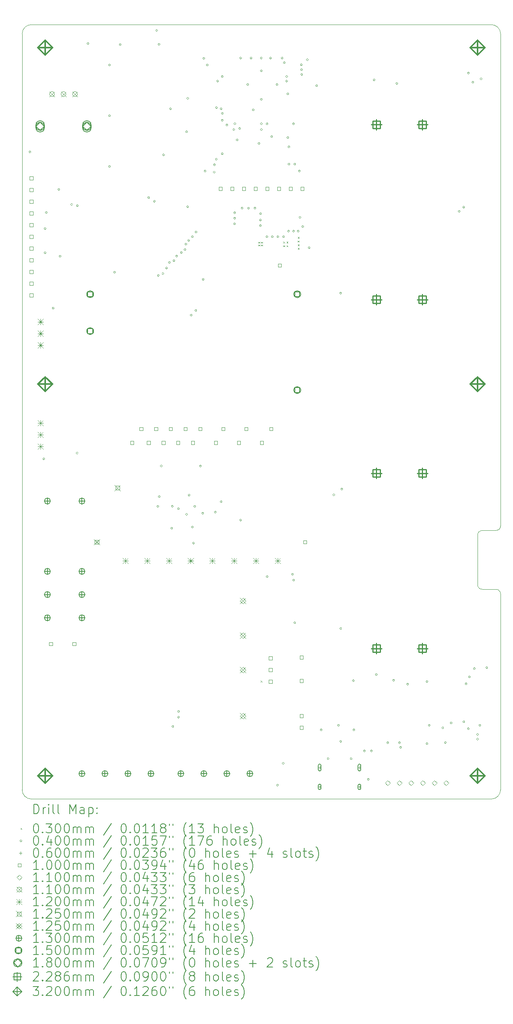
<source format=gbr>
%TF.GenerationSoftware,KiCad,Pcbnew,7.0.6*%
%TF.CreationDate,2023-12-09T00:06:20+01:00*%
%TF.ProjectId,MecProInverter,4d656350-726f-4496-9e76-65727465722e,rev?*%
%TF.SameCoordinates,Original*%
%TF.FileFunction,Drillmap*%
%TF.FilePolarity,Positive*%
%FSLAX45Y45*%
G04 Gerber Fmt 4.5, Leading zero omitted, Abs format (unit mm)*
G04 Created by KiCad (PCBNEW 7.0.6) date 2023-12-09 00:06:20*
%MOMM*%
%LPD*%
G01*
G04 APERTURE LIST*
%ADD10C,0.100000*%
%ADD11C,0.200000*%
%ADD12C,0.030000*%
%ADD13C,0.040000*%
%ADD14C,0.060000*%
%ADD15C,0.110000*%
%ADD16C,0.110002*%
%ADD17C,0.120000*%
%ADD18C,0.125000*%
%ADD19C,0.130000*%
%ADD20C,0.150000*%
%ADD21C,0.180000*%
%ADD22C,0.228600*%
%ADD23C,0.320000*%
G04 APERTURE END LIST*
D10*
X19700000Y-16275000D02*
X19400000Y-16275000D01*
X9400000Y-21900000D02*
X9400000Y-5500000D01*
X19800000Y-17650000D02*
G75*
G03*
X19700000Y-17550000I-100000J0D01*
G01*
X19400000Y-16275000D02*
G75*
G03*
X19300000Y-16375000I0J-100000D01*
G01*
X9600000Y-5300000D02*
G75*
G03*
X9400000Y-5500000I0J-200000D01*
G01*
X19300000Y-17450000D02*
X19300000Y-16375000D01*
X19600000Y-22100000D02*
G75*
G03*
X19800000Y-21900000I0J200000D01*
G01*
X19300000Y-17450000D02*
G75*
G03*
X19400000Y-17550000I100000J0D01*
G01*
X19600000Y-22100000D02*
X9600000Y-22100000D01*
X9600000Y-5300000D02*
X19600000Y-5300000D01*
X19400000Y-17550000D02*
X19700000Y-17550000D01*
X19800000Y-21900000D02*
X19800000Y-17650000D01*
X9400000Y-21900000D02*
G75*
G03*
X9600000Y-22100000I200000J0D01*
G01*
X19800000Y-5500000D02*
X19800000Y-16175000D01*
X19800000Y-5500000D02*
G75*
G03*
X19600000Y-5300000I-200000J0D01*
G01*
X19700000Y-16275000D02*
G75*
G03*
X19800000Y-16175000I0J100000D01*
G01*
D11*
D12*
X14535000Y-10012500D02*
X14565000Y-10042500D01*
X14565000Y-10012500D02*
X14535000Y-10042500D01*
X14535000Y-10072500D02*
X14565000Y-10102500D01*
X14565000Y-10072500D02*
X14535000Y-10102500D01*
X14585000Y-19535000D02*
X14615000Y-19565000D01*
X14615000Y-19535000D02*
X14585000Y-19565000D01*
X14595000Y-10012500D02*
X14625000Y-10042500D01*
X14625000Y-10012500D02*
X14595000Y-10042500D01*
X14595000Y-10072500D02*
X14625000Y-10102500D01*
X14625000Y-10072500D02*
X14595000Y-10102500D01*
X15077000Y-10089000D02*
X15107000Y-10119000D01*
X15107000Y-10089000D02*
X15077000Y-10119000D01*
X15078000Y-10008000D02*
X15108000Y-10038000D01*
X15108000Y-10008000D02*
X15078000Y-10038000D01*
X15149000Y-10008000D02*
X15179000Y-10038000D01*
X15179000Y-10008000D02*
X15149000Y-10038000D01*
X15149000Y-10089000D02*
X15179000Y-10119000D01*
X15179000Y-10089000D02*
X15149000Y-10119000D01*
X15391000Y-9985000D02*
X15421000Y-10015000D01*
X15421000Y-9985000D02*
X15391000Y-10015000D01*
X15395000Y-9905000D02*
X15425000Y-9935000D01*
X15425000Y-9905000D02*
X15395000Y-9935000D01*
X15395000Y-10065000D02*
X15425000Y-10095000D01*
X15425000Y-10065000D02*
X15395000Y-10095000D01*
X15395000Y-10145000D02*
X15425000Y-10175000D01*
X15425000Y-10145000D02*
X15395000Y-10175000D01*
D13*
X9590000Y-8060000D02*
G75*
G03*
X9590000Y-8060000I-20000J0D01*
G01*
X9890000Y-14720000D02*
G75*
G03*
X9890000Y-14720000I-20000J0D01*
G01*
X9920000Y-9725000D02*
G75*
G03*
X9920000Y-9725000I-20000J0D01*
G01*
X9920000Y-10250000D02*
G75*
G03*
X9920000Y-10250000I-20000J0D01*
G01*
X9945000Y-9375000D02*
G75*
G03*
X9945000Y-9375000I-20000J0D01*
G01*
X10095000Y-11450000D02*
G75*
G03*
X10095000Y-11450000I-20000J0D01*
G01*
X10217546Y-8875000D02*
G75*
G03*
X10217546Y-8875000I-20000J0D01*
G01*
X10245000Y-10325000D02*
G75*
G03*
X10245000Y-10325000I-20000J0D01*
G01*
X10496230Y-9201230D02*
G75*
G03*
X10496230Y-9201230I-20000J0D01*
G01*
X10615000Y-14593750D02*
G75*
G03*
X10615000Y-14593750I-20000J0D01*
G01*
X10620000Y-9225000D02*
G75*
G03*
X10620000Y-9225000I-20000J0D01*
G01*
X10851509Y-5709009D02*
G75*
G03*
X10851509Y-5709009I-20000J0D01*
G01*
X11320000Y-6174999D02*
G75*
G03*
X11320000Y-6174999I-20000J0D01*
G01*
X11320000Y-6174999D02*
G75*
G03*
X11320000Y-6174999I-20000J0D01*
G01*
X11320000Y-7275000D02*
G75*
G03*
X11320000Y-7275000I-20000J0D01*
G01*
X11320000Y-8375000D02*
G75*
G03*
X11320000Y-8375000I-20000J0D01*
G01*
X11430000Y-10670000D02*
G75*
G03*
X11430000Y-10670000I-20000J0D01*
G01*
X11551509Y-5734009D02*
G75*
G03*
X11551509Y-5734009I-20000J0D01*
G01*
X12170000Y-9052550D02*
G75*
G03*
X12170000Y-9052550I-20000J0D01*
G01*
X12295000Y-9132540D02*
G75*
G03*
X12295000Y-9132540I-20000J0D01*
G01*
X12345000Y-5425000D02*
G75*
G03*
X12345000Y-5425000I-20000J0D01*
G01*
X12370000Y-15750000D02*
G75*
G03*
X12370000Y-15750000I-20000J0D01*
G01*
X12380000Y-10740000D02*
G75*
G03*
X12380000Y-10740000I-20000J0D01*
G01*
X12395000Y-5725000D02*
G75*
G03*
X12395000Y-5725000I-20000J0D01*
G01*
X12401533Y-15538467D02*
G75*
G03*
X12401533Y-15538467I-20000J0D01*
G01*
X12445000Y-14875000D02*
G75*
G03*
X12445000Y-14875000I-20000J0D01*
G01*
X12480000Y-10700000D02*
G75*
G03*
X12480000Y-10700000I-20000J0D01*
G01*
X12495000Y-8125000D02*
G75*
G03*
X12495000Y-8125000I-20000J0D01*
G01*
X12560000Y-10580000D02*
G75*
G03*
X12560000Y-10580000I-20000J0D01*
G01*
X12620000Y-10460000D02*
G75*
G03*
X12620000Y-10460000I-20000J0D01*
G01*
X12645000Y-7125000D02*
G75*
G03*
X12645000Y-7125000I-20000J0D01*
G01*
X12670000Y-16225000D02*
G75*
G03*
X12670000Y-16225000I-20000J0D01*
G01*
X12683730Y-15747456D02*
G75*
G03*
X12683730Y-15747456I-20000J0D01*
G01*
X12695000Y-20525000D02*
G75*
G03*
X12695000Y-20525000I-20000J0D01*
G01*
X12720000Y-10420000D02*
G75*
G03*
X12720000Y-10420000I-20000J0D01*
G01*
X12780000Y-10320103D02*
G75*
G03*
X12780000Y-10320103I-20000J0D01*
G01*
X12820000Y-15800000D02*
G75*
G03*
X12820000Y-15800000I-20000J0D01*
G01*
X12820000Y-20200000D02*
G75*
G03*
X12820000Y-20200000I-20000J0D01*
G01*
X12820000Y-20325000D02*
G75*
G03*
X12820000Y-20325000I-20000J0D01*
G01*
X12880545Y-10240638D02*
G75*
G03*
X12880545Y-10240638I-20000J0D01*
G01*
X12960000Y-10180000D02*
G75*
G03*
X12960000Y-10180000I-20000J0D01*
G01*
X12980000Y-10060000D02*
G75*
G03*
X12980000Y-10060000I-20000J0D01*
G01*
X12995000Y-7625000D02*
G75*
G03*
X12995000Y-7625000I-20000J0D01*
G01*
X12995000Y-15925000D02*
G75*
G03*
X12995000Y-15925000I-20000J0D01*
G01*
X13017495Y-9250045D02*
G75*
G03*
X13017495Y-9250045I-20000J0D01*
G01*
X13020000Y-6900000D02*
G75*
G03*
X13020000Y-6900000I-20000J0D01*
G01*
X13040000Y-9980000D02*
G75*
G03*
X13040000Y-9980000I-20000J0D01*
G01*
X13048096Y-15508136D02*
G75*
G03*
X13048096Y-15508136I-20000J0D01*
G01*
X13095000Y-11600000D02*
G75*
G03*
X13095000Y-11600000I-20000J0D01*
G01*
X13120000Y-9900000D02*
G75*
G03*
X13120000Y-9900000I-20000J0D01*
G01*
X13120000Y-16200000D02*
G75*
G03*
X13120000Y-16200000I-20000J0D01*
G01*
X13145000Y-16550000D02*
G75*
G03*
X13145000Y-16550000I-20000J0D01*
G01*
X13170013Y-15750013D02*
G75*
G03*
X13170013Y-15750013I-20000J0D01*
G01*
X13195000Y-11500000D02*
G75*
G03*
X13195000Y-11500000I-20000J0D01*
G01*
X13200000Y-9800000D02*
G75*
G03*
X13200000Y-9800000I-20000J0D01*
G01*
X13295000Y-14875000D02*
G75*
G03*
X13295000Y-14875000I-20000J0D01*
G01*
X13345000Y-15900000D02*
G75*
G03*
X13345000Y-15900000I-20000J0D01*
G01*
X13355000Y-10825000D02*
G75*
G03*
X13355000Y-10825000I-20000J0D01*
G01*
X13370000Y-6030000D02*
G75*
G03*
X13370000Y-6030000I-20000J0D01*
G01*
X13395000Y-8475000D02*
G75*
G03*
X13395000Y-8475000I-20000J0D01*
G01*
X13445000Y-6175000D02*
G75*
G03*
X13445000Y-6175000I-20000J0D01*
G01*
X13595000Y-8500000D02*
G75*
G03*
X13595000Y-8500000I-20000J0D01*
G01*
X13600000Y-8340000D02*
G75*
G03*
X13600000Y-8340000I-20000J0D01*
G01*
X13620000Y-15875000D02*
G75*
G03*
X13620000Y-15875000I-20000J0D01*
G01*
X13640000Y-8220000D02*
G75*
G03*
X13640000Y-8220000I-20000J0D01*
G01*
X13645000Y-7100000D02*
G75*
G03*
X13645000Y-7100000I-20000J0D01*
G01*
X13670000Y-6525000D02*
G75*
G03*
X13670000Y-6525000I-20000J0D01*
G01*
X13745000Y-7125000D02*
G75*
G03*
X13745000Y-7125000I-20000J0D01*
G01*
X13745000Y-15650000D02*
G75*
G03*
X13745000Y-15650000I-20000J0D01*
G01*
X13770000Y-6425000D02*
G75*
G03*
X13770000Y-6425000I-20000J0D01*
G01*
X13770000Y-7225000D02*
G75*
G03*
X13770000Y-7225000I-20000J0D01*
G01*
X13770000Y-7375000D02*
G75*
G03*
X13770000Y-7375000I-20000J0D01*
G01*
X13770000Y-8100000D02*
G75*
G03*
X13770000Y-8100000I-20000J0D01*
G01*
X13870000Y-7475000D02*
G75*
G03*
X13870000Y-7475000I-20000J0D01*
G01*
X14021230Y-7576230D02*
G75*
G03*
X14021230Y-7576230I-20000J0D01*
G01*
X14040000Y-9380000D02*
G75*
G03*
X14040000Y-9380000I-20000J0D01*
G01*
X14040000Y-9500000D02*
G75*
G03*
X14040000Y-9500000I-20000J0D01*
G01*
X14040000Y-9620000D02*
G75*
G03*
X14040000Y-9620000I-20000J0D01*
G01*
X14045000Y-7450000D02*
G75*
G03*
X14045000Y-7450000I-20000J0D01*
G01*
X14095000Y-7800000D02*
G75*
G03*
X14095000Y-7800000I-20000J0D01*
G01*
X14147495Y-7552495D02*
G75*
G03*
X14147495Y-7552495I-20000J0D01*
G01*
X14170000Y-6025000D02*
G75*
G03*
X14170000Y-6025000I-20000J0D01*
G01*
X14170000Y-16050000D02*
G75*
G03*
X14170000Y-16050000I-20000J0D01*
G01*
X14200000Y-9280000D02*
G75*
G03*
X14200000Y-9280000I-20000J0D01*
G01*
X14322515Y-6597485D02*
G75*
G03*
X14322515Y-6597485I-20000J0D01*
G01*
X14340000Y-9280000D02*
G75*
G03*
X14340000Y-9280000I-20000J0D01*
G01*
X14395000Y-6025000D02*
G75*
G03*
X14395000Y-6025000I-20000J0D01*
G01*
X14445000Y-7150000D02*
G75*
G03*
X14445000Y-7150000I-20000J0D01*
G01*
X14480000Y-9280000D02*
G75*
G03*
X14480000Y-9280000I-20000J0D01*
G01*
X14567450Y-7875000D02*
G75*
G03*
X14567450Y-7875000I-20000J0D01*
G01*
X14600000Y-9400000D02*
G75*
G03*
X14600000Y-9400000I-20000J0D01*
G01*
X14600000Y-9540000D02*
G75*
G03*
X14600000Y-9540000I-20000J0D01*
G01*
X14600000Y-9660000D02*
G75*
G03*
X14600000Y-9660000I-20000J0D01*
G01*
X14620000Y-6025000D02*
G75*
G03*
X14620000Y-6025000I-20000J0D01*
G01*
X14620000Y-6300000D02*
G75*
G03*
X14620000Y-6300000I-20000J0D01*
G01*
X14620000Y-6920000D02*
G75*
G03*
X14620000Y-6920000I-20000J0D01*
G01*
X14620000Y-7450000D02*
G75*
G03*
X14620000Y-7450000I-20000J0D01*
G01*
X14620000Y-7575000D02*
G75*
G03*
X14620000Y-7575000I-20000J0D01*
G01*
X14740000Y-9900000D02*
G75*
G03*
X14740000Y-9900000I-20000J0D01*
G01*
X14745000Y-7450000D02*
G75*
G03*
X14745000Y-7450000I-20000J0D01*
G01*
X14745000Y-17275000D02*
G75*
G03*
X14745000Y-17275000I-20000J0D01*
G01*
X14820000Y-6025000D02*
G75*
G03*
X14820000Y-6025000I-20000J0D01*
G01*
X14845000Y-7725000D02*
G75*
G03*
X14845000Y-7725000I-20000J0D01*
G01*
X14860000Y-9900000D02*
G75*
G03*
X14860000Y-9900000I-20000J0D01*
G01*
X14960000Y-6600000D02*
G75*
G03*
X14960000Y-6600000I-20000J0D01*
G01*
X14970000Y-21800000D02*
G75*
G03*
X14970000Y-21800000I-20000J0D01*
G01*
X14980000Y-9900000D02*
G75*
G03*
X14980000Y-9900000I-20000J0D01*
G01*
X15070000Y-6025000D02*
G75*
G03*
X15070000Y-6025000I-20000J0D01*
G01*
X15095000Y-21325000D02*
G75*
G03*
X15095000Y-21325000I-20000J0D01*
G01*
X15100000Y-9900000D02*
G75*
G03*
X15100000Y-9900000I-20000J0D01*
G01*
X15120000Y-6125000D02*
G75*
G03*
X15120000Y-6125000I-20000J0D01*
G01*
X15170000Y-6425000D02*
G75*
G03*
X15170000Y-6425000I-20000J0D01*
G01*
X15170000Y-6525000D02*
G75*
G03*
X15170000Y-6525000I-20000J0D01*
G01*
X15195000Y-6800000D02*
G75*
G03*
X15195000Y-6800000I-20000J0D01*
G01*
X15195000Y-7750000D02*
G75*
G03*
X15195000Y-7750000I-20000J0D01*
G01*
X15210000Y-9780000D02*
G75*
G03*
X15210000Y-9780000I-20000J0D01*
G01*
X15220000Y-7950000D02*
G75*
G03*
X15220000Y-7950000I-20000J0D01*
G01*
X15220000Y-8325000D02*
G75*
G03*
X15220000Y-8325000I-20000J0D01*
G01*
X15295000Y-17225000D02*
G75*
G03*
X15295000Y-17225000I-20000J0D01*
G01*
X15320000Y-7450000D02*
G75*
G03*
X15320000Y-7450000I-20000J0D01*
G01*
X15320000Y-9780000D02*
G75*
G03*
X15320000Y-9780000I-20000J0D01*
G01*
X15320000Y-17350000D02*
G75*
G03*
X15320000Y-17350000I-20000J0D01*
G01*
X15345000Y-8325000D02*
G75*
G03*
X15345000Y-8325000I-20000J0D01*
G01*
X15345000Y-18275000D02*
G75*
G03*
X15345000Y-18275000I-20000J0D01*
G01*
X15420000Y-9780000D02*
G75*
G03*
X15420000Y-9780000I-20000J0D01*
G01*
X15445000Y-8475000D02*
G75*
G03*
X15445000Y-8475000I-20000J0D01*
G01*
X15460000Y-9480000D02*
G75*
G03*
X15460000Y-9480000I-20000J0D01*
G01*
X15490000Y-6170000D02*
G75*
G03*
X15490000Y-6170000I-20000J0D01*
G01*
X15495000Y-6275000D02*
G75*
G03*
X15495000Y-6275000I-20000J0D01*
G01*
X15497691Y-6379845D02*
G75*
G03*
X15497691Y-6379845I-20000J0D01*
G01*
X15520000Y-9680000D02*
G75*
G03*
X15520000Y-9680000I-20000J0D01*
G01*
X15620000Y-6060000D02*
G75*
G03*
X15620000Y-6060000I-20000J0D01*
G01*
X15660000Y-10140000D02*
G75*
G03*
X15660000Y-10140000I-20000J0D01*
G01*
X15820000Y-6625000D02*
G75*
G03*
X15820000Y-6625000I-20000J0D01*
G01*
X15920000Y-20600000D02*
G75*
G03*
X15920000Y-20600000I-20000J0D01*
G01*
X16070000Y-21225000D02*
G75*
G03*
X16070000Y-21225000I-20000J0D01*
G01*
X16195000Y-15500000D02*
G75*
G03*
X16195000Y-15500000I-20000J0D01*
G01*
X16295000Y-20500000D02*
G75*
G03*
X16295000Y-20500000I-20000J0D01*
G01*
X16345000Y-11125000D02*
G75*
G03*
X16345000Y-11125000I-20000J0D01*
G01*
X16345000Y-18400000D02*
G75*
G03*
X16345000Y-18400000I-20000J0D01*
G01*
X16345000Y-20850000D02*
G75*
G03*
X16345000Y-20850000I-20000J0D01*
G01*
X16370000Y-15375000D02*
G75*
G03*
X16370000Y-15375000I-20000J0D01*
G01*
X16570000Y-21225000D02*
G75*
G03*
X16570000Y-21225000I-20000J0D01*
G01*
X16620000Y-19532600D02*
G75*
G03*
X16620000Y-19532600I-20000J0D01*
G01*
X16631600Y-20599400D02*
G75*
G03*
X16631600Y-20599400I-20000J0D01*
G01*
X16860200Y-21056600D02*
G75*
G03*
X16860200Y-21056600I-20000J0D01*
G01*
X16945000Y-21675000D02*
G75*
G03*
X16945000Y-21675000I-20000J0D01*
G01*
X17012600Y-21056600D02*
G75*
G03*
X17012600Y-21056600I-20000J0D01*
G01*
X17070000Y-6500000D02*
G75*
G03*
X17070000Y-6500000I-20000J0D01*
G01*
X17120000Y-19400000D02*
G75*
G03*
X17120000Y-19400000I-20000J0D01*
G01*
X17368200Y-20878800D02*
G75*
G03*
X17368200Y-20878800I-20000J0D01*
G01*
X17495000Y-19525000D02*
G75*
G03*
X17495000Y-19525000I-20000J0D01*
G01*
X17565000Y-6575000D02*
G75*
G03*
X17565000Y-6575000I-20000J0D01*
G01*
X17622200Y-20878800D02*
G75*
G03*
X17622200Y-20878800I-20000J0D01*
G01*
X17647600Y-20980400D02*
G75*
G03*
X17647600Y-20980400I-20000J0D01*
G01*
X17800000Y-19608800D02*
G75*
G03*
X17800000Y-19608800I-20000J0D01*
G01*
X18220000Y-19550000D02*
G75*
G03*
X18220000Y-19550000I-20000J0D01*
G01*
X18220000Y-20900000D02*
G75*
G03*
X18220000Y-20900000I-20000J0D01*
G01*
X18270000Y-20500000D02*
G75*
G03*
X18270000Y-20500000I-20000J0D01*
G01*
X18564477Y-20555523D02*
G75*
G03*
X18564477Y-20555523I-20000J0D01*
G01*
X18620000Y-20875000D02*
G75*
G03*
X18620000Y-20875000I-20000J0D01*
G01*
X18745000Y-20450000D02*
G75*
G03*
X18745000Y-20450000I-20000J0D01*
G01*
X18920000Y-9350000D02*
G75*
G03*
X18920000Y-9350000I-20000J0D01*
G01*
X19019469Y-9260637D02*
G75*
G03*
X19019469Y-9260637I-20000J0D01*
G01*
X19020000Y-20425000D02*
G75*
G03*
X19020000Y-20425000I-20000J0D01*
G01*
X19070000Y-19600000D02*
G75*
G03*
X19070000Y-19600000I-20000J0D01*
G01*
X19120000Y-20575000D02*
G75*
G03*
X19120000Y-20575000I-20000J0D01*
G01*
X19121445Y-6350000D02*
G75*
G03*
X19121445Y-6350000I-20000J0D01*
G01*
X19145000Y-19450000D02*
G75*
G03*
X19145000Y-19450000I-20000J0D01*
G01*
X19217428Y-6548228D02*
G75*
G03*
X19217428Y-6548228I-20000J0D01*
G01*
X19250000Y-19270000D02*
G75*
G03*
X19250000Y-19270000I-20000J0D01*
G01*
X19318770Y-20698770D02*
G75*
G03*
X19318770Y-20698770I-20000J0D01*
G01*
X19320000Y-20800000D02*
G75*
G03*
X19320000Y-20800000I-20000J0D01*
G01*
X19370000Y-20500000D02*
G75*
G03*
X19370000Y-20500000I-20000J0D01*
G01*
X19395000Y-6475000D02*
G75*
G03*
X19395000Y-6475000I-20000J0D01*
G01*
X19520000Y-19250000D02*
G75*
G03*
X19520000Y-19250000I-20000J0D01*
G01*
D14*
X15867501Y-21387488D02*
X15867501Y-21447488D01*
X15837501Y-21417488D02*
X15897501Y-21417488D01*
D11*
X15837501Y-21372488D02*
X15837501Y-21462488D01*
X15837501Y-21462488D02*
G75*
G03*
X15897501Y-21462488I30000J0D01*
G01*
X15897501Y-21462488D02*
X15897501Y-21372488D01*
X15897501Y-21372488D02*
G75*
G03*
X15837501Y-21372488I-30000J0D01*
G01*
D14*
X15867501Y-21807503D02*
X15867501Y-21867503D01*
X15837501Y-21837503D02*
X15897501Y-21837503D01*
D11*
X15837501Y-21807503D02*
X15837501Y-21867503D01*
X15837501Y-21867503D02*
G75*
G03*
X15897501Y-21867503I30000J0D01*
G01*
X15897501Y-21867503D02*
X15897501Y-21807503D01*
X15897501Y-21807503D02*
G75*
G03*
X15837501Y-21807503I-30000J0D01*
G01*
D14*
X16732499Y-21387488D02*
X16732499Y-21447488D01*
X16702499Y-21417488D02*
X16762499Y-21417488D01*
D11*
X16702499Y-21372488D02*
X16702499Y-21462488D01*
X16702499Y-21462488D02*
G75*
G03*
X16762499Y-21462488I30000J0D01*
G01*
X16762499Y-21462488D02*
X16762499Y-21372488D01*
X16762499Y-21372488D02*
G75*
G03*
X16702499Y-21372488I-30000J0D01*
G01*
D14*
X16732499Y-21807503D02*
X16732499Y-21867503D01*
X16702499Y-21837503D02*
X16762499Y-21837503D01*
D11*
X16702499Y-21807503D02*
X16702499Y-21867503D01*
X16702499Y-21867503D02*
G75*
G03*
X16762499Y-21867503I30000J0D01*
G01*
X16762499Y-21867503D02*
X16762499Y-21807503D01*
X16762499Y-21807503D02*
G75*
G03*
X16702499Y-21807503I-30000J0D01*
G01*
D10*
X9635356Y-8665356D02*
X9635356Y-8594644D01*
X9564644Y-8594644D01*
X9564644Y-8665356D01*
X9635356Y-8665356D01*
X9635356Y-8919356D02*
X9635356Y-8848644D01*
X9564644Y-8848644D01*
X9564644Y-8919356D01*
X9635356Y-8919356D01*
X9635356Y-9173356D02*
X9635356Y-9102644D01*
X9564644Y-9102644D01*
X9564644Y-9173356D01*
X9635356Y-9173356D01*
X9635356Y-9427356D02*
X9635356Y-9356644D01*
X9564644Y-9356644D01*
X9564644Y-9427356D01*
X9635356Y-9427356D01*
X9635356Y-9681356D02*
X9635356Y-9610644D01*
X9564644Y-9610644D01*
X9564644Y-9681356D01*
X9635356Y-9681356D01*
X9635356Y-9935356D02*
X9635356Y-9864644D01*
X9564644Y-9864644D01*
X9564644Y-9935356D01*
X9635356Y-9935356D01*
X9635356Y-10189356D02*
X9635356Y-10118644D01*
X9564644Y-10118644D01*
X9564644Y-10189356D01*
X9635356Y-10189356D01*
X9635356Y-10443356D02*
X9635356Y-10372644D01*
X9564644Y-10372644D01*
X9564644Y-10443356D01*
X9635356Y-10443356D01*
X9635356Y-10697356D02*
X9635356Y-10626644D01*
X9564644Y-10626644D01*
X9564644Y-10697356D01*
X9635356Y-10697356D01*
X9635356Y-10951356D02*
X9635356Y-10880644D01*
X9564644Y-10880644D01*
X9564644Y-10951356D01*
X9635356Y-10951356D01*
X9635356Y-11205356D02*
X9635356Y-11134644D01*
X9564644Y-11134644D01*
X9564644Y-11205356D01*
X9635356Y-11205356D01*
X10060356Y-18772856D02*
X10060356Y-18702144D01*
X9989644Y-18702144D01*
X9989644Y-18772856D01*
X10060356Y-18772856D01*
X10568356Y-18772856D02*
X10568356Y-18702144D01*
X10497644Y-18702144D01*
X10497644Y-18772856D01*
X10568356Y-18772856D01*
X11825361Y-14405358D02*
X11825361Y-14334647D01*
X11754649Y-14334647D01*
X11754649Y-14405358D01*
X11825361Y-14405358D01*
X12025361Y-14105358D02*
X12025361Y-14034647D01*
X11954649Y-14034647D01*
X11954649Y-14105358D01*
X12025361Y-14105358D01*
X12185356Y-14405358D02*
X12185356Y-14334647D01*
X12114644Y-14334647D01*
X12114644Y-14405358D01*
X12185356Y-14405358D01*
X12345351Y-14105358D02*
X12345351Y-14034647D01*
X12274639Y-14034647D01*
X12274639Y-14105358D01*
X12345351Y-14105358D01*
X12505345Y-14405358D02*
X12505345Y-14334647D01*
X12434634Y-14334647D01*
X12434634Y-14405358D01*
X12505345Y-14405358D01*
X12665366Y-14105358D02*
X12665366Y-14034647D01*
X12594654Y-14034647D01*
X12594654Y-14105358D01*
X12665366Y-14105358D01*
X12825361Y-14405358D02*
X12825361Y-14334647D01*
X12754649Y-14334647D01*
X12754649Y-14405358D01*
X12825361Y-14405358D01*
X12985356Y-14105358D02*
X12985356Y-14034647D01*
X12914644Y-14034647D01*
X12914644Y-14105358D01*
X12985356Y-14105358D01*
X13145351Y-14405358D02*
X13145351Y-14334647D01*
X13074639Y-14334647D01*
X13074639Y-14405358D01*
X13145351Y-14405358D01*
X13305345Y-14105358D02*
X13305345Y-14034647D01*
X13234634Y-14034647D01*
X13234634Y-14105358D01*
X13305345Y-14105358D01*
X13645351Y-14405358D02*
X13645351Y-14334647D01*
X13574639Y-14334647D01*
X13574639Y-14405358D01*
X13645351Y-14405358D01*
X13746356Y-8895356D02*
X13746356Y-8824644D01*
X13675644Y-8824644D01*
X13675644Y-8895356D01*
X13746356Y-8895356D01*
X13805345Y-14105358D02*
X13805345Y-14034647D01*
X13734634Y-14034647D01*
X13734634Y-14105358D01*
X13805345Y-14105358D01*
X14000356Y-8895356D02*
X14000356Y-8824644D01*
X13929644Y-8824644D01*
X13929644Y-8895356D01*
X14000356Y-8895356D01*
X14145351Y-14405358D02*
X14145351Y-14334647D01*
X14074639Y-14334647D01*
X14074639Y-14405358D01*
X14145351Y-14405358D01*
X14254356Y-8895356D02*
X14254356Y-8824644D01*
X14183644Y-8824644D01*
X14183644Y-8895356D01*
X14254356Y-8895356D01*
X14305371Y-14105358D02*
X14305371Y-14034647D01*
X14234659Y-14034647D01*
X14234659Y-14105358D01*
X14305371Y-14105358D01*
X14508356Y-8895356D02*
X14508356Y-8824644D01*
X14437644Y-8824644D01*
X14437644Y-8895356D01*
X14508356Y-8895356D01*
X14645351Y-14405358D02*
X14645351Y-14334647D01*
X14574639Y-14334647D01*
X14574639Y-14405358D01*
X14645351Y-14405358D01*
X14762356Y-8895356D02*
X14762356Y-8824644D01*
X14691644Y-8824644D01*
X14691644Y-8895356D01*
X14762356Y-8895356D01*
X14835356Y-19079856D02*
X14835356Y-19009144D01*
X14764644Y-19009144D01*
X14764644Y-19079856D01*
X14835356Y-19079856D01*
X14835356Y-19333856D02*
X14835356Y-19263144D01*
X14764644Y-19263144D01*
X14764644Y-19333856D01*
X14835356Y-19333856D01*
X14835356Y-19587856D02*
X14835356Y-19517144D01*
X14764644Y-19517144D01*
X14764644Y-19587856D01*
X14835356Y-19587856D01*
X14845376Y-14105358D02*
X14845376Y-14034647D01*
X14774665Y-14034647D01*
X14774665Y-14105358D01*
X14845376Y-14105358D01*
X15016356Y-8895356D02*
X15016356Y-8824644D01*
X14945644Y-8824644D01*
X14945644Y-8895356D01*
X15016356Y-8895356D01*
X15035356Y-10560356D02*
X15035356Y-10489644D01*
X14964644Y-10489644D01*
X14964644Y-10560356D01*
X15035356Y-10560356D01*
X15270356Y-8895356D02*
X15270356Y-8824644D01*
X15199644Y-8824644D01*
X15199644Y-8895356D01*
X15270356Y-8895356D01*
X15510356Y-19061356D02*
X15510356Y-18990644D01*
X15439644Y-18990644D01*
X15439644Y-19061356D01*
X15510356Y-19061356D01*
X15510356Y-19569356D02*
X15510356Y-19498644D01*
X15439644Y-19498644D01*
X15439644Y-19569356D01*
X15510356Y-19569356D01*
X15510356Y-20331356D02*
X15510356Y-20260644D01*
X15439644Y-20260644D01*
X15439644Y-20331356D01*
X15510356Y-20331356D01*
X15510356Y-20585356D02*
X15510356Y-20514644D01*
X15439644Y-20514644D01*
X15439644Y-20585356D01*
X15510356Y-20585356D01*
X15524356Y-8895356D02*
X15524356Y-8824644D01*
X15453644Y-8824644D01*
X15453644Y-8895356D01*
X15524356Y-8895356D01*
X15585356Y-16560356D02*
X15585356Y-16489644D01*
X15514644Y-16489644D01*
X15514644Y-16560356D01*
X15585356Y-16560356D01*
D15*
X17346000Y-21805000D02*
X17401000Y-21750000D01*
X17346000Y-21695000D01*
X17291000Y-21750000D01*
X17346000Y-21805000D01*
X17600000Y-21805000D02*
X17655000Y-21750000D01*
X17600000Y-21695000D01*
X17545000Y-21750000D01*
X17600000Y-21805000D01*
X17854000Y-21805000D02*
X17909000Y-21750000D01*
X17854000Y-21695000D01*
X17799000Y-21750000D01*
X17854000Y-21805000D01*
X18108000Y-21805000D02*
X18163000Y-21750000D01*
X18108000Y-21695000D01*
X18053000Y-21750000D01*
X18108000Y-21805000D01*
X18362000Y-21805000D02*
X18417000Y-21750000D01*
X18362000Y-21695000D01*
X18307000Y-21750000D01*
X18362000Y-21805000D01*
X18616000Y-21805000D02*
X18671000Y-21750000D01*
X18616000Y-21695000D01*
X18561000Y-21750000D01*
X18616000Y-21805000D01*
D16*
X9995012Y-6751447D02*
X10105014Y-6861449D01*
X10105014Y-6751447D02*
X9995012Y-6861449D01*
X10105014Y-6806448D02*
G75*
G03*
X10105014Y-6806448I-55001J0D01*
G01*
X10244999Y-6751447D02*
X10355001Y-6861449D01*
X10355001Y-6751447D02*
X10244999Y-6861449D01*
X10355001Y-6806448D02*
G75*
G03*
X10355001Y-6806448I-55001J0D01*
G01*
X10495012Y-6751447D02*
X10605014Y-6861449D01*
X10605014Y-6751447D02*
X10495012Y-6861449D01*
X10605014Y-6806448D02*
G75*
G03*
X10605014Y-6806448I-55001J0D01*
G01*
D17*
X9740000Y-11685999D02*
X9860000Y-11805999D01*
X9860000Y-11685999D02*
X9740000Y-11805999D01*
X9800000Y-11685999D02*
X9800000Y-11805999D01*
X9740000Y-11745999D02*
X9860000Y-11745999D01*
X9740000Y-11940000D02*
X9860000Y-12060000D01*
X9860000Y-11940000D02*
X9740000Y-12060000D01*
X9800000Y-11940000D02*
X9800000Y-12060000D01*
X9740000Y-12000000D02*
X9860000Y-12000000D01*
X9740000Y-12194000D02*
X9860000Y-12314000D01*
X9860000Y-12194000D02*
X9740000Y-12314000D01*
X9800000Y-12194000D02*
X9800000Y-12314000D01*
X9740000Y-12254000D02*
X9860000Y-12254000D01*
X9740000Y-13885999D02*
X9860000Y-14005999D01*
X9860000Y-13885999D02*
X9740000Y-14005999D01*
X9800000Y-13885999D02*
X9800000Y-14005999D01*
X9740000Y-13945999D02*
X9860000Y-13945999D01*
X9740000Y-14140000D02*
X9860000Y-14260000D01*
X9860000Y-14140000D02*
X9740000Y-14260000D01*
X9800000Y-14140000D02*
X9800000Y-14260000D01*
X9740000Y-14200000D02*
X9860000Y-14200000D01*
X9740000Y-14394000D02*
X9860000Y-14514000D01*
X9860000Y-14394000D02*
X9740000Y-14514000D01*
X9800000Y-14394000D02*
X9800000Y-14514000D01*
X9740000Y-14454000D02*
X9860000Y-14454000D01*
X11584488Y-16869998D02*
X11704488Y-16989998D01*
X11704488Y-16869998D02*
X11584488Y-16989998D01*
X11644488Y-16869998D02*
X11644488Y-16989998D01*
X11584488Y-16929998D02*
X11704488Y-16929998D01*
X12057513Y-16869998D02*
X12177513Y-16989998D01*
X12177513Y-16869998D02*
X12057513Y-16989998D01*
X12117513Y-16869998D02*
X12117513Y-16989998D01*
X12057513Y-16929998D02*
X12177513Y-16929998D01*
X12530513Y-16869998D02*
X12650513Y-16989998D01*
X12650513Y-16869998D02*
X12530513Y-16989998D01*
X12590513Y-16869998D02*
X12590513Y-16989998D01*
X12530513Y-16929998D02*
X12650513Y-16929998D01*
X13003513Y-16869998D02*
X13123513Y-16989998D01*
X13123513Y-16869998D02*
X13003513Y-16989998D01*
X13063513Y-16869998D02*
X13063513Y-16989998D01*
X13003513Y-16929998D02*
X13123513Y-16929998D01*
X13476513Y-16869998D02*
X13596513Y-16989998D01*
X13596513Y-16869998D02*
X13476513Y-16989998D01*
X13536513Y-16869998D02*
X13536513Y-16989998D01*
X13476513Y-16929998D02*
X13596513Y-16929998D01*
X13949512Y-16869998D02*
X14069512Y-16989998D01*
X14069512Y-16869998D02*
X13949512Y-16989998D01*
X14009512Y-16869998D02*
X14009512Y-16989998D01*
X13949512Y-16929998D02*
X14069512Y-16929998D01*
X14422512Y-16869998D02*
X14542512Y-16989998D01*
X14542512Y-16869998D02*
X14422512Y-16989998D01*
X14482512Y-16869998D02*
X14482512Y-16989998D01*
X14422512Y-16929998D02*
X14542512Y-16929998D01*
X14895512Y-16869998D02*
X15015512Y-16989998D01*
X15015512Y-16869998D02*
X14895512Y-16989998D01*
X14955512Y-16869998D02*
X14955512Y-16989998D01*
X14895512Y-16929998D02*
X15015512Y-16929998D01*
D18*
X10962500Y-16462500D02*
X11087500Y-16587500D01*
X11087500Y-16462500D02*
X10962500Y-16587500D01*
X11069195Y-16569195D02*
X11069195Y-16480805D01*
X10980805Y-16480805D01*
X10980805Y-16569195D01*
X11069195Y-16569195D01*
X11412500Y-15287500D02*
X11537500Y-15412500D01*
X11537500Y-15287500D02*
X11412500Y-15412500D01*
X11519195Y-15394195D02*
X11519195Y-15305805D01*
X11430805Y-15305805D01*
X11430805Y-15394195D01*
X11519195Y-15394195D01*
X14137500Y-17737500D02*
X14262500Y-17862500D01*
X14262500Y-17737500D02*
X14137500Y-17862500D01*
X14200000Y-17862500D02*
X14262500Y-17800000D01*
X14200000Y-17737500D01*
X14137500Y-17800000D01*
X14200000Y-17862500D01*
X14137500Y-18487500D02*
X14262500Y-18612500D01*
X14262500Y-18487500D02*
X14137500Y-18612500D01*
X14200000Y-18612500D02*
X14262500Y-18550000D01*
X14200000Y-18487500D01*
X14137500Y-18550000D01*
X14200000Y-18612500D01*
X14137500Y-19237500D02*
X14262500Y-19362500D01*
X14262500Y-19237500D02*
X14137500Y-19362500D01*
X14200000Y-19362500D02*
X14262500Y-19300000D01*
X14200000Y-19237500D01*
X14137500Y-19300000D01*
X14200000Y-19362500D01*
X14137500Y-20237500D02*
X14262500Y-20362500D01*
X14262500Y-20237500D02*
X14137500Y-20362500D01*
X14200000Y-20362500D02*
X14262500Y-20300000D01*
X14200000Y-20237500D01*
X14137500Y-20300000D01*
X14200000Y-20362500D01*
D19*
X9950000Y-15570000D02*
X9950000Y-15700000D01*
X9885000Y-15635000D02*
X10015000Y-15635000D01*
X10015000Y-15635000D02*
G75*
G03*
X10015000Y-15635000I-65000J0D01*
G01*
X9950000Y-17096000D02*
X9950000Y-17226000D01*
X9885000Y-17161000D02*
X10015000Y-17161000D01*
X10015000Y-17161000D02*
G75*
G03*
X10015000Y-17161000I-65000J0D01*
G01*
X9950000Y-17600000D02*
X9950000Y-17730000D01*
X9885000Y-17665000D02*
X10015000Y-17665000D01*
X10015000Y-17665000D02*
G75*
G03*
X10015000Y-17665000I-65000J0D01*
G01*
X9950000Y-18104000D02*
X9950000Y-18234000D01*
X9885000Y-18169000D02*
X10015000Y-18169000D01*
X10015000Y-18169000D02*
G75*
G03*
X10015000Y-18169000I-65000J0D01*
G01*
X10700000Y-15570000D02*
X10700000Y-15700000D01*
X10635000Y-15635000D02*
X10765000Y-15635000D01*
X10765000Y-15635000D02*
G75*
G03*
X10765000Y-15635000I-65000J0D01*
G01*
X10700000Y-17096000D02*
X10700000Y-17226000D01*
X10635000Y-17161000D02*
X10765000Y-17161000D01*
X10765000Y-17161000D02*
G75*
G03*
X10765000Y-17161000I-65000J0D01*
G01*
X10700000Y-17600000D02*
X10700000Y-17730000D01*
X10635000Y-17665000D02*
X10765000Y-17665000D01*
X10765000Y-17665000D02*
G75*
G03*
X10765000Y-17665000I-65000J0D01*
G01*
X10700000Y-18104000D02*
X10700000Y-18234000D01*
X10635000Y-18169000D02*
X10765000Y-18169000D01*
X10765000Y-18169000D02*
G75*
G03*
X10765000Y-18169000I-65000J0D01*
G01*
X10700000Y-21485000D02*
X10700000Y-21615000D01*
X10635000Y-21550000D02*
X10765000Y-21550000D01*
X10765000Y-21550000D02*
G75*
G03*
X10765000Y-21550000I-65000J0D01*
G01*
X11200000Y-21485000D02*
X11200000Y-21615000D01*
X11135000Y-21550000D02*
X11265000Y-21550000D01*
X11265000Y-21550000D02*
G75*
G03*
X11265000Y-21550000I-65000J0D01*
G01*
X11700000Y-21485000D02*
X11700000Y-21615000D01*
X11635000Y-21550000D02*
X11765000Y-21550000D01*
X11765000Y-21550000D02*
G75*
G03*
X11765000Y-21550000I-65000J0D01*
G01*
X12200000Y-21485000D02*
X12200000Y-21615000D01*
X12135000Y-21550000D02*
X12265000Y-21550000D01*
X12265000Y-21550000D02*
G75*
G03*
X12265000Y-21550000I-65000J0D01*
G01*
X12850000Y-21485000D02*
X12850000Y-21615000D01*
X12785000Y-21550000D02*
X12915000Y-21550000D01*
X12915000Y-21550000D02*
G75*
G03*
X12915000Y-21550000I-65000J0D01*
G01*
X13350000Y-21485000D02*
X13350000Y-21615000D01*
X13285000Y-21550000D02*
X13415000Y-21550000D01*
X13415000Y-21550000D02*
G75*
G03*
X13415000Y-21550000I-65000J0D01*
G01*
X13850000Y-21485000D02*
X13850000Y-21615000D01*
X13785000Y-21550000D02*
X13915000Y-21550000D01*
X13915000Y-21550000D02*
G75*
G03*
X13915000Y-21550000I-65000J0D01*
G01*
X14350000Y-21485000D02*
X14350000Y-21615000D01*
X14285000Y-21550000D02*
X14415000Y-21550000D01*
X14415000Y-21550000D02*
G75*
G03*
X14415000Y-21550000I-65000J0D01*
G01*
D20*
X10933034Y-11201283D02*
X10933034Y-11095217D01*
X10826967Y-11095217D01*
X10826967Y-11201283D01*
X10933034Y-11201283D01*
X10955000Y-11148250D02*
G75*
G03*
X10955000Y-11148250I-75000J0D01*
G01*
X10933034Y-12001283D02*
X10933034Y-11895216D01*
X10826967Y-11895216D01*
X10826967Y-12001283D01*
X10933034Y-12001283D01*
X10955000Y-11948250D02*
G75*
G03*
X10955000Y-11948250I-75000J0D01*
G01*
X15433033Y-11201283D02*
X15433033Y-11095217D01*
X15326966Y-11095217D01*
X15326966Y-11201283D01*
X15433033Y-11201283D01*
X15455000Y-11148250D02*
G75*
G03*
X15455000Y-11148250I-75000J0D01*
G01*
X15433033Y-13281283D02*
X15433033Y-13175216D01*
X15326966Y-13175216D01*
X15326966Y-13281283D01*
X15433033Y-13281283D01*
X15455000Y-13228250D02*
G75*
G03*
X15455000Y-13228250I-75000J0D01*
G01*
D21*
X9791999Y-7596448D02*
X9881999Y-7506448D01*
X9791999Y-7416448D01*
X9701999Y-7506448D01*
X9791999Y-7596448D01*
X9881999Y-7506448D02*
G75*
G03*
X9881999Y-7506448I-90000J0D01*
G01*
D11*
X9881999Y-7541449D02*
X9881999Y-7471447D01*
X9881999Y-7471447D02*
G75*
G03*
X9701999Y-7471447I-90000J0D01*
G01*
X9701999Y-7471447D02*
X9701999Y-7541449D01*
X9701999Y-7541449D02*
G75*
G03*
X9881999Y-7541449I90000J0D01*
G01*
D21*
X10808001Y-7596448D02*
X10898001Y-7506448D01*
X10808001Y-7416448D01*
X10718001Y-7506448D01*
X10808001Y-7596448D01*
X10898001Y-7506448D02*
G75*
G03*
X10898001Y-7506448I-90000J0D01*
G01*
D11*
X10898001Y-7541449D02*
X10898001Y-7471447D01*
X10898001Y-7471447D02*
G75*
G03*
X10718001Y-7471447I-90000J0D01*
G01*
X10718001Y-7471447D02*
X10718001Y-7541449D01*
X10718001Y-7541449D02*
G75*
G03*
X10898001Y-7541449I90000J0D01*
G01*
D22*
X17100000Y-7352375D02*
X17100000Y-7580975D01*
X16985700Y-7466675D02*
X17214300Y-7466675D01*
X17180823Y-7547498D02*
X17180823Y-7385852D01*
X17019177Y-7385852D01*
X17019177Y-7547498D01*
X17180823Y-7547498D01*
X17100000Y-11152375D02*
X17100000Y-11380975D01*
X16985700Y-11266675D02*
X17214300Y-11266675D01*
X17180823Y-11347498D02*
X17180823Y-11185852D01*
X17019177Y-11185852D01*
X17019177Y-11347498D01*
X17180823Y-11347498D01*
X17100000Y-14919050D02*
X17100000Y-15147650D01*
X16985700Y-15033350D02*
X17214300Y-15033350D01*
X17180823Y-15114173D02*
X17180823Y-14952527D01*
X17019177Y-14952527D01*
X17019177Y-15114173D01*
X17180823Y-15114173D01*
X17100000Y-18719050D02*
X17100000Y-18947650D01*
X16985700Y-18833350D02*
X17214300Y-18833350D01*
X17180823Y-18914173D02*
X17180823Y-18752527D01*
X17019177Y-18752527D01*
X17019177Y-18914173D01*
X17180823Y-18914173D01*
X18100000Y-7352375D02*
X18100000Y-7580975D01*
X17985700Y-7466675D02*
X18214300Y-7466675D01*
X18180823Y-7547498D02*
X18180823Y-7385852D01*
X18019177Y-7385852D01*
X18019177Y-7547498D01*
X18180823Y-7547498D01*
X18100000Y-11152375D02*
X18100000Y-11380975D01*
X17985700Y-11266675D02*
X18214300Y-11266675D01*
X18180823Y-11347498D02*
X18180823Y-11185852D01*
X18019177Y-11185852D01*
X18019177Y-11347498D01*
X18180823Y-11347498D01*
X18100000Y-14919050D02*
X18100000Y-15147650D01*
X17985700Y-15033350D02*
X18214300Y-15033350D01*
X18180823Y-15114173D02*
X18180823Y-14952527D01*
X18019177Y-14952527D01*
X18019177Y-15114173D01*
X18180823Y-15114173D01*
X18100000Y-18719050D02*
X18100000Y-18947650D01*
X17985700Y-18833350D02*
X18214300Y-18833350D01*
X18180823Y-18914173D02*
X18180823Y-18752527D01*
X18019177Y-18752527D01*
X18019177Y-18914173D01*
X18180823Y-18914173D01*
D23*
X9900000Y-5640000D02*
X9900000Y-5960000D01*
X9740000Y-5800000D02*
X10060000Y-5800000D01*
X9900000Y-5960000D02*
X10060000Y-5800000D01*
X9900000Y-5640000D01*
X9740000Y-5800000D01*
X9900000Y-5960000D01*
X9900000Y-12940000D02*
X9900000Y-13260000D01*
X9740000Y-13100000D02*
X10060000Y-13100000D01*
X9900000Y-13260000D02*
X10060000Y-13100000D01*
X9900000Y-12940000D01*
X9740000Y-13100000D01*
X9900000Y-13260000D01*
X9900000Y-21440000D02*
X9900000Y-21760000D01*
X9740000Y-21600000D02*
X10060000Y-21600000D01*
X9900000Y-21760000D02*
X10060000Y-21600000D01*
X9900000Y-21440000D01*
X9740000Y-21600000D01*
X9900000Y-21760000D01*
X19300000Y-5640000D02*
X19300000Y-5960000D01*
X19140000Y-5800000D02*
X19460000Y-5800000D01*
X19300000Y-5960000D02*
X19460000Y-5800000D01*
X19300000Y-5640000D01*
X19140000Y-5800000D01*
X19300000Y-5960000D01*
X19300000Y-12940000D02*
X19300000Y-13260000D01*
X19140000Y-13100000D02*
X19460000Y-13100000D01*
X19300000Y-13260000D02*
X19460000Y-13100000D01*
X19300000Y-12940000D01*
X19140000Y-13100000D01*
X19300000Y-13260000D01*
X19300000Y-21440000D02*
X19300000Y-21760000D01*
X19140000Y-21600000D02*
X19460000Y-21600000D01*
X19300000Y-21760000D02*
X19460000Y-21600000D01*
X19300000Y-21440000D01*
X19140000Y-21600000D01*
X19300000Y-21760000D01*
D11*
X9655777Y-22416484D02*
X9655777Y-22216484D01*
X9655777Y-22216484D02*
X9703396Y-22216484D01*
X9703396Y-22216484D02*
X9731967Y-22226008D01*
X9731967Y-22226008D02*
X9751015Y-22245055D01*
X9751015Y-22245055D02*
X9760539Y-22264103D01*
X9760539Y-22264103D02*
X9770063Y-22302198D01*
X9770063Y-22302198D02*
X9770063Y-22330770D01*
X9770063Y-22330770D02*
X9760539Y-22368865D01*
X9760539Y-22368865D02*
X9751015Y-22387912D01*
X9751015Y-22387912D02*
X9731967Y-22406960D01*
X9731967Y-22406960D02*
X9703396Y-22416484D01*
X9703396Y-22416484D02*
X9655777Y-22416484D01*
X9855777Y-22416484D02*
X9855777Y-22283150D01*
X9855777Y-22321246D02*
X9865301Y-22302198D01*
X9865301Y-22302198D02*
X9874825Y-22292674D01*
X9874825Y-22292674D02*
X9893872Y-22283150D01*
X9893872Y-22283150D02*
X9912920Y-22283150D01*
X9979586Y-22416484D02*
X9979586Y-22283150D01*
X9979586Y-22216484D02*
X9970063Y-22226008D01*
X9970063Y-22226008D02*
X9979586Y-22235531D01*
X9979586Y-22235531D02*
X9989110Y-22226008D01*
X9989110Y-22226008D02*
X9979586Y-22216484D01*
X9979586Y-22216484D02*
X9979586Y-22235531D01*
X10103396Y-22416484D02*
X10084348Y-22406960D01*
X10084348Y-22406960D02*
X10074825Y-22387912D01*
X10074825Y-22387912D02*
X10074825Y-22216484D01*
X10208158Y-22416484D02*
X10189110Y-22406960D01*
X10189110Y-22406960D02*
X10179586Y-22387912D01*
X10179586Y-22387912D02*
X10179586Y-22216484D01*
X10436729Y-22416484D02*
X10436729Y-22216484D01*
X10436729Y-22216484D02*
X10503396Y-22359341D01*
X10503396Y-22359341D02*
X10570063Y-22216484D01*
X10570063Y-22216484D02*
X10570063Y-22416484D01*
X10751015Y-22416484D02*
X10751015Y-22311722D01*
X10751015Y-22311722D02*
X10741491Y-22292674D01*
X10741491Y-22292674D02*
X10722444Y-22283150D01*
X10722444Y-22283150D02*
X10684348Y-22283150D01*
X10684348Y-22283150D02*
X10665301Y-22292674D01*
X10751015Y-22406960D02*
X10731967Y-22416484D01*
X10731967Y-22416484D02*
X10684348Y-22416484D01*
X10684348Y-22416484D02*
X10665301Y-22406960D01*
X10665301Y-22406960D02*
X10655777Y-22387912D01*
X10655777Y-22387912D02*
X10655777Y-22368865D01*
X10655777Y-22368865D02*
X10665301Y-22349817D01*
X10665301Y-22349817D02*
X10684348Y-22340293D01*
X10684348Y-22340293D02*
X10731967Y-22340293D01*
X10731967Y-22340293D02*
X10751015Y-22330770D01*
X10846253Y-22283150D02*
X10846253Y-22483150D01*
X10846253Y-22292674D02*
X10865301Y-22283150D01*
X10865301Y-22283150D02*
X10903396Y-22283150D01*
X10903396Y-22283150D02*
X10922444Y-22292674D01*
X10922444Y-22292674D02*
X10931967Y-22302198D01*
X10931967Y-22302198D02*
X10941491Y-22321246D01*
X10941491Y-22321246D02*
X10941491Y-22378388D01*
X10941491Y-22378388D02*
X10931967Y-22397436D01*
X10931967Y-22397436D02*
X10922444Y-22406960D01*
X10922444Y-22406960D02*
X10903396Y-22416484D01*
X10903396Y-22416484D02*
X10865301Y-22416484D01*
X10865301Y-22416484D02*
X10846253Y-22406960D01*
X11027206Y-22397436D02*
X11036729Y-22406960D01*
X11036729Y-22406960D02*
X11027206Y-22416484D01*
X11027206Y-22416484D02*
X11017682Y-22406960D01*
X11017682Y-22406960D02*
X11027206Y-22397436D01*
X11027206Y-22397436D02*
X11027206Y-22416484D01*
X11027206Y-22292674D02*
X11036729Y-22302198D01*
X11036729Y-22302198D02*
X11027206Y-22311722D01*
X11027206Y-22311722D02*
X11017682Y-22302198D01*
X11017682Y-22302198D02*
X11027206Y-22292674D01*
X11027206Y-22292674D02*
X11027206Y-22311722D01*
D12*
X9365000Y-22730000D02*
X9395000Y-22760000D01*
X9395000Y-22730000D02*
X9365000Y-22760000D01*
D11*
X9693872Y-22636484D02*
X9712920Y-22636484D01*
X9712920Y-22636484D02*
X9731967Y-22646008D01*
X9731967Y-22646008D02*
X9741491Y-22655531D01*
X9741491Y-22655531D02*
X9751015Y-22674579D01*
X9751015Y-22674579D02*
X9760539Y-22712674D01*
X9760539Y-22712674D02*
X9760539Y-22760293D01*
X9760539Y-22760293D02*
X9751015Y-22798388D01*
X9751015Y-22798388D02*
X9741491Y-22817436D01*
X9741491Y-22817436D02*
X9731967Y-22826960D01*
X9731967Y-22826960D02*
X9712920Y-22836484D01*
X9712920Y-22836484D02*
X9693872Y-22836484D01*
X9693872Y-22836484D02*
X9674825Y-22826960D01*
X9674825Y-22826960D02*
X9665301Y-22817436D01*
X9665301Y-22817436D02*
X9655777Y-22798388D01*
X9655777Y-22798388D02*
X9646253Y-22760293D01*
X9646253Y-22760293D02*
X9646253Y-22712674D01*
X9646253Y-22712674D02*
X9655777Y-22674579D01*
X9655777Y-22674579D02*
X9665301Y-22655531D01*
X9665301Y-22655531D02*
X9674825Y-22646008D01*
X9674825Y-22646008D02*
X9693872Y-22636484D01*
X9846253Y-22817436D02*
X9855777Y-22826960D01*
X9855777Y-22826960D02*
X9846253Y-22836484D01*
X9846253Y-22836484D02*
X9836729Y-22826960D01*
X9836729Y-22826960D02*
X9846253Y-22817436D01*
X9846253Y-22817436D02*
X9846253Y-22836484D01*
X9922444Y-22636484D02*
X10046253Y-22636484D01*
X10046253Y-22636484D02*
X9979586Y-22712674D01*
X9979586Y-22712674D02*
X10008158Y-22712674D01*
X10008158Y-22712674D02*
X10027206Y-22722198D01*
X10027206Y-22722198D02*
X10036729Y-22731722D01*
X10036729Y-22731722D02*
X10046253Y-22750769D01*
X10046253Y-22750769D02*
X10046253Y-22798388D01*
X10046253Y-22798388D02*
X10036729Y-22817436D01*
X10036729Y-22817436D02*
X10027206Y-22826960D01*
X10027206Y-22826960D02*
X10008158Y-22836484D01*
X10008158Y-22836484D02*
X9951015Y-22836484D01*
X9951015Y-22836484D02*
X9931967Y-22826960D01*
X9931967Y-22826960D02*
X9922444Y-22817436D01*
X10170063Y-22636484D02*
X10189110Y-22636484D01*
X10189110Y-22636484D02*
X10208158Y-22646008D01*
X10208158Y-22646008D02*
X10217682Y-22655531D01*
X10217682Y-22655531D02*
X10227206Y-22674579D01*
X10227206Y-22674579D02*
X10236729Y-22712674D01*
X10236729Y-22712674D02*
X10236729Y-22760293D01*
X10236729Y-22760293D02*
X10227206Y-22798388D01*
X10227206Y-22798388D02*
X10217682Y-22817436D01*
X10217682Y-22817436D02*
X10208158Y-22826960D01*
X10208158Y-22826960D02*
X10189110Y-22836484D01*
X10189110Y-22836484D02*
X10170063Y-22836484D01*
X10170063Y-22836484D02*
X10151015Y-22826960D01*
X10151015Y-22826960D02*
X10141491Y-22817436D01*
X10141491Y-22817436D02*
X10131967Y-22798388D01*
X10131967Y-22798388D02*
X10122444Y-22760293D01*
X10122444Y-22760293D02*
X10122444Y-22712674D01*
X10122444Y-22712674D02*
X10131967Y-22674579D01*
X10131967Y-22674579D02*
X10141491Y-22655531D01*
X10141491Y-22655531D02*
X10151015Y-22646008D01*
X10151015Y-22646008D02*
X10170063Y-22636484D01*
X10360539Y-22636484D02*
X10379587Y-22636484D01*
X10379587Y-22636484D02*
X10398634Y-22646008D01*
X10398634Y-22646008D02*
X10408158Y-22655531D01*
X10408158Y-22655531D02*
X10417682Y-22674579D01*
X10417682Y-22674579D02*
X10427206Y-22712674D01*
X10427206Y-22712674D02*
X10427206Y-22760293D01*
X10427206Y-22760293D02*
X10417682Y-22798388D01*
X10417682Y-22798388D02*
X10408158Y-22817436D01*
X10408158Y-22817436D02*
X10398634Y-22826960D01*
X10398634Y-22826960D02*
X10379587Y-22836484D01*
X10379587Y-22836484D02*
X10360539Y-22836484D01*
X10360539Y-22836484D02*
X10341491Y-22826960D01*
X10341491Y-22826960D02*
X10331967Y-22817436D01*
X10331967Y-22817436D02*
X10322444Y-22798388D01*
X10322444Y-22798388D02*
X10312920Y-22760293D01*
X10312920Y-22760293D02*
X10312920Y-22712674D01*
X10312920Y-22712674D02*
X10322444Y-22674579D01*
X10322444Y-22674579D02*
X10331967Y-22655531D01*
X10331967Y-22655531D02*
X10341491Y-22646008D01*
X10341491Y-22646008D02*
X10360539Y-22636484D01*
X10512920Y-22836484D02*
X10512920Y-22703150D01*
X10512920Y-22722198D02*
X10522444Y-22712674D01*
X10522444Y-22712674D02*
X10541491Y-22703150D01*
X10541491Y-22703150D02*
X10570063Y-22703150D01*
X10570063Y-22703150D02*
X10589110Y-22712674D01*
X10589110Y-22712674D02*
X10598634Y-22731722D01*
X10598634Y-22731722D02*
X10598634Y-22836484D01*
X10598634Y-22731722D02*
X10608158Y-22712674D01*
X10608158Y-22712674D02*
X10627206Y-22703150D01*
X10627206Y-22703150D02*
X10655777Y-22703150D01*
X10655777Y-22703150D02*
X10674825Y-22712674D01*
X10674825Y-22712674D02*
X10684348Y-22731722D01*
X10684348Y-22731722D02*
X10684348Y-22836484D01*
X10779587Y-22836484D02*
X10779587Y-22703150D01*
X10779587Y-22722198D02*
X10789110Y-22712674D01*
X10789110Y-22712674D02*
X10808158Y-22703150D01*
X10808158Y-22703150D02*
X10836729Y-22703150D01*
X10836729Y-22703150D02*
X10855777Y-22712674D01*
X10855777Y-22712674D02*
X10865301Y-22731722D01*
X10865301Y-22731722D02*
X10865301Y-22836484D01*
X10865301Y-22731722D02*
X10874825Y-22712674D01*
X10874825Y-22712674D02*
X10893872Y-22703150D01*
X10893872Y-22703150D02*
X10922444Y-22703150D01*
X10922444Y-22703150D02*
X10941491Y-22712674D01*
X10941491Y-22712674D02*
X10951015Y-22731722D01*
X10951015Y-22731722D02*
X10951015Y-22836484D01*
X11341491Y-22626960D02*
X11170063Y-22884103D01*
X11598634Y-22636484D02*
X11617682Y-22636484D01*
X11617682Y-22636484D02*
X11636729Y-22646008D01*
X11636729Y-22646008D02*
X11646253Y-22655531D01*
X11646253Y-22655531D02*
X11655777Y-22674579D01*
X11655777Y-22674579D02*
X11665301Y-22712674D01*
X11665301Y-22712674D02*
X11665301Y-22760293D01*
X11665301Y-22760293D02*
X11655777Y-22798388D01*
X11655777Y-22798388D02*
X11646253Y-22817436D01*
X11646253Y-22817436D02*
X11636729Y-22826960D01*
X11636729Y-22826960D02*
X11617682Y-22836484D01*
X11617682Y-22836484D02*
X11598634Y-22836484D01*
X11598634Y-22836484D02*
X11579587Y-22826960D01*
X11579587Y-22826960D02*
X11570063Y-22817436D01*
X11570063Y-22817436D02*
X11560539Y-22798388D01*
X11560539Y-22798388D02*
X11551015Y-22760293D01*
X11551015Y-22760293D02*
X11551015Y-22712674D01*
X11551015Y-22712674D02*
X11560539Y-22674579D01*
X11560539Y-22674579D02*
X11570063Y-22655531D01*
X11570063Y-22655531D02*
X11579587Y-22646008D01*
X11579587Y-22646008D02*
X11598634Y-22636484D01*
X11751015Y-22817436D02*
X11760539Y-22826960D01*
X11760539Y-22826960D02*
X11751015Y-22836484D01*
X11751015Y-22836484D02*
X11741491Y-22826960D01*
X11741491Y-22826960D02*
X11751015Y-22817436D01*
X11751015Y-22817436D02*
X11751015Y-22836484D01*
X11884348Y-22636484D02*
X11903396Y-22636484D01*
X11903396Y-22636484D02*
X11922444Y-22646008D01*
X11922444Y-22646008D02*
X11931968Y-22655531D01*
X11931968Y-22655531D02*
X11941491Y-22674579D01*
X11941491Y-22674579D02*
X11951015Y-22712674D01*
X11951015Y-22712674D02*
X11951015Y-22760293D01*
X11951015Y-22760293D02*
X11941491Y-22798388D01*
X11941491Y-22798388D02*
X11931968Y-22817436D01*
X11931968Y-22817436D02*
X11922444Y-22826960D01*
X11922444Y-22826960D02*
X11903396Y-22836484D01*
X11903396Y-22836484D02*
X11884348Y-22836484D01*
X11884348Y-22836484D02*
X11865301Y-22826960D01*
X11865301Y-22826960D02*
X11855777Y-22817436D01*
X11855777Y-22817436D02*
X11846253Y-22798388D01*
X11846253Y-22798388D02*
X11836729Y-22760293D01*
X11836729Y-22760293D02*
X11836729Y-22712674D01*
X11836729Y-22712674D02*
X11846253Y-22674579D01*
X11846253Y-22674579D02*
X11855777Y-22655531D01*
X11855777Y-22655531D02*
X11865301Y-22646008D01*
X11865301Y-22646008D02*
X11884348Y-22636484D01*
X12141491Y-22836484D02*
X12027206Y-22836484D01*
X12084348Y-22836484D02*
X12084348Y-22636484D01*
X12084348Y-22636484D02*
X12065301Y-22665055D01*
X12065301Y-22665055D02*
X12046253Y-22684103D01*
X12046253Y-22684103D02*
X12027206Y-22693627D01*
X12331968Y-22836484D02*
X12217682Y-22836484D01*
X12274825Y-22836484D02*
X12274825Y-22636484D01*
X12274825Y-22636484D02*
X12255777Y-22665055D01*
X12255777Y-22665055D02*
X12236729Y-22684103D01*
X12236729Y-22684103D02*
X12217682Y-22693627D01*
X12446253Y-22722198D02*
X12427206Y-22712674D01*
X12427206Y-22712674D02*
X12417682Y-22703150D01*
X12417682Y-22703150D02*
X12408158Y-22684103D01*
X12408158Y-22684103D02*
X12408158Y-22674579D01*
X12408158Y-22674579D02*
X12417682Y-22655531D01*
X12417682Y-22655531D02*
X12427206Y-22646008D01*
X12427206Y-22646008D02*
X12446253Y-22636484D01*
X12446253Y-22636484D02*
X12484349Y-22636484D01*
X12484349Y-22636484D02*
X12503396Y-22646008D01*
X12503396Y-22646008D02*
X12512920Y-22655531D01*
X12512920Y-22655531D02*
X12522444Y-22674579D01*
X12522444Y-22674579D02*
X12522444Y-22684103D01*
X12522444Y-22684103D02*
X12512920Y-22703150D01*
X12512920Y-22703150D02*
X12503396Y-22712674D01*
X12503396Y-22712674D02*
X12484349Y-22722198D01*
X12484349Y-22722198D02*
X12446253Y-22722198D01*
X12446253Y-22722198D02*
X12427206Y-22731722D01*
X12427206Y-22731722D02*
X12417682Y-22741246D01*
X12417682Y-22741246D02*
X12408158Y-22760293D01*
X12408158Y-22760293D02*
X12408158Y-22798388D01*
X12408158Y-22798388D02*
X12417682Y-22817436D01*
X12417682Y-22817436D02*
X12427206Y-22826960D01*
X12427206Y-22826960D02*
X12446253Y-22836484D01*
X12446253Y-22836484D02*
X12484349Y-22836484D01*
X12484349Y-22836484D02*
X12503396Y-22826960D01*
X12503396Y-22826960D02*
X12512920Y-22817436D01*
X12512920Y-22817436D02*
X12522444Y-22798388D01*
X12522444Y-22798388D02*
X12522444Y-22760293D01*
X12522444Y-22760293D02*
X12512920Y-22741246D01*
X12512920Y-22741246D02*
X12503396Y-22731722D01*
X12503396Y-22731722D02*
X12484349Y-22722198D01*
X12598634Y-22636484D02*
X12598634Y-22674579D01*
X12674825Y-22636484D02*
X12674825Y-22674579D01*
X12970063Y-22912674D02*
X12960539Y-22903150D01*
X12960539Y-22903150D02*
X12941491Y-22874579D01*
X12941491Y-22874579D02*
X12931968Y-22855531D01*
X12931968Y-22855531D02*
X12922444Y-22826960D01*
X12922444Y-22826960D02*
X12912920Y-22779341D01*
X12912920Y-22779341D02*
X12912920Y-22741246D01*
X12912920Y-22741246D02*
X12922444Y-22693627D01*
X12922444Y-22693627D02*
X12931968Y-22665055D01*
X12931968Y-22665055D02*
X12941491Y-22646008D01*
X12941491Y-22646008D02*
X12960539Y-22617436D01*
X12960539Y-22617436D02*
X12970063Y-22607912D01*
X13151015Y-22836484D02*
X13036730Y-22836484D01*
X13093872Y-22836484D02*
X13093872Y-22636484D01*
X13093872Y-22636484D02*
X13074825Y-22665055D01*
X13074825Y-22665055D02*
X13055777Y-22684103D01*
X13055777Y-22684103D02*
X13036730Y-22693627D01*
X13217682Y-22636484D02*
X13341491Y-22636484D01*
X13341491Y-22636484D02*
X13274825Y-22712674D01*
X13274825Y-22712674D02*
X13303396Y-22712674D01*
X13303396Y-22712674D02*
X13322444Y-22722198D01*
X13322444Y-22722198D02*
X13331968Y-22731722D01*
X13331968Y-22731722D02*
X13341491Y-22750769D01*
X13341491Y-22750769D02*
X13341491Y-22798388D01*
X13341491Y-22798388D02*
X13331968Y-22817436D01*
X13331968Y-22817436D02*
X13322444Y-22826960D01*
X13322444Y-22826960D02*
X13303396Y-22836484D01*
X13303396Y-22836484D02*
X13246253Y-22836484D01*
X13246253Y-22836484D02*
X13227206Y-22826960D01*
X13227206Y-22826960D02*
X13217682Y-22817436D01*
X13579587Y-22836484D02*
X13579587Y-22636484D01*
X13665301Y-22836484D02*
X13665301Y-22731722D01*
X13665301Y-22731722D02*
X13655777Y-22712674D01*
X13655777Y-22712674D02*
X13636730Y-22703150D01*
X13636730Y-22703150D02*
X13608158Y-22703150D01*
X13608158Y-22703150D02*
X13589111Y-22712674D01*
X13589111Y-22712674D02*
X13579587Y-22722198D01*
X13789111Y-22836484D02*
X13770063Y-22826960D01*
X13770063Y-22826960D02*
X13760539Y-22817436D01*
X13760539Y-22817436D02*
X13751015Y-22798388D01*
X13751015Y-22798388D02*
X13751015Y-22741246D01*
X13751015Y-22741246D02*
X13760539Y-22722198D01*
X13760539Y-22722198D02*
X13770063Y-22712674D01*
X13770063Y-22712674D02*
X13789111Y-22703150D01*
X13789111Y-22703150D02*
X13817682Y-22703150D01*
X13817682Y-22703150D02*
X13836730Y-22712674D01*
X13836730Y-22712674D02*
X13846253Y-22722198D01*
X13846253Y-22722198D02*
X13855777Y-22741246D01*
X13855777Y-22741246D02*
X13855777Y-22798388D01*
X13855777Y-22798388D02*
X13846253Y-22817436D01*
X13846253Y-22817436D02*
X13836730Y-22826960D01*
X13836730Y-22826960D02*
X13817682Y-22836484D01*
X13817682Y-22836484D02*
X13789111Y-22836484D01*
X13970063Y-22836484D02*
X13951015Y-22826960D01*
X13951015Y-22826960D02*
X13941492Y-22807912D01*
X13941492Y-22807912D02*
X13941492Y-22636484D01*
X14122444Y-22826960D02*
X14103396Y-22836484D01*
X14103396Y-22836484D02*
X14065301Y-22836484D01*
X14065301Y-22836484D02*
X14046253Y-22826960D01*
X14046253Y-22826960D02*
X14036730Y-22807912D01*
X14036730Y-22807912D02*
X14036730Y-22731722D01*
X14036730Y-22731722D02*
X14046253Y-22712674D01*
X14046253Y-22712674D02*
X14065301Y-22703150D01*
X14065301Y-22703150D02*
X14103396Y-22703150D01*
X14103396Y-22703150D02*
X14122444Y-22712674D01*
X14122444Y-22712674D02*
X14131968Y-22731722D01*
X14131968Y-22731722D02*
X14131968Y-22750769D01*
X14131968Y-22750769D02*
X14036730Y-22769817D01*
X14208158Y-22826960D02*
X14227206Y-22836484D01*
X14227206Y-22836484D02*
X14265301Y-22836484D01*
X14265301Y-22836484D02*
X14284349Y-22826960D01*
X14284349Y-22826960D02*
X14293873Y-22807912D01*
X14293873Y-22807912D02*
X14293873Y-22798388D01*
X14293873Y-22798388D02*
X14284349Y-22779341D01*
X14284349Y-22779341D02*
X14265301Y-22769817D01*
X14265301Y-22769817D02*
X14236730Y-22769817D01*
X14236730Y-22769817D02*
X14217682Y-22760293D01*
X14217682Y-22760293D02*
X14208158Y-22741246D01*
X14208158Y-22741246D02*
X14208158Y-22731722D01*
X14208158Y-22731722D02*
X14217682Y-22712674D01*
X14217682Y-22712674D02*
X14236730Y-22703150D01*
X14236730Y-22703150D02*
X14265301Y-22703150D01*
X14265301Y-22703150D02*
X14284349Y-22712674D01*
X14360539Y-22912674D02*
X14370063Y-22903150D01*
X14370063Y-22903150D02*
X14389111Y-22874579D01*
X14389111Y-22874579D02*
X14398634Y-22855531D01*
X14398634Y-22855531D02*
X14408158Y-22826960D01*
X14408158Y-22826960D02*
X14417682Y-22779341D01*
X14417682Y-22779341D02*
X14417682Y-22741246D01*
X14417682Y-22741246D02*
X14408158Y-22693627D01*
X14408158Y-22693627D02*
X14398634Y-22665055D01*
X14398634Y-22665055D02*
X14389111Y-22646008D01*
X14389111Y-22646008D02*
X14370063Y-22617436D01*
X14370063Y-22617436D02*
X14360539Y-22607912D01*
D13*
X9395000Y-23009000D02*
G75*
G03*
X9395000Y-23009000I-20000J0D01*
G01*
D11*
X9693872Y-22900484D02*
X9712920Y-22900484D01*
X9712920Y-22900484D02*
X9731967Y-22910008D01*
X9731967Y-22910008D02*
X9741491Y-22919531D01*
X9741491Y-22919531D02*
X9751015Y-22938579D01*
X9751015Y-22938579D02*
X9760539Y-22976674D01*
X9760539Y-22976674D02*
X9760539Y-23024293D01*
X9760539Y-23024293D02*
X9751015Y-23062388D01*
X9751015Y-23062388D02*
X9741491Y-23081436D01*
X9741491Y-23081436D02*
X9731967Y-23090960D01*
X9731967Y-23090960D02*
X9712920Y-23100484D01*
X9712920Y-23100484D02*
X9693872Y-23100484D01*
X9693872Y-23100484D02*
X9674825Y-23090960D01*
X9674825Y-23090960D02*
X9665301Y-23081436D01*
X9665301Y-23081436D02*
X9655777Y-23062388D01*
X9655777Y-23062388D02*
X9646253Y-23024293D01*
X9646253Y-23024293D02*
X9646253Y-22976674D01*
X9646253Y-22976674D02*
X9655777Y-22938579D01*
X9655777Y-22938579D02*
X9665301Y-22919531D01*
X9665301Y-22919531D02*
X9674825Y-22910008D01*
X9674825Y-22910008D02*
X9693872Y-22900484D01*
X9846253Y-23081436D02*
X9855777Y-23090960D01*
X9855777Y-23090960D02*
X9846253Y-23100484D01*
X9846253Y-23100484D02*
X9836729Y-23090960D01*
X9836729Y-23090960D02*
X9846253Y-23081436D01*
X9846253Y-23081436D02*
X9846253Y-23100484D01*
X10027206Y-22967150D02*
X10027206Y-23100484D01*
X9979586Y-22890960D02*
X9931967Y-23033817D01*
X9931967Y-23033817D02*
X10055777Y-23033817D01*
X10170063Y-22900484D02*
X10189110Y-22900484D01*
X10189110Y-22900484D02*
X10208158Y-22910008D01*
X10208158Y-22910008D02*
X10217682Y-22919531D01*
X10217682Y-22919531D02*
X10227206Y-22938579D01*
X10227206Y-22938579D02*
X10236729Y-22976674D01*
X10236729Y-22976674D02*
X10236729Y-23024293D01*
X10236729Y-23024293D02*
X10227206Y-23062388D01*
X10227206Y-23062388D02*
X10217682Y-23081436D01*
X10217682Y-23081436D02*
X10208158Y-23090960D01*
X10208158Y-23090960D02*
X10189110Y-23100484D01*
X10189110Y-23100484D02*
X10170063Y-23100484D01*
X10170063Y-23100484D02*
X10151015Y-23090960D01*
X10151015Y-23090960D02*
X10141491Y-23081436D01*
X10141491Y-23081436D02*
X10131967Y-23062388D01*
X10131967Y-23062388D02*
X10122444Y-23024293D01*
X10122444Y-23024293D02*
X10122444Y-22976674D01*
X10122444Y-22976674D02*
X10131967Y-22938579D01*
X10131967Y-22938579D02*
X10141491Y-22919531D01*
X10141491Y-22919531D02*
X10151015Y-22910008D01*
X10151015Y-22910008D02*
X10170063Y-22900484D01*
X10360539Y-22900484D02*
X10379587Y-22900484D01*
X10379587Y-22900484D02*
X10398634Y-22910008D01*
X10398634Y-22910008D02*
X10408158Y-22919531D01*
X10408158Y-22919531D02*
X10417682Y-22938579D01*
X10417682Y-22938579D02*
X10427206Y-22976674D01*
X10427206Y-22976674D02*
X10427206Y-23024293D01*
X10427206Y-23024293D02*
X10417682Y-23062388D01*
X10417682Y-23062388D02*
X10408158Y-23081436D01*
X10408158Y-23081436D02*
X10398634Y-23090960D01*
X10398634Y-23090960D02*
X10379587Y-23100484D01*
X10379587Y-23100484D02*
X10360539Y-23100484D01*
X10360539Y-23100484D02*
X10341491Y-23090960D01*
X10341491Y-23090960D02*
X10331967Y-23081436D01*
X10331967Y-23081436D02*
X10322444Y-23062388D01*
X10322444Y-23062388D02*
X10312920Y-23024293D01*
X10312920Y-23024293D02*
X10312920Y-22976674D01*
X10312920Y-22976674D02*
X10322444Y-22938579D01*
X10322444Y-22938579D02*
X10331967Y-22919531D01*
X10331967Y-22919531D02*
X10341491Y-22910008D01*
X10341491Y-22910008D02*
X10360539Y-22900484D01*
X10512920Y-23100484D02*
X10512920Y-22967150D01*
X10512920Y-22986198D02*
X10522444Y-22976674D01*
X10522444Y-22976674D02*
X10541491Y-22967150D01*
X10541491Y-22967150D02*
X10570063Y-22967150D01*
X10570063Y-22967150D02*
X10589110Y-22976674D01*
X10589110Y-22976674D02*
X10598634Y-22995722D01*
X10598634Y-22995722D02*
X10598634Y-23100484D01*
X10598634Y-22995722D02*
X10608158Y-22976674D01*
X10608158Y-22976674D02*
X10627206Y-22967150D01*
X10627206Y-22967150D02*
X10655777Y-22967150D01*
X10655777Y-22967150D02*
X10674825Y-22976674D01*
X10674825Y-22976674D02*
X10684348Y-22995722D01*
X10684348Y-22995722D02*
X10684348Y-23100484D01*
X10779587Y-23100484D02*
X10779587Y-22967150D01*
X10779587Y-22986198D02*
X10789110Y-22976674D01*
X10789110Y-22976674D02*
X10808158Y-22967150D01*
X10808158Y-22967150D02*
X10836729Y-22967150D01*
X10836729Y-22967150D02*
X10855777Y-22976674D01*
X10855777Y-22976674D02*
X10865301Y-22995722D01*
X10865301Y-22995722D02*
X10865301Y-23100484D01*
X10865301Y-22995722D02*
X10874825Y-22976674D01*
X10874825Y-22976674D02*
X10893872Y-22967150D01*
X10893872Y-22967150D02*
X10922444Y-22967150D01*
X10922444Y-22967150D02*
X10941491Y-22976674D01*
X10941491Y-22976674D02*
X10951015Y-22995722D01*
X10951015Y-22995722D02*
X10951015Y-23100484D01*
X11341491Y-22890960D02*
X11170063Y-23148103D01*
X11598634Y-22900484D02*
X11617682Y-22900484D01*
X11617682Y-22900484D02*
X11636729Y-22910008D01*
X11636729Y-22910008D02*
X11646253Y-22919531D01*
X11646253Y-22919531D02*
X11655777Y-22938579D01*
X11655777Y-22938579D02*
X11665301Y-22976674D01*
X11665301Y-22976674D02*
X11665301Y-23024293D01*
X11665301Y-23024293D02*
X11655777Y-23062388D01*
X11655777Y-23062388D02*
X11646253Y-23081436D01*
X11646253Y-23081436D02*
X11636729Y-23090960D01*
X11636729Y-23090960D02*
X11617682Y-23100484D01*
X11617682Y-23100484D02*
X11598634Y-23100484D01*
X11598634Y-23100484D02*
X11579587Y-23090960D01*
X11579587Y-23090960D02*
X11570063Y-23081436D01*
X11570063Y-23081436D02*
X11560539Y-23062388D01*
X11560539Y-23062388D02*
X11551015Y-23024293D01*
X11551015Y-23024293D02*
X11551015Y-22976674D01*
X11551015Y-22976674D02*
X11560539Y-22938579D01*
X11560539Y-22938579D02*
X11570063Y-22919531D01*
X11570063Y-22919531D02*
X11579587Y-22910008D01*
X11579587Y-22910008D02*
X11598634Y-22900484D01*
X11751015Y-23081436D02*
X11760539Y-23090960D01*
X11760539Y-23090960D02*
X11751015Y-23100484D01*
X11751015Y-23100484D02*
X11741491Y-23090960D01*
X11741491Y-23090960D02*
X11751015Y-23081436D01*
X11751015Y-23081436D02*
X11751015Y-23100484D01*
X11884348Y-22900484D02*
X11903396Y-22900484D01*
X11903396Y-22900484D02*
X11922444Y-22910008D01*
X11922444Y-22910008D02*
X11931968Y-22919531D01*
X11931968Y-22919531D02*
X11941491Y-22938579D01*
X11941491Y-22938579D02*
X11951015Y-22976674D01*
X11951015Y-22976674D02*
X11951015Y-23024293D01*
X11951015Y-23024293D02*
X11941491Y-23062388D01*
X11941491Y-23062388D02*
X11931968Y-23081436D01*
X11931968Y-23081436D02*
X11922444Y-23090960D01*
X11922444Y-23090960D02*
X11903396Y-23100484D01*
X11903396Y-23100484D02*
X11884348Y-23100484D01*
X11884348Y-23100484D02*
X11865301Y-23090960D01*
X11865301Y-23090960D02*
X11855777Y-23081436D01*
X11855777Y-23081436D02*
X11846253Y-23062388D01*
X11846253Y-23062388D02*
X11836729Y-23024293D01*
X11836729Y-23024293D02*
X11836729Y-22976674D01*
X11836729Y-22976674D02*
X11846253Y-22938579D01*
X11846253Y-22938579D02*
X11855777Y-22919531D01*
X11855777Y-22919531D02*
X11865301Y-22910008D01*
X11865301Y-22910008D02*
X11884348Y-22900484D01*
X12141491Y-23100484D02*
X12027206Y-23100484D01*
X12084348Y-23100484D02*
X12084348Y-22900484D01*
X12084348Y-22900484D02*
X12065301Y-22929055D01*
X12065301Y-22929055D02*
X12046253Y-22948103D01*
X12046253Y-22948103D02*
X12027206Y-22957627D01*
X12322444Y-22900484D02*
X12227206Y-22900484D01*
X12227206Y-22900484D02*
X12217682Y-22995722D01*
X12217682Y-22995722D02*
X12227206Y-22986198D01*
X12227206Y-22986198D02*
X12246253Y-22976674D01*
X12246253Y-22976674D02*
X12293872Y-22976674D01*
X12293872Y-22976674D02*
X12312920Y-22986198D01*
X12312920Y-22986198D02*
X12322444Y-22995722D01*
X12322444Y-22995722D02*
X12331968Y-23014769D01*
X12331968Y-23014769D02*
X12331968Y-23062388D01*
X12331968Y-23062388D02*
X12322444Y-23081436D01*
X12322444Y-23081436D02*
X12312920Y-23090960D01*
X12312920Y-23090960D02*
X12293872Y-23100484D01*
X12293872Y-23100484D02*
X12246253Y-23100484D01*
X12246253Y-23100484D02*
X12227206Y-23090960D01*
X12227206Y-23090960D02*
X12217682Y-23081436D01*
X12398634Y-22900484D02*
X12531968Y-22900484D01*
X12531968Y-22900484D02*
X12446253Y-23100484D01*
X12598634Y-22900484D02*
X12598634Y-22938579D01*
X12674825Y-22900484D02*
X12674825Y-22938579D01*
X12970063Y-23176674D02*
X12960539Y-23167150D01*
X12960539Y-23167150D02*
X12941491Y-23138579D01*
X12941491Y-23138579D02*
X12931968Y-23119531D01*
X12931968Y-23119531D02*
X12922444Y-23090960D01*
X12922444Y-23090960D02*
X12912920Y-23043341D01*
X12912920Y-23043341D02*
X12912920Y-23005246D01*
X12912920Y-23005246D02*
X12922444Y-22957627D01*
X12922444Y-22957627D02*
X12931968Y-22929055D01*
X12931968Y-22929055D02*
X12941491Y-22910008D01*
X12941491Y-22910008D02*
X12960539Y-22881436D01*
X12960539Y-22881436D02*
X12970063Y-22871912D01*
X13151015Y-23100484D02*
X13036730Y-23100484D01*
X13093872Y-23100484D02*
X13093872Y-22900484D01*
X13093872Y-22900484D02*
X13074825Y-22929055D01*
X13074825Y-22929055D02*
X13055777Y-22948103D01*
X13055777Y-22948103D02*
X13036730Y-22957627D01*
X13217682Y-22900484D02*
X13351015Y-22900484D01*
X13351015Y-22900484D02*
X13265301Y-23100484D01*
X13512920Y-22900484D02*
X13474825Y-22900484D01*
X13474825Y-22900484D02*
X13455777Y-22910008D01*
X13455777Y-22910008D02*
X13446253Y-22919531D01*
X13446253Y-22919531D02*
X13427206Y-22948103D01*
X13427206Y-22948103D02*
X13417682Y-22986198D01*
X13417682Y-22986198D02*
X13417682Y-23062388D01*
X13417682Y-23062388D02*
X13427206Y-23081436D01*
X13427206Y-23081436D02*
X13436730Y-23090960D01*
X13436730Y-23090960D02*
X13455777Y-23100484D01*
X13455777Y-23100484D02*
X13493872Y-23100484D01*
X13493872Y-23100484D02*
X13512920Y-23090960D01*
X13512920Y-23090960D02*
X13522444Y-23081436D01*
X13522444Y-23081436D02*
X13531968Y-23062388D01*
X13531968Y-23062388D02*
X13531968Y-23014769D01*
X13531968Y-23014769D02*
X13522444Y-22995722D01*
X13522444Y-22995722D02*
X13512920Y-22986198D01*
X13512920Y-22986198D02*
X13493872Y-22976674D01*
X13493872Y-22976674D02*
X13455777Y-22976674D01*
X13455777Y-22976674D02*
X13436730Y-22986198D01*
X13436730Y-22986198D02*
X13427206Y-22995722D01*
X13427206Y-22995722D02*
X13417682Y-23014769D01*
X13770063Y-23100484D02*
X13770063Y-22900484D01*
X13855777Y-23100484D02*
X13855777Y-22995722D01*
X13855777Y-22995722D02*
X13846253Y-22976674D01*
X13846253Y-22976674D02*
X13827206Y-22967150D01*
X13827206Y-22967150D02*
X13798634Y-22967150D01*
X13798634Y-22967150D02*
X13779587Y-22976674D01*
X13779587Y-22976674D02*
X13770063Y-22986198D01*
X13979587Y-23100484D02*
X13960539Y-23090960D01*
X13960539Y-23090960D02*
X13951015Y-23081436D01*
X13951015Y-23081436D02*
X13941492Y-23062388D01*
X13941492Y-23062388D02*
X13941492Y-23005246D01*
X13941492Y-23005246D02*
X13951015Y-22986198D01*
X13951015Y-22986198D02*
X13960539Y-22976674D01*
X13960539Y-22976674D02*
X13979587Y-22967150D01*
X13979587Y-22967150D02*
X14008158Y-22967150D01*
X14008158Y-22967150D02*
X14027206Y-22976674D01*
X14027206Y-22976674D02*
X14036730Y-22986198D01*
X14036730Y-22986198D02*
X14046253Y-23005246D01*
X14046253Y-23005246D02*
X14046253Y-23062388D01*
X14046253Y-23062388D02*
X14036730Y-23081436D01*
X14036730Y-23081436D02*
X14027206Y-23090960D01*
X14027206Y-23090960D02*
X14008158Y-23100484D01*
X14008158Y-23100484D02*
X13979587Y-23100484D01*
X14160539Y-23100484D02*
X14141492Y-23090960D01*
X14141492Y-23090960D02*
X14131968Y-23071912D01*
X14131968Y-23071912D02*
X14131968Y-22900484D01*
X14312920Y-23090960D02*
X14293873Y-23100484D01*
X14293873Y-23100484D02*
X14255777Y-23100484D01*
X14255777Y-23100484D02*
X14236730Y-23090960D01*
X14236730Y-23090960D02*
X14227206Y-23071912D01*
X14227206Y-23071912D02*
X14227206Y-22995722D01*
X14227206Y-22995722D02*
X14236730Y-22976674D01*
X14236730Y-22976674D02*
X14255777Y-22967150D01*
X14255777Y-22967150D02*
X14293873Y-22967150D01*
X14293873Y-22967150D02*
X14312920Y-22976674D01*
X14312920Y-22976674D02*
X14322444Y-22995722D01*
X14322444Y-22995722D02*
X14322444Y-23014769D01*
X14322444Y-23014769D02*
X14227206Y-23033817D01*
X14398634Y-23090960D02*
X14417682Y-23100484D01*
X14417682Y-23100484D02*
X14455777Y-23100484D01*
X14455777Y-23100484D02*
X14474825Y-23090960D01*
X14474825Y-23090960D02*
X14484349Y-23071912D01*
X14484349Y-23071912D02*
X14484349Y-23062388D01*
X14484349Y-23062388D02*
X14474825Y-23043341D01*
X14474825Y-23043341D02*
X14455777Y-23033817D01*
X14455777Y-23033817D02*
X14427206Y-23033817D01*
X14427206Y-23033817D02*
X14408158Y-23024293D01*
X14408158Y-23024293D02*
X14398634Y-23005246D01*
X14398634Y-23005246D02*
X14398634Y-22995722D01*
X14398634Y-22995722D02*
X14408158Y-22976674D01*
X14408158Y-22976674D02*
X14427206Y-22967150D01*
X14427206Y-22967150D02*
X14455777Y-22967150D01*
X14455777Y-22967150D02*
X14474825Y-22976674D01*
X14551015Y-23176674D02*
X14560539Y-23167150D01*
X14560539Y-23167150D02*
X14579587Y-23138579D01*
X14579587Y-23138579D02*
X14589111Y-23119531D01*
X14589111Y-23119531D02*
X14598634Y-23090960D01*
X14598634Y-23090960D02*
X14608158Y-23043341D01*
X14608158Y-23043341D02*
X14608158Y-23005246D01*
X14608158Y-23005246D02*
X14598634Y-22957627D01*
X14598634Y-22957627D02*
X14589111Y-22929055D01*
X14589111Y-22929055D02*
X14579587Y-22910008D01*
X14579587Y-22910008D02*
X14560539Y-22881436D01*
X14560539Y-22881436D02*
X14551015Y-22871912D01*
D14*
X9365000Y-23243000D02*
X9365000Y-23303000D01*
X9335000Y-23273000D02*
X9395000Y-23273000D01*
D11*
X9693872Y-23164484D02*
X9712920Y-23164484D01*
X9712920Y-23164484D02*
X9731967Y-23174008D01*
X9731967Y-23174008D02*
X9741491Y-23183531D01*
X9741491Y-23183531D02*
X9751015Y-23202579D01*
X9751015Y-23202579D02*
X9760539Y-23240674D01*
X9760539Y-23240674D02*
X9760539Y-23288293D01*
X9760539Y-23288293D02*
X9751015Y-23326388D01*
X9751015Y-23326388D02*
X9741491Y-23345436D01*
X9741491Y-23345436D02*
X9731967Y-23354960D01*
X9731967Y-23354960D02*
X9712920Y-23364484D01*
X9712920Y-23364484D02*
X9693872Y-23364484D01*
X9693872Y-23364484D02*
X9674825Y-23354960D01*
X9674825Y-23354960D02*
X9665301Y-23345436D01*
X9665301Y-23345436D02*
X9655777Y-23326388D01*
X9655777Y-23326388D02*
X9646253Y-23288293D01*
X9646253Y-23288293D02*
X9646253Y-23240674D01*
X9646253Y-23240674D02*
X9655777Y-23202579D01*
X9655777Y-23202579D02*
X9665301Y-23183531D01*
X9665301Y-23183531D02*
X9674825Y-23174008D01*
X9674825Y-23174008D02*
X9693872Y-23164484D01*
X9846253Y-23345436D02*
X9855777Y-23354960D01*
X9855777Y-23354960D02*
X9846253Y-23364484D01*
X9846253Y-23364484D02*
X9836729Y-23354960D01*
X9836729Y-23354960D02*
X9846253Y-23345436D01*
X9846253Y-23345436D02*
X9846253Y-23364484D01*
X10027206Y-23164484D02*
X9989110Y-23164484D01*
X9989110Y-23164484D02*
X9970063Y-23174008D01*
X9970063Y-23174008D02*
X9960539Y-23183531D01*
X9960539Y-23183531D02*
X9941491Y-23212103D01*
X9941491Y-23212103D02*
X9931967Y-23250198D01*
X9931967Y-23250198D02*
X9931967Y-23326388D01*
X9931967Y-23326388D02*
X9941491Y-23345436D01*
X9941491Y-23345436D02*
X9951015Y-23354960D01*
X9951015Y-23354960D02*
X9970063Y-23364484D01*
X9970063Y-23364484D02*
X10008158Y-23364484D01*
X10008158Y-23364484D02*
X10027206Y-23354960D01*
X10027206Y-23354960D02*
X10036729Y-23345436D01*
X10036729Y-23345436D02*
X10046253Y-23326388D01*
X10046253Y-23326388D02*
X10046253Y-23278769D01*
X10046253Y-23278769D02*
X10036729Y-23259722D01*
X10036729Y-23259722D02*
X10027206Y-23250198D01*
X10027206Y-23250198D02*
X10008158Y-23240674D01*
X10008158Y-23240674D02*
X9970063Y-23240674D01*
X9970063Y-23240674D02*
X9951015Y-23250198D01*
X9951015Y-23250198D02*
X9941491Y-23259722D01*
X9941491Y-23259722D02*
X9931967Y-23278769D01*
X10170063Y-23164484D02*
X10189110Y-23164484D01*
X10189110Y-23164484D02*
X10208158Y-23174008D01*
X10208158Y-23174008D02*
X10217682Y-23183531D01*
X10217682Y-23183531D02*
X10227206Y-23202579D01*
X10227206Y-23202579D02*
X10236729Y-23240674D01*
X10236729Y-23240674D02*
X10236729Y-23288293D01*
X10236729Y-23288293D02*
X10227206Y-23326388D01*
X10227206Y-23326388D02*
X10217682Y-23345436D01*
X10217682Y-23345436D02*
X10208158Y-23354960D01*
X10208158Y-23354960D02*
X10189110Y-23364484D01*
X10189110Y-23364484D02*
X10170063Y-23364484D01*
X10170063Y-23364484D02*
X10151015Y-23354960D01*
X10151015Y-23354960D02*
X10141491Y-23345436D01*
X10141491Y-23345436D02*
X10131967Y-23326388D01*
X10131967Y-23326388D02*
X10122444Y-23288293D01*
X10122444Y-23288293D02*
X10122444Y-23240674D01*
X10122444Y-23240674D02*
X10131967Y-23202579D01*
X10131967Y-23202579D02*
X10141491Y-23183531D01*
X10141491Y-23183531D02*
X10151015Y-23174008D01*
X10151015Y-23174008D02*
X10170063Y-23164484D01*
X10360539Y-23164484D02*
X10379587Y-23164484D01*
X10379587Y-23164484D02*
X10398634Y-23174008D01*
X10398634Y-23174008D02*
X10408158Y-23183531D01*
X10408158Y-23183531D02*
X10417682Y-23202579D01*
X10417682Y-23202579D02*
X10427206Y-23240674D01*
X10427206Y-23240674D02*
X10427206Y-23288293D01*
X10427206Y-23288293D02*
X10417682Y-23326388D01*
X10417682Y-23326388D02*
X10408158Y-23345436D01*
X10408158Y-23345436D02*
X10398634Y-23354960D01*
X10398634Y-23354960D02*
X10379587Y-23364484D01*
X10379587Y-23364484D02*
X10360539Y-23364484D01*
X10360539Y-23364484D02*
X10341491Y-23354960D01*
X10341491Y-23354960D02*
X10331967Y-23345436D01*
X10331967Y-23345436D02*
X10322444Y-23326388D01*
X10322444Y-23326388D02*
X10312920Y-23288293D01*
X10312920Y-23288293D02*
X10312920Y-23240674D01*
X10312920Y-23240674D02*
X10322444Y-23202579D01*
X10322444Y-23202579D02*
X10331967Y-23183531D01*
X10331967Y-23183531D02*
X10341491Y-23174008D01*
X10341491Y-23174008D02*
X10360539Y-23164484D01*
X10512920Y-23364484D02*
X10512920Y-23231150D01*
X10512920Y-23250198D02*
X10522444Y-23240674D01*
X10522444Y-23240674D02*
X10541491Y-23231150D01*
X10541491Y-23231150D02*
X10570063Y-23231150D01*
X10570063Y-23231150D02*
X10589110Y-23240674D01*
X10589110Y-23240674D02*
X10598634Y-23259722D01*
X10598634Y-23259722D02*
X10598634Y-23364484D01*
X10598634Y-23259722D02*
X10608158Y-23240674D01*
X10608158Y-23240674D02*
X10627206Y-23231150D01*
X10627206Y-23231150D02*
X10655777Y-23231150D01*
X10655777Y-23231150D02*
X10674825Y-23240674D01*
X10674825Y-23240674D02*
X10684348Y-23259722D01*
X10684348Y-23259722D02*
X10684348Y-23364484D01*
X10779587Y-23364484D02*
X10779587Y-23231150D01*
X10779587Y-23250198D02*
X10789110Y-23240674D01*
X10789110Y-23240674D02*
X10808158Y-23231150D01*
X10808158Y-23231150D02*
X10836729Y-23231150D01*
X10836729Y-23231150D02*
X10855777Y-23240674D01*
X10855777Y-23240674D02*
X10865301Y-23259722D01*
X10865301Y-23259722D02*
X10865301Y-23364484D01*
X10865301Y-23259722D02*
X10874825Y-23240674D01*
X10874825Y-23240674D02*
X10893872Y-23231150D01*
X10893872Y-23231150D02*
X10922444Y-23231150D01*
X10922444Y-23231150D02*
X10941491Y-23240674D01*
X10941491Y-23240674D02*
X10951015Y-23259722D01*
X10951015Y-23259722D02*
X10951015Y-23364484D01*
X11341491Y-23154960D02*
X11170063Y-23412103D01*
X11598634Y-23164484D02*
X11617682Y-23164484D01*
X11617682Y-23164484D02*
X11636729Y-23174008D01*
X11636729Y-23174008D02*
X11646253Y-23183531D01*
X11646253Y-23183531D02*
X11655777Y-23202579D01*
X11655777Y-23202579D02*
X11665301Y-23240674D01*
X11665301Y-23240674D02*
X11665301Y-23288293D01*
X11665301Y-23288293D02*
X11655777Y-23326388D01*
X11655777Y-23326388D02*
X11646253Y-23345436D01*
X11646253Y-23345436D02*
X11636729Y-23354960D01*
X11636729Y-23354960D02*
X11617682Y-23364484D01*
X11617682Y-23364484D02*
X11598634Y-23364484D01*
X11598634Y-23364484D02*
X11579587Y-23354960D01*
X11579587Y-23354960D02*
X11570063Y-23345436D01*
X11570063Y-23345436D02*
X11560539Y-23326388D01*
X11560539Y-23326388D02*
X11551015Y-23288293D01*
X11551015Y-23288293D02*
X11551015Y-23240674D01*
X11551015Y-23240674D02*
X11560539Y-23202579D01*
X11560539Y-23202579D02*
X11570063Y-23183531D01*
X11570063Y-23183531D02*
X11579587Y-23174008D01*
X11579587Y-23174008D02*
X11598634Y-23164484D01*
X11751015Y-23345436D02*
X11760539Y-23354960D01*
X11760539Y-23354960D02*
X11751015Y-23364484D01*
X11751015Y-23364484D02*
X11741491Y-23354960D01*
X11741491Y-23354960D02*
X11751015Y-23345436D01*
X11751015Y-23345436D02*
X11751015Y-23364484D01*
X11884348Y-23164484D02*
X11903396Y-23164484D01*
X11903396Y-23164484D02*
X11922444Y-23174008D01*
X11922444Y-23174008D02*
X11931968Y-23183531D01*
X11931968Y-23183531D02*
X11941491Y-23202579D01*
X11941491Y-23202579D02*
X11951015Y-23240674D01*
X11951015Y-23240674D02*
X11951015Y-23288293D01*
X11951015Y-23288293D02*
X11941491Y-23326388D01*
X11941491Y-23326388D02*
X11931968Y-23345436D01*
X11931968Y-23345436D02*
X11922444Y-23354960D01*
X11922444Y-23354960D02*
X11903396Y-23364484D01*
X11903396Y-23364484D02*
X11884348Y-23364484D01*
X11884348Y-23364484D02*
X11865301Y-23354960D01*
X11865301Y-23354960D02*
X11855777Y-23345436D01*
X11855777Y-23345436D02*
X11846253Y-23326388D01*
X11846253Y-23326388D02*
X11836729Y-23288293D01*
X11836729Y-23288293D02*
X11836729Y-23240674D01*
X11836729Y-23240674D02*
X11846253Y-23202579D01*
X11846253Y-23202579D02*
X11855777Y-23183531D01*
X11855777Y-23183531D02*
X11865301Y-23174008D01*
X11865301Y-23174008D02*
X11884348Y-23164484D01*
X12027206Y-23183531D02*
X12036729Y-23174008D01*
X12036729Y-23174008D02*
X12055777Y-23164484D01*
X12055777Y-23164484D02*
X12103396Y-23164484D01*
X12103396Y-23164484D02*
X12122444Y-23174008D01*
X12122444Y-23174008D02*
X12131968Y-23183531D01*
X12131968Y-23183531D02*
X12141491Y-23202579D01*
X12141491Y-23202579D02*
X12141491Y-23221627D01*
X12141491Y-23221627D02*
X12131968Y-23250198D01*
X12131968Y-23250198D02*
X12017682Y-23364484D01*
X12017682Y-23364484D02*
X12141491Y-23364484D01*
X12208158Y-23164484D02*
X12331968Y-23164484D01*
X12331968Y-23164484D02*
X12265301Y-23240674D01*
X12265301Y-23240674D02*
X12293872Y-23240674D01*
X12293872Y-23240674D02*
X12312920Y-23250198D01*
X12312920Y-23250198D02*
X12322444Y-23259722D01*
X12322444Y-23259722D02*
X12331968Y-23278769D01*
X12331968Y-23278769D02*
X12331968Y-23326388D01*
X12331968Y-23326388D02*
X12322444Y-23345436D01*
X12322444Y-23345436D02*
X12312920Y-23354960D01*
X12312920Y-23354960D02*
X12293872Y-23364484D01*
X12293872Y-23364484D02*
X12236729Y-23364484D01*
X12236729Y-23364484D02*
X12217682Y-23354960D01*
X12217682Y-23354960D02*
X12208158Y-23345436D01*
X12503396Y-23164484D02*
X12465301Y-23164484D01*
X12465301Y-23164484D02*
X12446253Y-23174008D01*
X12446253Y-23174008D02*
X12436729Y-23183531D01*
X12436729Y-23183531D02*
X12417682Y-23212103D01*
X12417682Y-23212103D02*
X12408158Y-23250198D01*
X12408158Y-23250198D02*
X12408158Y-23326388D01*
X12408158Y-23326388D02*
X12417682Y-23345436D01*
X12417682Y-23345436D02*
X12427206Y-23354960D01*
X12427206Y-23354960D02*
X12446253Y-23364484D01*
X12446253Y-23364484D02*
X12484349Y-23364484D01*
X12484349Y-23364484D02*
X12503396Y-23354960D01*
X12503396Y-23354960D02*
X12512920Y-23345436D01*
X12512920Y-23345436D02*
X12522444Y-23326388D01*
X12522444Y-23326388D02*
X12522444Y-23278769D01*
X12522444Y-23278769D02*
X12512920Y-23259722D01*
X12512920Y-23259722D02*
X12503396Y-23250198D01*
X12503396Y-23250198D02*
X12484349Y-23240674D01*
X12484349Y-23240674D02*
X12446253Y-23240674D01*
X12446253Y-23240674D02*
X12427206Y-23250198D01*
X12427206Y-23250198D02*
X12417682Y-23259722D01*
X12417682Y-23259722D02*
X12408158Y-23278769D01*
X12598634Y-23164484D02*
X12598634Y-23202579D01*
X12674825Y-23164484D02*
X12674825Y-23202579D01*
X12970063Y-23440674D02*
X12960539Y-23431150D01*
X12960539Y-23431150D02*
X12941491Y-23402579D01*
X12941491Y-23402579D02*
X12931968Y-23383531D01*
X12931968Y-23383531D02*
X12922444Y-23354960D01*
X12922444Y-23354960D02*
X12912920Y-23307341D01*
X12912920Y-23307341D02*
X12912920Y-23269246D01*
X12912920Y-23269246D02*
X12922444Y-23221627D01*
X12922444Y-23221627D02*
X12931968Y-23193055D01*
X12931968Y-23193055D02*
X12941491Y-23174008D01*
X12941491Y-23174008D02*
X12960539Y-23145436D01*
X12960539Y-23145436D02*
X12970063Y-23135912D01*
X13084349Y-23164484D02*
X13103396Y-23164484D01*
X13103396Y-23164484D02*
X13122444Y-23174008D01*
X13122444Y-23174008D02*
X13131968Y-23183531D01*
X13131968Y-23183531D02*
X13141491Y-23202579D01*
X13141491Y-23202579D02*
X13151015Y-23240674D01*
X13151015Y-23240674D02*
X13151015Y-23288293D01*
X13151015Y-23288293D02*
X13141491Y-23326388D01*
X13141491Y-23326388D02*
X13131968Y-23345436D01*
X13131968Y-23345436D02*
X13122444Y-23354960D01*
X13122444Y-23354960D02*
X13103396Y-23364484D01*
X13103396Y-23364484D02*
X13084349Y-23364484D01*
X13084349Y-23364484D02*
X13065301Y-23354960D01*
X13065301Y-23354960D02*
X13055777Y-23345436D01*
X13055777Y-23345436D02*
X13046253Y-23326388D01*
X13046253Y-23326388D02*
X13036730Y-23288293D01*
X13036730Y-23288293D02*
X13036730Y-23240674D01*
X13036730Y-23240674D02*
X13046253Y-23202579D01*
X13046253Y-23202579D02*
X13055777Y-23183531D01*
X13055777Y-23183531D02*
X13065301Y-23174008D01*
X13065301Y-23174008D02*
X13084349Y-23164484D01*
X13389111Y-23364484D02*
X13389111Y-23164484D01*
X13474825Y-23364484D02*
X13474825Y-23259722D01*
X13474825Y-23259722D02*
X13465301Y-23240674D01*
X13465301Y-23240674D02*
X13446253Y-23231150D01*
X13446253Y-23231150D02*
X13417682Y-23231150D01*
X13417682Y-23231150D02*
X13398634Y-23240674D01*
X13398634Y-23240674D02*
X13389111Y-23250198D01*
X13598634Y-23364484D02*
X13579587Y-23354960D01*
X13579587Y-23354960D02*
X13570063Y-23345436D01*
X13570063Y-23345436D02*
X13560539Y-23326388D01*
X13560539Y-23326388D02*
X13560539Y-23269246D01*
X13560539Y-23269246D02*
X13570063Y-23250198D01*
X13570063Y-23250198D02*
X13579587Y-23240674D01*
X13579587Y-23240674D02*
X13598634Y-23231150D01*
X13598634Y-23231150D02*
X13627206Y-23231150D01*
X13627206Y-23231150D02*
X13646253Y-23240674D01*
X13646253Y-23240674D02*
X13655777Y-23250198D01*
X13655777Y-23250198D02*
X13665301Y-23269246D01*
X13665301Y-23269246D02*
X13665301Y-23326388D01*
X13665301Y-23326388D02*
X13655777Y-23345436D01*
X13655777Y-23345436D02*
X13646253Y-23354960D01*
X13646253Y-23354960D02*
X13627206Y-23364484D01*
X13627206Y-23364484D02*
X13598634Y-23364484D01*
X13779587Y-23364484D02*
X13760539Y-23354960D01*
X13760539Y-23354960D02*
X13751015Y-23335912D01*
X13751015Y-23335912D02*
X13751015Y-23164484D01*
X13931968Y-23354960D02*
X13912920Y-23364484D01*
X13912920Y-23364484D02*
X13874825Y-23364484D01*
X13874825Y-23364484D02*
X13855777Y-23354960D01*
X13855777Y-23354960D02*
X13846253Y-23335912D01*
X13846253Y-23335912D02*
X13846253Y-23259722D01*
X13846253Y-23259722D02*
X13855777Y-23240674D01*
X13855777Y-23240674D02*
X13874825Y-23231150D01*
X13874825Y-23231150D02*
X13912920Y-23231150D01*
X13912920Y-23231150D02*
X13931968Y-23240674D01*
X13931968Y-23240674D02*
X13941492Y-23259722D01*
X13941492Y-23259722D02*
X13941492Y-23278769D01*
X13941492Y-23278769D02*
X13846253Y-23297817D01*
X14017682Y-23354960D02*
X14036730Y-23364484D01*
X14036730Y-23364484D02*
X14074825Y-23364484D01*
X14074825Y-23364484D02*
X14093873Y-23354960D01*
X14093873Y-23354960D02*
X14103396Y-23335912D01*
X14103396Y-23335912D02*
X14103396Y-23326388D01*
X14103396Y-23326388D02*
X14093873Y-23307341D01*
X14093873Y-23307341D02*
X14074825Y-23297817D01*
X14074825Y-23297817D02*
X14046253Y-23297817D01*
X14046253Y-23297817D02*
X14027206Y-23288293D01*
X14027206Y-23288293D02*
X14017682Y-23269246D01*
X14017682Y-23269246D02*
X14017682Y-23259722D01*
X14017682Y-23259722D02*
X14027206Y-23240674D01*
X14027206Y-23240674D02*
X14046253Y-23231150D01*
X14046253Y-23231150D02*
X14074825Y-23231150D01*
X14074825Y-23231150D02*
X14093873Y-23240674D01*
X14341492Y-23288293D02*
X14493873Y-23288293D01*
X14417682Y-23364484D02*
X14417682Y-23212103D01*
X14827206Y-23231150D02*
X14827206Y-23364484D01*
X14779587Y-23154960D02*
X14731968Y-23297817D01*
X14731968Y-23297817D02*
X14855777Y-23297817D01*
X15074825Y-23354960D02*
X15093873Y-23364484D01*
X15093873Y-23364484D02*
X15131968Y-23364484D01*
X15131968Y-23364484D02*
X15151016Y-23354960D01*
X15151016Y-23354960D02*
X15160539Y-23335912D01*
X15160539Y-23335912D02*
X15160539Y-23326388D01*
X15160539Y-23326388D02*
X15151016Y-23307341D01*
X15151016Y-23307341D02*
X15131968Y-23297817D01*
X15131968Y-23297817D02*
X15103396Y-23297817D01*
X15103396Y-23297817D02*
X15084349Y-23288293D01*
X15084349Y-23288293D02*
X15074825Y-23269246D01*
X15074825Y-23269246D02*
X15074825Y-23259722D01*
X15074825Y-23259722D02*
X15084349Y-23240674D01*
X15084349Y-23240674D02*
X15103396Y-23231150D01*
X15103396Y-23231150D02*
X15131968Y-23231150D01*
X15131968Y-23231150D02*
X15151016Y-23240674D01*
X15274825Y-23364484D02*
X15255777Y-23354960D01*
X15255777Y-23354960D02*
X15246254Y-23335912D01*
X15246254Y-23335912D02*
X15246254Y-23164484D01*
X15379587Y-23364484D02*
X15360539Y-23354960D01*
X15360539Y-23354960D02*
X15351016Y-23345436D01*
X15351016Y-23345436D02*
X15341492Y-23326388D01*
X15341492Y-23326388D02*
X15341492Y-23269246D01*
X15341492Y-23269246D02*
X15351016Y-23250198D01*
X15351016Y-23250198D02*
X15360539Y-23240674D01*
X15360539Y-23240674D02*
X15379587Y-23231150D01*
X15379587Y-23231150D02*
X15408158Y-23231150D01*
X15408158Y-23231150D02*
X15427206Y-23240674D01*
X15427206Y-23240674D02*
X15436730Y-23250198D01*
X15436730Y-23250198D02*
X15446254Y-23269246D01*
X15446254Y-23269246D02*
X15446254Y-23326388D01*
X15446254Y-23326388D02*
X15436730Y-23345436D01*
X15436730Y-23345436D02*
X15427206Y-23354960D01*
X15427206Y-23354960D02*
X15408158Y-23364484D01*
X15408158Y-23364484D02*
X15379587Y-23364484D01*
X15503397Y-23231150D02*
X15579587Y-23231150D01*
X15531968Y-23164484D02*
X15531968Y-23335912D01*
X15531968Y-23335912D02*
X15541492Y-23354960D01*
X15541492Y-23354960D02*
X15560539Y-23364484D01*
X15560539Y-23364484D02*
X15579587Y-23364484D01*
X15636730Y-23354960D02*
X15655777Y-23364484D01*
X15655777Y-23364484D02*
X15693873Y-23364484D01*
X15693873Y-23364484D02*
X15712920Y-23354960D01*
X15712920Y-23354960D02*
X15722444Y-23335912D01*
X15722444Y-23335912D02*
X15722444Y-23326388D01*
X15722444Y-23326388D02*
X15712920Y-23307341D01*
X15712920Y-23307341D02*
X15693873Y-23297817D01*
X15693873Y-23297817D02*
X15665301Y-23297817D01*
X15665301Y-23297817D02*
X15646254Y-23288293D01*
X15646254Y-23288293D02*
X15636730Y-23269246D01*
X15636730Y-23269246D02*
X15636730Y-23259722D01*
X15636730Y-23259722D02*
X15646254Y-23240674D01*
X15646254Y-23240674D02*
X15665301Y-23231150D01*
X15665301Y-23231150D02*
X15693873Y-23231150D01*
X15693873Y-23231150D02*
X15712920Y-23240674D01*
X15789111Y-23440674D02*
X15798635Y-23431150D01*
X15798635Y-23431150D02*
X15817682Y-23402579D01*
X15817682Y-23402579D02*
X15827206Y-23383531D01*
X15827206Y-23383531D02*
X15836730Y-23354960D01*
X15836730Y-23354960D02*
X15846254Y-23307341D01*
X15846254Y-23307341D02*
X15846254Y-23269246D01*
X15846254Y-23269246D02*
X15836730Y-23221627D01*
X15836730Y-23221627D02*
X15827206Y-23193055D01*
X15827206Y-23193055D02*
X15817682Y-23174008D01*
X15817682Y-23174008D02*
X15798635Y-23145436D01*
X15798635Y-23145436D02*
X15789111Y-23135912D01*
D10*
X9380356Y-23572356D02*
X9380356Y-23501644D01*
X9309644Y-23501644D01*
X9309644Y-23572356D01*
X9380356Y-23572356D01*
D11*
X9760539Y-23628484D02*
X9646253Y-23628484D01*
X9703396Y-23628484D02*
X9703396Y-23428484D01*
X9703396Y-23428484D02*
X9684348Y-23457055D01*
X9684348Y-23457055D02*
X9665301Y-23476103D01*
X9665301Y-23476103D02*
X9646253Y-23485627D01*
X9846253Y-23609436D02*
X9855777Y-23618960D01*
X9855777Y-23618960D02*
X9846253Y-23628484D01*
X9846253Y-23628484D02*
X9836729Y-23618960D01*
X9836729Y-23618960D02*
X9846253Y-23609436D01*
X9846253Y-23609436D02*
X9846253Y-23628484D01*
X9979586Y-23428484D02*
X9998634Y-23428484D01*
X9998634Y-23428484D02*
X10017682Y-23438008D01*
X10017682Y-23438008D02*
X10027206Y-23447531D01*
X10027206Y-23447531D02*
X10036729Y-23466579D01*
X10036729Y-23466579D02*
X10046253Y-23504674D01*
X10046253Y-23504674D02*
X10046253Y-23552293D01*
X10046253Y-23552293D02*
X10036729Y-23590388D01*
X10036729Y-23590388D02*
X10027206Y-23609436D01*
X10027206Y-23609436D02*
X10017682Y-23618960D01*
X10017682Y-23618960D02*
X9998634Y-23628484D01*
X9998634Y-23628484D02*
X9979586Y-23628484D01*
X9979586Y-23628484D02*
X9960539Y-23618960D01*
X9960539Y-23618960D02*
X9951015Y-23609436D01*
X9951015Y-23609436D02*
X9941491Y-23590388D01*
X9941491Y-23590388D02*
X9931967Y-23552293D01*
X9931967Y-23552293D02*
X9931967Y-23504674D01*
X9931967Y-23504674D02*
X9941491Y-23466579D01*
X9941491Y-23466579D02*
X9951015Y-23447531D01*
X9951015Y-23447531D02*
X9960539Y-23438008D01*
X9960539Y-23438008D02*
X9979586Y-23428484D01*
X10170063Y-23428484D02*
X10189110Y-23428484D01*
X10189110Y-23428484D02*
X10208158Y-23438008D01*
X10208158Y-23438008D02*
X10217682Y-23447531D01*
X10217682Y-23447531D02*
X10227206Y-23466579D01*
X10227206Y-23466579D02*
X10236729Y-23504674D01*
X10236729Y-23504674D02*
X10236729Y-23552293D01*
X10236729Y-23552293D02*
X10227206Y-23590388D01*
X10227206Y-23590388D02*
X10217682Y-23609436D01*
X10217682Y-23609436D02*
X10208158Y-23618960D01*
X10208158Y-23618960D02*
X10189110Y-23628484D01*
X10189110Y-23628484D02*
X10170063Y-23628484D01*
X10170063Y-23628484D02*
X10151015Y-23618960D01*
X10151015Y-23618960D02*
X10141491Y-23609436D01*
X10141491Y-23609436D02*
X10131967Y-23590388D01*
X10131967Y-23590388D02*
X10122444Y-23552293D01*
X10122444Y-23552293D02*
X10122444Y-23504674D01*
X10122444Y-23504674D02*
X10131967Y-23466579D01*
X10131967Y-23466579D02*
X10141491Y-23447531D01*
X10141491Y-23447531D02*
X10151015Y-23438008D01*
X10151015Y-23438008D02*
X10170063Y-23428484D01*
X10360539Y-23428484D02*
X10379587Y-23428484D01*
X10379587Y-23428484D02*
X10398634Y-23438008D01*
X10398634Y-23438008D02*
X10408158Y-23447531D01*
X10408158Y-23447531D02*
X10417682Y-23466579D01*
X10417682Y-23466579D02*
X10427206Y-23504674D01*
X10427206Y-23504674D02*
X10427206Y-23552293D01*
X10427206Y-23552293D02*
X10417682Y-23590388D01*
X10417682Y-23590388D02*
X10408158Y-23609436D01*
X10408158Y-23609436D02*
X10398634Y-23618960D01*
X10398634Y-23618960D02*
X10379587Y-23628484D01*
X10379587Y-23628484D02*
X10360539Y-23628484D01*
X10360539Y-23628484D02*
X10341491Y-23618960D01*
X10341491Y-23618960D02*
X10331967Y-23609436D01*
X10331967Y-23609436D02*
X10322444Y-23590388D01*
X10322444Y-23590388D02*
X10312920Y-23552293D01*
X10312920Y-23552293D02*
X10312920Y-23504674D01*
X10312920Y-23504674D02*
X10322444Y-23466579D01*
X10322444Y-23466579D02*
X10331967Y-23447531D01*
X10331967Y-23447531D02*
X10341491Y-23438008D01*
X10341491Y-23438008D02*
X10360539Y-23428484D01*
X10512920Y-23628484D02*
X10512920Y-23495150D01*
X10512920Y-23514198D02*
X10522444Y-23504674D01*
X10522444Y-23504674D02*
X10541491Y-23495150D01*
X10541491Y-23495150D02*
X10570063Y-23495150D01*
X10570063Y-23495150D02*
X10589110Y-23504674D01*
X10589110Y-23504674D02*
X10598634Y-23523722D01*
X10598634Y-23523722D02*
X10598634Y-23628484D01*
X10598634Y-23523722D02*
X10608158Y-23504674D01*
X10608158Y-23504674D02*
X10627206Y-23495150D01*
X10627206Y-23495150D02*
X10655777Y-23495150D01*
X10655777Y-23495150D02*
X10674825Y-23504674D01*
X10674825Y-23504674D02*
X10684348Y-23523722D01*
X10684348Y-23523722D02*
X10684348Y-23628484D01*
X10779587Y-23628484D02*
X10779587Y-23495150D01*
X10779587Y-23514198D02*
X10789110Y-23504674D01*
X10789110Y-23504674D02*
X10808158Y-23495150D01*
X10808158Y-23495150D02*
X10836729Y-23495150D01*
X10836729Y-23495150D02*
X10855777Y-23504674D01*
X10855777Y-23504674D02*
X10865301Y-23523722D01*
X10865301Y-23523722D02*
X10865301Y-23628484D01*
X10865301Y-23523722D02*
X10874825Y-23504674D01*
X10874825Y-23504674D02*
X10893872Y-23495150D01*
X10893872Y-23495150D02*
X10922444Y-23495150D01*
X10922444Y-23495150D02*
X10941491Y-23504674D01*
X10941491Y-23504674D02*
X10951015Y-23523722D01*
X10951015Y-23523722D02*
X10951015Y-23628484D01*
X11341491Y-23418960D02*
X11170063Y-23676103D01*
X11598634Y-23428484D02*
X11617682Y-23428484D01*
X11617682Y-23428484D02*
X11636729Y-23438008D01*
X11636729Y-23438008D02*
X11646253Y-23447531D01*
X11646253Y-23447531D02*
X11655777Y-23466579D01*
X11655777Y-23466579D02*
X11665301Y-23504674D01*
X11665301Y-23504674D02*
X11665301Y-23552293D01*
X11665301Y-23552293D02*
X11655777Y-23590388D01*
X11655777Y-23590388D02*
X11646253Y-23609436D01*
X11646253Y-23609436D02*
X11636729Y-23618960D01*
X11636729Y-23618960D02*
X11617682Y-23628484D01*
X11617682Y-23628484D02*
X11598634Y-23628484D01*
X11598634Y-23628484D02*
X11579587Y-23618960D01*
X11579587Y-23618960D02*
X11570063Y-23609436D01*
X11570063Y-23609436D02*
X11560539Y-23590388D01*
X11560539Y-23590388D02*
X11551015Y-23552293D01*
X11551015Y-23552293D02*
X11551015Y-23504674D01*
X11551015Y-23504674D02*
X11560539Y-23466579D01*
X11560539Y-23466579D02*
X11570063Y-23447531D01*
X11570063Y-23447531D02*
X11579587Y-23438008D01*
X11579587Y-23438008D02*
X11598634Y-23428484D01*
X11751015Y-23609436D02*
X11760539Y-23618960D01*
X11760539Y-23618960D02*
X11751015Y-23628484D01*
X11751015Y-23628484D02*
X11741491Y-23618960D01*
X11741491Y-23618960D02*
X11751015Y-23609436D01*
X11751015Y-23609436D02*
X11751015Y-23628484D01*
X11884348Y-23428484D02*
X11903396Y-23428484D01*
X11903396Y-23428484D02*
X11922444Y-23438008D01*
X11922444Y-23438008D02*
X11931968Y-23447531D01*
X11931968Y-23447531D02*
X11941491Y-23466579D01*
X11941491Y-23466579D02*
X11951015Y-23504674D01*
X11951015Y-23504674D02*
X11951015Y-23552293D01*
X11951015Y-23552293D02*
X11941491Y-23590388D01*
X11941491Y-23590388D02*
X11931968Y-23609436D01*
X11931968Y-23609436D02*
X11922444Y-23618960D01*
X11922444Y-23618960D02*
X11903396Y-23628484D01*
X11903396Y-23628484D02*
X11884348Y-23628484D01*
X11884348Y-23628484D02*
X11865301Y-23618960D01*
X11865301Y-23618960D02*
X11855777Y-23609436D01*
X11855777Y-23609436D02*
X11846253Y-23590388D01*
X11846253Y-23590388D02*
X11836729Y-23552293D01*
X11836729Y-23552293D02*
X11836729Y-23504674D01*
X11836729Y-23504674D02*
X11846253Y-23466579D01*
X11846253Y-23466579D02*
X11855777Y-23447531D01*
X11855777Y-23447531D02*
X11865301Y-23438008D01*
X11865301Y-23438008D02*
X11884348Y-23428484D01*
X12017682Y-23428484D02*
X12141491Y-23428484D01*
X12141491Y-23428484D02*
X12074825Y-23504674D01*
X12074825Y-23504674D02*
X12103396Y-23504674D01*
X12103396Y-23504674D02*
X12122444Y-23514198D01*
X12122444Y-23514198D02*
X12131968Y-23523722D01*
X12131968Y-23523722D02*
X12141491Y-23542769D01*
X12141491Y-23542769D02*
X12141491Y-23590388D01*
X12141491Y-23590388D02*
X12131968Y-23609436D01*
X12131968Y-23609436D02*
X12122444Y-23618960D01*
X12122444Y-23618960D02*
X12103396Y-23628484D01*
X12103396Y-23628484D02*
X12046253Y-23628484D01*
X12046253Y-23628484D02*
X12027206Y-23618960D01*
X12027206Y-23618960D02*
X12017682Y-23609436D01*
X12236729Y-23628484D02*
X12274825Y-23628484D01*
X12274825Y-23628484D02*
X12293872Y-23618960D01*
X12293872Y-23618960D02*
X12303396Y-23609436D01*
X12303396Y-23609436D02*
X12322444Y-23580865D01*
X12322444Y-23580865D02*
X12331968Y-23542769D01*
X12331968Y-23542769D02*
X12331968Y-23466579D01*
X12331968Y-23466579D02*
X12322444Y-23447531D01*
X12322444Y-23447531D02*
X12312920Y-23438008D01*
X12312920Y-23438008D02*
X12293872Y-23428484D01*
X12293872Y-23428484D02*
X12255777Y-23428484D01*
X12255777Y-23428484D02*
X12236729Y-23438008D01*
X12236729Y-23438008D02*
X12227206Y-23447531D01*
X12227206Y-23447531D02*
X12217682Y-23466579D01*
X12217682Y-23466579D02*
X12217682Y-23514198D01*
X12217682Y-23514198D02*
X12227206Y-23533246D01*
X12227206Y-23533246D02*
X12236729Y-23542769D01*
X12236729Y-23542769D02*
X12255777Y-23552293D01*
X12255777Y-23552293D02*
X12293872Y-23552293D01*
X12293872Y-23552293D02*
X12312920Y-23542769D01*
X12312920Y-23542769D02*
X12322444Y-23533246D01*
X12322444Y-23533246D02*
X12331968Y-23514198D01*
X12503396Y-23495150D02*
X12503396Y-23628484D01*
X12455777Y-23418960D02*
X12408158Y-23561817D01*
X12408158Y-23561817D02*
X12531968Y-23561817D01*
X12598634Y-23428484D02*
X12598634Y-23466579D01*
X12674825Y-23428484D02*
X12674825Y-23466579D01*
X12970063Y-23704674D02*
X12960539Y-23695150D01*
X12960539Y-23695150D02*
X12941491Y-23666579D01*
X12941491Y-23666579D02*
X12931968Y-23647531D01*
X12931968Y-23647531D02*
X12922444Y-23618960D01*
X12922444Y-23618960D02*
X12912920Y-23571341D01*
X12912920Y-23571341D02*
X12912920Y-23533246D01*
X12912920Y-23533246D02*
X12922444Y-23485627D01*
X12922444Y-23485627D02*
X12931968Y-23457055D01*
X12931968Y-23457055D02*
X12941491Y-23438008D01*
X12941491Y-23438008D02*
X12960539Y-23409436D01*
X12960539Y-23409436D02*
X12970063Y-23399912D01*
X13131968Y-23495150D02*
X13131968Y-23628484D01*
X13084349Y-23418960D02*
X13036730Y-23561817D01*
X13036730Y-23561817D02*
X13160539Y-23561817D01*
X13322444Y-23428484D02*
X13284349Y-23428484D01*
X13284349Y-23428484D02*
X13265301Y-23438008D01*
X13265301Y-23438008D02*
X13255777Y-23447531D01*
X13255777Y-23447531D02*
X13236730Y-23476103D01*
X13236730Y-23476103D02*
X13227206Y-23514198D01*
X13227206Y-23514198D02*
X13227206Y-23590388D01*
X13227206Y-23590388D02*
X13236730Y-23609436D01*
X13236730Y-23609436D02*
X13246253Y-23618960D01*
X13246253Y-23618960D02*
X13265301Y-23628484D01*
X13265301Y-23628484D02*
X13303396Y-23628484D01*
X13303396Y-23628484D02*
X13322444Y-23618960D01*
X13322444Y-23618960D02*
X13331968Y-23609436D01*
X13331968Y-23609436D02*
X13341491Y-23590388D01*
X13341491Y-23590388D02*
X13341491Y-23542769D01*
X13341491Y-23542769D02*
X13331968Y-23523722D01*
X13331968Y-23523722D02*
X13322444Y-23514198D01*
X13322444Y-23514198D02*
X13303396Y-23504674D01*
X13303396Y-23504674D02*
X13265301Y-23504674D01*
X13265301Y-23504674D02*
X13246253Y-23514198D01*
X13246253Y-23514198D02*
X13236730Y-23523722D01*
X13236730Y-23523722D02*
X13227206Y-23542769D01*
X13579587Y-23628484D02*
X13579587Y-23428484D01*
X13665301Y-23628484D02*
X13665301Y-23523722D01*
X13665301Y-23523722D02*
X13655777Y-23504674D01*
X13655777Y-23504674D02*
X13636730Y-23495150D01*
X13636730Y-23495150D02*
X13608158Y-23495150D01*
X13608158Y-23495150D02*
X13589111Y-23504674D01*
X13589111Y-23504674D02*
X13579587Y-23514198D01*
X13789111Y-23628484D02*
X13770063Y-23618960D01*
X13770063Y-23618960D02*
X13760539Y-23609436D01*
X13760539Y-23609436D02*
X13751015Y-23590388D01*
X13751015Y-23590388D02*
X13751015Y-23533246D01*
X13751015Y-23533246D02*
X13760539Y-23514198D01*
X13760539Y-23514198D02*
X13770063Y-23504674D01*
X13770063Y-23504674D02*
X13789111Y-23495150D01*
X13789111Y-23495150D02*
X13817682Y-23495150D01*
X13817682Y-23495150D02*
X13836730Y-23504674D01*
X13836730Y-23504674D02*
X13846253Y-23514198D01*
X13846253Y-23514198D02*
X13855777Y-23533246D01*
X13855777Y-23533246D02*
X13855777Y-23590388D01*
X13855777Y-23590388D02*
X13846253Y-23609436D01*
X13846253Y-23609436D02*
X13836730Y-23618960D01*
X13836730Y-23618960D02*
X13817682Y-23628484D01*
X13817682Y-23628484D02*
X13789111Y-23628484D01*
X13970063Y-23628484D02*
X13951015Y-23618960D01*
X13951015Y-23618960D02*
X13941492Y-23599912D01*
X13941492Y-23599912D02*
X13941492Y-23428484D01*
X14122444Y-23618960D02*
X14103396Y-23628484D01*
X14103396Y-23628484D02*
X14065301Y-23628484D01*
X14065301Y-23628484D02*
X14046253Y-23618960D01*
X14046253Y-23618960D02*
X14036730Y-23599912D01*
X14036730Y-23599912D02*
X14036730Y-23523722D01*
X14036730Y-23523722D02*
X14046253Y-23504674D01*
X14046253Y-23504674D02*
X14065301Y-23495150D01*
X14065301Y-23495150D02*
X14103396Y-23495150D01*
X14103396Y-23495150D02*
X14122444Y-23504674D01*
X14122444Y-23504674D02*
X14131968Y-23523722D01*
X14131968Y-23523722D02*
X14131968Y-23542769D01*
X14131968Y-23542769D02*
X14036730Y-23561817D01*
X14208158Y-23618960D02*
X14227206Y-23628484D01*
X14227206Y-23628484D02*
X14265301Y-23628484D01*
X14265301Y-23628484D02*
X14284349Y-23618960D01*
X14284349Y-23618960D02*
X14293873Y-23599912D01*
X14293873Y-23599912D02*
X14293873Y-23590388D01*
X14293873Y-23590388D02*
X14284349Y-23571341D01*
X14284349Y-23571341D02*
X14265301Y-23561817D01*
X14265301Y-23561817D02*
X14236730Y-23561817D01*
X14236730Y-23561817D02*
X14217682Y-23552293D01*
X14217682Y-23552293D02*
X14208158Y-23533246D01*
X14208158Y-23533246D02*
X14208158Y-23523722D01*
X14208158Y-23523722D02*
X14217682Y-23504674D01*
X14217682Y-23504674D02*
X14236730Y-23495150D01*
X14236730Y-23495150D02*
X14265301Y-23495150D01*
X14265301Y-23495150D02*
X14284349Y-23504674D01*
X14360539Y-23704674D02*
X14370063Y-23695150D01*
X14370063Y-23695150D02*
X14389111Y-23666579D01*
X14389111Y-23666579D02*
X14398634Y-23647531D01*
X14398634Y-23647531D02*
X14408158Y-23618960D01*
X14408158Y-23618960D02*
X14417682Y-23571341D01*
X14417682Y-23571341D02*
X14417682Y-23533246D01*
X14417682Y-23533246D02*
X14408158Y-23485627D01*
X14408158Y-23485627D02*
X14398634Y-23457055D01*
X14398634Y-23457055D02*
X14389111Y-23438008D01*
X14389111Y-23438008D02*
X14370063Y-23409436D01*
X14370063Y-23409436D02*
X14360539Y-23399912D01*
D15*
X9340000Y-23856000D02*
X9395000Y-23801000D01*
X9340000Y-23746000D01*
X9285000Y-23801000D01*
X9340000Y-23856000D01*
D11*
X9760539Y-23892484D02*
X9646253Y-23892484D01*
X9703396Y-23892484D02*
X9703396Y-23692484D01*
X9703396Y-23692484D02*
X9684348Y-23721055D01*
X9684348Y-23721055D02*
X9665301Y-23740103D01*
X9665301Y-23740103D02*
X9646253Y-23749627D01*
X9846253Y-23873436D02*
X9855777Y-23882960D01*
X9855777Y-23882960D02*
X9846253Y-23892484D01*
X9846253Y-23892484D02*
X9836729Y-23882960D01*
X9836729Y-23882960D02*
X9846253Y-23873436D01*
X9846253Y-23873436D02*
X9846253Y-23892484D01*
X10046253Y-23892484D02*
X9931967Y-23892484D01*
X9989110Y-23892484D02*
X9989110Y-23692484D01*
X9989110Y-23692484D02*
X9970063Y-23721055D01*
X9970063Y-23721055D02*
X9951015Y-23740103D01*
X9951015Y-23740103D02*
X9931967Y-23749627D01*
X10170063Y-23692484D02*
X10189110Y-23692484D01*
X10189110Y-23692484D02*
X10208158Y-23702008D01*
X10208158Y-23702008D02*
X10217682Y-23711531D01*
X10217682Y-23711531D02*
X10227206Y-23730579D01*
X10227206Y-23730579D02*
X10236729Y-23768674D01*
X10236729Y-23768674D02*
X10236729Y-23816293D01*
X10236729Y-23816293D02*
X10227206Y-23854388D01*
X10227206Y-23854388D02*
X10217682Y-23873436D01*
X10217682Y-23873436D02*
X10208158Y-23882960D01*
X10208158Y-23882960D02*
X10189110Y-23892484D01*
X10189110Y-23892484D02*
X10170063Y-23892484D01*
X10170063Y-23892484D02*
X10151015Y-23882960D01*
X10151015Y-23882960D02*
X10141491Y-23873436D01*
X10141491Y-23873436D02*
X10131967Y-23854388D01*
X10131967Y-23854388D02*
X10122444Y-23816293D01*
X10122444Y-23816293D02*
X10122444Y-23768674D01*
X10122444Y-23768674D02*
X10131967Y-23730579D01*
X10131967Y-23730579D02*
X10141491Y-23711531D01*
X10141491Y-23711531D02*
X10151015Y-23702008D01*
X10151015Y-23702008D02*
X10170063Y-23692484D01*
X10360539Y-23692484D02*
X10379587Y-23692484D01*
X10379587Y-23692484D02*
X10398634Y-23702008D01*
X10398634Y-23702008D02*
X10408158Y-23711531D01*
X10408158Y-23711531D02*
X10417682Y-23730579D01*
X10417682Y-23730579D02*
X10427206Y-23768674D01*
X10427206Y-23768674D02*
X10427206Y-23816293D01*
X10427206Y-23816293D02*
X10417682Y-23854388D01*
X10417682Y-23854388D02*
X10408158Y-23873436D01*
X10408158Y-23873436D02*
X10398634Y-23882960D01*
X10398634Y-23882960D02*
X10379587Y-23892484D01*
X10379587Y-23892484D02*
X10360539Y-23892484D01*
X10360539Y-23892484D02*
X10341491Y-23882960D01*
X10341491Y-23882960D02*
X10331967Y-23873436D01*
X10331967Y-23873436D02*
X10322444Y-23854388D01*
X10322444Y-23854388D02*
X10312920Y-23816293D01*
X10312920Y-23816293D02*
X10312920Y-23768674D01*
X10312920Y-23768674D02*
X10322444Y-23730579D01*
X10322444Y-23730579D02*
X10331967Y-23711531D01*
X10331967Y-23711531D02*
X10341491Y-23702008D01*
X10341491Y-23702008D02*
X10360539Y-23692484D01*
X10512920Y-23892484D02*
X10512920Y-23759150D01*
X10512920Y-23778198D02*
X10522444Y-23768674D01*
X10522444Y-23768674D02*
X10541491Y-23759150D01*
X10541491Y-23759150D02*
X10570063Y-23759150D01*
X10570063Y-23759150D02*
X10589110Y-23768674D01*
X10589110Y-23768674D02*
X10598634Y-23787722D01*
X10598634Y-23787722D02*
X10598634Y-23892484D01*
X10598634Y-23787722D02*
X10608158Y-23768674D01*
X10608158Y-23768674D02*
X10627206Y-23759150D01*
X10627206Y-23759150D02*
X10655777Y-23759150D01*
X10655777Y-23759150D02*
X10674825Y-23768674D01*
X10674825Y-23768674D02*
X10684348Y-23787722D01*
X10684348Y-23787722D02*
X10684348Y-23892484D01*
X10779587Y-23892484D02*
X10779587Y-23759150D01*
X10779587Y-23778198D02*
X10789110Y-23768674D01*
X10789110Y-23768674D02*
X10808158Y-23759150D01*
X10808158Y-23759150D02*
X10836729Y-23759150D01*
X10836729Y-23759150D02*
X10855777Y-23768674D01*
X10855777Y-23768674D02*
X10865301Y-23787722D01*
X10865301Y-23787722D02*
X10865301Y-23892484D01*
X10865301Y-23787722D02*
X10874825Y-23768674D01*
X10874825Y-23768674D02*
X10893872Y-23759150D01*
X10893872Y-23759150D02*
X10922444Y-23759150D01*
X10922444Y-23759150D02*
X10941491Y-23768674D01*
X10941491Y-23768674D02*
X10951015Y-23787722D01*
X10951015Y-23787722D02*
X10951015Y-23892484D01*
X11341491Y-23682960D02*
X11170063Y-23940103D01*
X11598634Y-23692484D02*
X11617682Y-23692484D01*
X11617682Y-23692484D02*
X11636729Y-23702008D01*
X11636729Y-23702008D02*
X11646253Y-23711531D01*
X11646253Y-23711531D02*
X11655777Y-23730579D01*
X11655777Y-23730579D02*
X11665301Y-23768674D01*
X11665301Y-23768674D02*
X11665301Y-23816293D01*
X11665301Y-23816293D02*
X11655777Y-23854388D01*
X11655777Y-23854388D02*
X11646253Y-23873436D01*
X11646253Y-23873436D02*
X11636729Y-23882960D01*
X11636729Y-23882960D02*
X11617682Y-23892484D01*
X11617682Y-23892484D02*
X11598634Y-23892484D01*
X11598634Y-23892484D02*
X11579587Y-23882960D01*
X11579587Y-23882960D02*
X11570063Y-23873436D01*
X11570063Y-23873436D02*
X11560539Y-23854388D01*
X11560539Y-23854388D02*
X11551015Y-23816293D01*
X11551015Y-23816293D02*
X11551015Y-23768674D01*
X11551015Y-23768674D02*
X11560539Y-23730579D01*
X11560539Y-23730579D02*
X11570063Y-23711531D01*
X11570063Y-23711531D02*
X11579587Y-23702008D01*
X11579587Y-23702008D02*
X11598634Y-23692484D01*
X11751015Y-23873436D02*
X11760539Y-23882960D01*
X11760539Y-23882960D02*
X11751015Y-23892484D01*
X11751015Y-23892484D02*
X11741491Y-23882960D01*
X11741491Y-23882960D02*
X11751015Y-23873436D01*
X11751015Y-23873436D02*
X11751015Y-23892484D01*
X11884348Y-23692484D02*
X11903396Y-23692484D01*
X11903396Y-23692484D02*
X11922444Y-23702008D01*
X11922444Y-23702008D02*
X11931968Y-23711531D01*
X11931968Y-23711531D02*
X11941491Y-23730579D01*
X11941491Y-23730579D02*
X11951015Y-23768674D01*
X11951015Y-23768674D02*
X11951015Y-23816293D01*
X11951015Y-23816293D02*
X11941491Y-23854388D01*
X11941491Y-23854388D02*
X11931968Y-23873436D01*
X11931968Y-23873436D02*
X11922444Y-23882960D01*
X11922444Y-23882960D02*
X11903396Y-23892484D01*
X11903396Y-23892484D02*
X11884348Y-23892484D01*
X11884348Y-23892484D02*
X11865301Y-23882960D01*
X11865301Y-23882960D02*
X11855777Y-23873436D01*
X11855777Y-23873436D02*
X11846253Y-23854388D01*
X11846253Y-23854388D02*
X11836729Y-23816293D01*
X11836729Y-23816293D02*
X11836729Y-23768674D01*
X11836729Y-23768674D02*
X11846253Y-23730579D01*
X11846253Y-23730579D02*
X11855777Y-23711531D01*
X11855777Y-23711531D02*
X11865301Y-23702008D01*
X11865301Y-23702008D02*
X11884348Y-23692484D01*
X12122444Y-23759150D02*
X12122444Y-23892484D01*
X12074825Y-23682960D02*
X12027206Y-23825817D01*
X12027206Y-23825817D02*
X12151015Y-23825817D01*
X12208158Y-23692484D02*
X12331968Y-23692484D01*
X12331968Y-23692484D02*
X12265301Y-23768674D01*
X12265301Y-23768674D02*
X12293872Y-23768674D01*
X12293872Y-23768674D02*
X12312920Y-23778198D01*
X12312920Y-23778198D02*
X12322444Y-23787722D01*
X12322444Y-23787722D02*
X12331968Y-23806769D01*
X12331968Y-23806769D02*
X12331968Y-23854388D01*
X12331968Y-23854388D02*
X12322444Y-23873436D01*
X12322444Y-23873436D02*
X12312920Y-23882960D01*
X12312920Y-23882960D02*
X12293872Y-23892484D01*
X12293872Y-23892484D02*
X12236729Y-23892484D01*
X12236729Y-23892484D02*
X12217682Y-23882960D01*
X12217682Y-23882960D02*
X12208158Y-23873436D01*
X12398634Y-23692484D02*
X12522444Y-23692484D01*
X12522444Y-23692484D02*
X12455777Y-23768674D01*
X12455777Y-23768674D02*
X12484349Y-23768674D01*
X12484349Y-23768674D02*
X12503396Y-23778198D01*
X12503396Y-23778198D02*
X12512920Y-23787722D01*
X12512920Y-23787722D02*
X12522444Y-23806769D01*
X12522444Y-23806769D02*
X12522444Y-23854388D01*
X12522444Y-23854388D02*
X12512920Y-23873436D01*
X12512920Y-23873436D02*
X12503396Y-23882960D01*
X12503396Y-23882960D02*
X12484349Y-23892484D01*
X12484349Y-23892484D02*
X12427206Y-23892484D01*
X12427206Y-23892484D02*
X12408158Y-23882960D01*
X12408158Y-23882960D02*
X12398634Y-23873436D01*
X12598634Y-23692484D02*
X12598634Y-23730579D01*
X12674825Y-23692484D02*
X12674825Y-23730579D01*
X12970063Y-23968674D02*
X12960539Y-23959150D01*
X12960539Y-23959150D02*
X12941491Y-23930579D01*
X12941491Y-23930579D02*
X12931968Y-23911531D01*
X12931968Y-23911531D02*
X12922444Y-23882960D01*
X12922444Y-23882960D02*
X12912920Y-23835341D01*
X12912920Y-23835341D02*
X12912920Y-23797246D01*
X12912920Y-23797246D02*
X12922444Y-23749627D01*
X12922444Y-23749627D02*
X12931968Y-23721055D01*
X12931968Y-23721055D02*
X12941491Y-23702008D01*
X12941491Y-23702008D02*
X12960539Y-23673436D01*
X12960539Y-23673436D02*
X12970063Y-23663912D01*
X13131968Y-23692484D02*
X13093872Y-23692484D01*
X13093872Y-23692484D02*
X13074825Y-23702008D01*
X13074825Y-23702008D02*
X13065301Y-23711531D01*
X13065301Y-23711531D02*
X13046253Y-23740103D01*
X13046253Y-23740103D02*
X13036730Y-23778198D01*
X13036730Y-23778198D02*
X13036730Y-23854388D01*
X13036730Y-23854388D02*
X13046253Y-23873436D01*
X13046253Y-23873436D02*
X13055777Y-23882960D01*
X13055777Y-23882960D02*
X13074825Y-23892484D01*
X13074825Y-23892484D02*
X13112920Y-23892484D01*
X13112920Y-23892484D02*
X13131968Y-23882960D01*
X13131968Y-23882960D02*
X13141491Y-23873436D01*
X13141491Y-23873436D02*
X13151015Y-23854388D01*
X13151015Y-23854388D02*
X13151015Y-23806769D01*
X13151015Y-23806769D02*
X13141491Y-23787722D01*
X13141491Y-23787722D02*
X13131968Y-23778198D01*
X13131968Y-23778198D02*
X13112920Y-23768674D01*
X13112920Y-23768674D02*
X13074825Y-23768674D01*
X13074825Y-23768674D02*
X13055777Y-23778198D01*
X13055777Y-23778198D02*
X13046253Y-23787722D01*
X13046253Y-23787722D02*
X13036730Y-23806769D01*
X13389111Y-23892484D02*
X13389111Y-23692484D01*
X13474825Y-23892484D02*
X13474825Y-23787722D01*
X13474825Y-23787722D02*
X13465301Y-23768674D01*
X13465301Y-23768674D02*
X13446253Y-23759150D01*
X13446253Y-23759150D02*
X13417682Y-23759150D01*
X13417682Y-23759150D02*
X13398634Y-23768674D01*
X13398634Y-23768674D02*
X13389111Y-23778198D01*
X13598634Y-23892484D02*
X13579587Y-23882960D01*
X13579587Y-23882960D02*
X13570063Y-23873436D01*
X13570063Y-23873436D02*
X13560539Y-23854388D01*
X13560539Y-23854388D02*
X13560539Y-23797246D01*
X13560539Y-23797246D02*
X13570063Y-23778198D01*
X13570063Y-23778198D02*
X13579587Y-23768674D01*
X13579587Y-23768674D02*
X13598634Y-23759150D01*
X13598634Y-23759150D02*
X13627206Y-23759150D01*
X13627206Y-23759150D02*
X13646253Y-23768674D01*
X13646253Y-23768674D02*
X13655777Y-23778198D01*
X13655777Y-23778198D02*
X13665301Y-23797246D01*
X13665301Y-23797246D02*
X13665301Y-23854388D01*
X13665301Y-23854388D02*
X13655777Y-23873436D01*
X13655777Y-23873436D02*
X13646253Y-23882960D01*
X13646253Y-23882960D02*
X13627206Y-23892484D01*
X13627206Y-23892484D02*
X13598634Y-23892484D01*
X13779587Y-23892484D02*
X13760539Y-23882960D01*
X13760539Y-23882960D02*
X13751015Y-23863912D01*
X13751015Y-23863912D02*
X13751015Y-23692484D01*
X13931968Y-23882960D02*
X13912920Y-23892484D01*
X13912920Y-23892484D02*
X13874825Y-23892484D01*
X13874825Y-23892484D02*
X13855777Y-23882960D01*
X13855777Y-23882960D02*
X13846253Y-23863912D01*
X13846253Y-23863912D02*
X13846253Y-23787722D01*
X13846253Y-23787722D02*
X13855777Y-23768674D01*
X13855777Y-23768674D02*
X13874825Y-23759150D01*
X13874825Y-23759150D02*
X13912920Y-23759150D01*
X13912920Y-23759150D02*
X13931968Y-23768674D01*
X13931968Y-23768674D02*
X13941492Y-23787722D01*
X13941492Y-23787722D02*
X13941492Y-23806769D01*
X13941492Y-23806769D02*
X13846253Y-23825817D01*
X14017682Y-23882960D02*
X14036730Y-23892484D01*
X14036730Y-23892484D02*
X14074825Y-23892484D01*
X14074825Y-23892484D02*
X14093873Y-23882960D01*
X14093873Y-23882960D02*
X14103396Y-23863912D01*
X14103396Y-23863912D02*
X14103396Y-23854388D01*
X14103396Y-23854388D02*
X14093873Y-23835341D01*
X14093873Y-23835341D02*
X14074825Y-23825817D01*
X14074825Y-23825817D02*
X14046253Y-23825817D01*
X14046253Y-23825817D02*
X14027206Y-23816293D01*
X14027206Y-23816293D02*
X14017682Y-23797246D01*
X14017682Y-23797246D02*
X14017682Y-23787722D01*
X14017682Y-23787722D02*
X14027206Y-23768674D01*
X14027206Y-23768674D02*
X14046253Y-23759150D01*
X14046253Y-23759150D02*
X14074825Y-23759150D01*
X14074825Y-23759150D02*
X14093873Y-23768674D01*
X14170063Y-23968674D02*
X14179587Y-23959150D01*
X14179587Y-23959150D02*
X14198634Y-23930579D01*
X14198634Y-23930579D02*
X14208158Y-23911531D01*
X14208158Y-23911531D02*
X14217682Y-23882960D01*
X14217682Y-23882960D02*
X14227206Y-23835341D01*
X14227206Y-23835341D02*
X14227206Y-23797246D01*
X14227206Y-23797246D02*
X14217682Y-23749627D01*
X14217682Y-23749627D02*
X14208158Y-23721055D01*
X14208158Y-23721055D02*
X14198634Y-23702008D01*
X14198634Y-23702008D02*
X14179587Y-23673436D01*
X14179587Y-23673436D02*
X14170063Y-23663912D01*
D16*
X9284998Y-24009999D02*
X9395000Y-24120001D01*
X9395000Y-24009999D02*
X9284998Y-24120001D01*
X9395000Y-24065000D02*
G75*
G03*
X9395000Y-24065000I-55001J0D01*
G01*
D11*
X9760539Y-24156484D02*
X9646253Y-24156484D01*
X9703396Y-24156484D02*
X9703396Y-23956484D01*
X9703396Y-23956484D02*
X9684348Y-23985055D01*
X9684348Y-23985055D02*
X9665301Y-24004103D01*
X9665301Y-24004103D02*
X9646253Y-24013627D01*
X9846253Y-24137436D02*
X9855777Y-24146960D01*
X9855777Y-24146960D02*
X9846253Y-24156484D01*
X9846253Y-24156484D02*
X9836729Y-24146960D01*
X9836729Y-24146960D02*
X9846253Y-24137436D01*
X9846253Y-24137436D02*
X9846253Y-24156484D01*
X10046253Y-24156484D02*
X9931967Y-24156484D01*
X9989110Y-24156484D02*
X9989110Y-23956484D01*
X9989110Y-23956484D02*
X9970063Y-23985055D01*
X9970063Y-23985055D02*
X9951015Y-24004103D01*
X9951015Y-24004103D02*
X9931967Y-24013627D01*
X10170063Y-23956484D02*
X10189110Y-23956484D01*
X10189110Y-23956484D02*
X10208158Y-23966008D01*
X10208158Y-23966008D02*
X10217682Y-23975531D01*
X10217682Y-23975531D02*
X10227206Y-23994579D01*
X10227206Y-23994579D02*
X10236729Y-24032674D01*
X10236729Y-24032674D02*
X10236729Y-24080293D01*
X10236729Y-24080293D02*
X10227206Y-24118388D01*
X10227206Y-24118388D02*
X10217682Y-24137436D01*
X10217682Y-24137436D02*
X10208158Y-24146960D01*
X10208158Y-24146960D02*
X10189110Y-24156484D01*
X10189110Y-24156484D02*
X10170063Y-24156484D01*
X10170063Y-24156484D02*
X10151015Y-24146960D01*
X10151015Y-24146960D02*
X10141491Y-24137436D01*
X10141491Y-24137436D02*
X10131967Y-24118388D01*
X10131967Y-24118388D02*
X10122444Y-24080293D01*
X10122444Y-24080293D02*
X10122444Y-24032674D01*
X10122444Y-24032674D02*
X10131967Y-23994579D01*
X10131967Y-23994579D02*
X10141491Y-23975531D01*
X10141491Y-23975531D02*
X10151015Y-23966008D01*
X10151015Y-23966008D02*
X10170063Y-23956484D01*
X10360539Y-23956484D02*
X10379587Y-23956484D01*
X10379587Y-23956484D02*
X10398634Y-23966008D01*
X10398634Y-23966008D02*
X10408158Y-23975531D01*
X10408158Y-23975531D02*
X10417682Y-23994579D01*
X10417682Y-23994579D02*
X10427206Y-24032674D01*
X10427206Y-24032674D02*
X10427206Y-24080293D01*
X10427206Y-24080293D02*
X10417682Y-24118388D01*
X10417682Y-24118388D02*
X10408158Y-24137436D01*
X10408158Y-24137436D02*
X10398634Y-24146960D01*
X10398634Y-24146960D02*
X10379587Y-24156484D01*
X10379587Y-24156484D02*
X10360539Y-24156484D01*
X10360539Y-24156484D02*
X10341491Y-24146960D01*
X10341491Y-24146960D02*
X10331967Y-24137436D01*
X10331967Y-24137436D02*
X10322444Y-24118388D01*
X10322444Y-24118388D02*
X10312920Y-24080293D01*
X10312920Y-24080293D02*
X10312920Y-24032674D01*
X10312920Y-24032674D02*
X10322444Y-23994579D01*
X10322444Y-23994579D02*
X10331967Y-23975531D01*
X10331967Y-23975531D02*
X10341491Y-23966008D01*
X10341491Y-23966008D02*
X10360539Y-23956484D01*
X10512920Y-24156484D02*
X10512920Y-24023150D01*
X10512920Y-24042198D02*
X10522444Y-24032674D01*
X10522444Y-24032674D02*
X10541491Y-24023150D01*
X10541491Y-24023150D02*
X10570063Y-24023150D01*
X10570063Y-24023150D02*
X10589110Y-24032674D01*
X10589110Y-24032674D02*
X10598634Y-24051722D01*
X10598634Y-24051722D02*
X10598634Y-24156484D01*
X10598634Y-24051722D02*
X10608158Y-24032674D01*
X10608158Y-24032674D02*
X10627206Y-24023150D01*
X10627206Y-24023150D02*
X10655777Y-24023150D01*
X10655777Y-24023150D02*
X10674825Y-24032674D01*
X10674825Y-24032674D02*
X10684348Y-24051722D01*
X10684348Y-24051722D02*
X10684348Y-24156484D01*
X10779587Y-24156484D02*
X10779587Y-24023150D01*
X10779587Y-24042198D02*
X10789110Y-24032674D01*
X10789110Y-24032674D02*
X10808158Y-24023150D01*
X10808158Y-24023150D02*
X10836729Y-24023150D01*
X10836729Y-24023150D02*
X10855777Y-24032674D01*
X10855777Y-24032674D02*
X10865301Y-24051722D01*
X10865301Y-24051722D02*
X10865301Y-24156484D01*
X10865301Y-24051722D02*
X10874825Y-24032674D01*
X10874825Y-24032674D02*
X10893872Y-24023150D01*
X10893872Y-24023150D02*
X10922444Y-24023150D01*
X10922444Y-24023150D02*
X10941491Y-24032674D01*
X10941491Y-24032674D02*
X10951015Y-24051722D01*
X10951015Y-24051722D02*
X10951015Y-24156484D01*
X11341491Y-23946960D02*
X11170063Y-24204103D01*
X11598634Y-23956484D02*
X11617682Y-23956484D01*
X11617682Y-23956484D02*
X11636729Y-23966008D01*
X11636729Y-23966008D02*
X11646253Y-23975531D01*
X11646253Y-23975531D02*
X11655777Y-23994579D01*
X11655777Y-23994579D02*
X11665301Y-24032674D01*
X11665301Y-24032674D02*
X11665301Y-24080293D01*
X11665301Y-24080293D02*
X11655777Y-24118388D01*
X11655777Y-24118388D02*
X11646253Y-24137436D01*
X11646253Y-24137436D02*
X11636729Y-24146960D01*
X11636729Y-24146960D02*
X11617682Y-24156484D01*
X11617682Y-24156484D02*
X11598634Y-24156484D01*
X11598634Y-24156484D02*
X11579587Y-24146960D01*
X11579587Y-24146960D02*
X11570063Y-24137436D01*
X11570063Y-24137436D02*
X11560539Y-24118388D01*
X11560539Y-24118388D02*
X11551015Y-24080293D01*
X11551015Y-24080293D02*
X11551015Y-24032674D01*
X11551015Y-24032674D02*
X11560539Y-23994579D01*
X11560539Y-23994579D02*
X11570063Y-23975531D01*
X11570063Y-23975531D02*
X11579587Y-23966008D01*
X11579587Y-23966008D02*
X11598634Y-23956484D01*
X11751015Y-24137436D02*
X11760539Y-24146960D01*
X11760539Y-24146960D02*
X11751015Y-24156484D01*
X11751015Y-24156484D02*
X11741491Y-24146960D01*
X11741491Y-24146960D02*
X11751015Y-24137436D01*
X11751015Y-24137436D02*
X11751015Y-24156484D01*
X11884348Y-23956484D02*
X11903396Y-23956484D01*
X11903396Y-23956484D02*
X11922444Y-23966008D01*
X11922444Y-23966008D02*
X11931968Y-23975531D01*
X11931968Y-23975531D02*
X11941491Y-23994579D01*
X11941491Y-23994579D02*
X11951015Y-24032674D01*
X11951015Y-24032674D02*
X11951015Y-24080293D01*
X11951015Y-24080293D02*
X11941491Y-24118388D01*
X11941491Y-24118388D02*
X11931968Y-24137436D01*
X11931968Y-24137436D02*
X11922444Y-24146960D01*
X11922444Y-24146960D02*
X11903396Y-24156484D01*
X11903396Y-24156484D02*
X11884348Y-24156484D01*
X11884348Y-24156484D02*
X11865301Y-24146960D01*
X11865301Y-24146960D02*
X11855777Y-24137436D01*
X11855777Y-24137436D02*
X11846253Y-24118388D01*
X11846253Y-24118388D02*
X11836729Y-24080293D01*
X11836729Y-24080293D02*
X11836729Y-24032674D01*
X11836729Y-24032674D02*
X11846253Y-23994579D01*
X11846253Y-23994579D02*
X11855777Y-23975531D01*
X11855777Y-23975531D02*
X11865301Y-23966008D01*
X11865301Y-23966008D02*
X11884348Y-23956484D01*
X12122444Y-24023150D02*
X12122444Y-24156484D01*
X12074825Y-23946960D02*
X12027206Y-24089817D01*
X12027206Y-24089817D02*
X12151015Y-24089817D01*
X12208158Y-23956484D02*
X12331968Y-23956484D01*
X12331968Y-23956484D02*
X12265301Y-24032674D01*
X12265301Y-24032674D02*
X12293872Y-24032674D01*
X12293872Y-24032674D02*
X12312920Y-24042198D01*
X12312920Y-24042198D02*
X12322444Y-24051722D01*
X12322444Y-24051722D02*
X12331968Y-24070769D01*
X12331968Y-24070769D02*
X12331968Y-24118388D01*
X12331968Y-24118388D02*
X12322444Y-24137436D01*
X12322444Y-24137436D02*
X12312920Y-24146960D01*
X12312920Y-24146960D02*
X12293872Y-24156484D01*
X12293872Y-24156484D02*
X12236729Y-24156484D01*
X12236729Y-24156484D02*
X12217682Y-24146960D01*
X12217682Y-24146960D02*
X12208158Y-24137436D01*
X12398634Y-23956484D02*
X12522444Y-23956484D01*
X12522444Y-23956484D02*
X12455777Y-24032674D01*
X12455777Y-24032674D02*
X12484349Y-24032674D01*
X12484349Y-24032674D02*
X12503396Y-24042198D01*
X12503396Y-24042198D02*
X12512920Y-24051722D01*
X12512920Y-24051722D02*
X12522444Y-24070769D01*
X12522444Y-24070769D02*
X12522444Y-24118388D01*
X12522444Y-24118388D02*
X12512920Y-24137436D01*
X12512920Y-24137436D02*
X12503396Y-24146960D01*
X12503396Y-24146960D02*
X12484349Y-24156484D01*
X12484349Y-24156484D02*
X12427206Y-24156484D01*
X12427206Y-24156484D02*
X12408158Y-24146960D01*
X12408158Y-24146960D02*
X12398634Y-24137436D01*
X12598634Y-23956484D02*
X12598634Y-23994579D01*
X12674825Y-23956484D02*
X12674825Y-23994579D01*
X12970063Y-24232674D02*
X12960539Y-24223150D01*
X12960539Y-24223150D02*
X12941491Y-24194579D01*
X12941491Y-24194579D02*
X12931968Y-24175531D01*
X12931968Y-24175531D02*
X12922444Y-24146960D01*
X12922444Y-24146960D02*
X12912920Y-24099341D01*
X12912920Y-24099341D02*
X12912920Y-24061246D01*
X12912920Y-24061246D02*
X12922444Y-24013627D01*
X12922444Y-24013627D02*
X12931968Y-23985055D01*
X12931968Y-23985055D02*
X12941491Y-23966008D01*
X12941491Y-23966008D02*
X12960539Y-23937436D01*
X12960539Y-23937436D02*
X12970063Y-23927912D01*
X13027206Y-23956484D02*
X13151015Y-23956484D01*
X13151015Y-23956484D02*
X13084349Y-24032674D01*
X13084349Y-24032674D02*
X13112920Y-24032674D01*
X13112920Y-24032674D02*
X13131968Y-24042198D01*
X13131968Y-24042198D02*
X13141491Y-24051722D01*
X13141491Y-24051722D02*
X13151015Y-24070769D01*
X13151015Y-24070769D02*
X13151015Y-24118388D01*
X13151015Y-24118388D02*
X13141491Y-24137436D01*
X13141491Y-24137436D02*
X13131968Y-24146960D01*
X13131968Y-24146960D02*
X13112920Y-24156484D01*
X13112920Y-24156484D02*
X13055777Y-24156484D01*
X13055777Y-24156484D02*
X13036730Y-24146960D01*
X13036730Y-24146960D02*
X13027206Y-24137436D01*
X13389111Y-24156484D02*
X13389111Y-23956484D01*
X13474825Y-24156484D02*
X13474825Y-24051722D01*
X13474825Y-24051722D02*
X13465301Y-24032674D01*
X13465301Y-24032674D02*
X13446253Y-24023150D01*
X13446253Y-24023150D02*
X13417682Y-24023150D01*
X13417682Y-24023150D02*
X13398634Y-24032674D01*
X13398634Y-24032674D02*
X13389111Y-24042198D01*
X13598634Y-24156484D02*
X13579587Y-24146960D01*
X13579587Y-24146960D02*
X13570063Y-24137436D01*
X13570063Y-24137436D02*
X13560539Y-24118388D01*
X13560539Y-24118388D02*
X13560539Y-24061246D01*
X13560539Y-24061246D02*
X13570063Y-24042198D01*
X13570063Y-24042198D02*
X13579587Y-24032674D01*
X13579587Y-24032674D02*
X13598634Y-24023150D01*
X13598634Y-24023150D02*
X13627206Y-24023150D01*
X13627206Y-24023150D02*
X13646253Y-24032674D01*
X13646253Y-24032674D02*
X13655777Y-24042198D01*
X13655777Y-24042198D02*
X13665301Y-24061246D01*
X13665301Y-24061246D02*
X13665301Y-24118388D01*
X13665301Y-24118388D02*
X13655777Y-24137436D01*
X13655777Y-24137436D02*
X13646253Y-24146960D01*
X13646253Y-24146960D02*
X13627206Y-24156484D01*
X13627206Y-24156484D02*
X13598634Y-24156484D01*
X13779587Y-24156484D02*
X13760539Y-24146960D01*
X13760539Y-24146960D02*
X13751015Y-24127912D01*
X13751015Y-24127912D02*
X13751015Y-23956484D01*
X13931968Y-24146960D02*
X13912920Y-24156484D01*
X13912920Y-24156484D02*
X13874825Y-24156484D01*
X13874825Y-24156484D02*
X13855777Y-24146960D01*
X13855777Y-24146960D02*
X13846253Y-24127912D01*
X13846253Y-24127912D02*
X13846253Y-24051722D01*
X13846253Y-24051722D02*
X13855777Y-24032674D01*
X13855777Y-24032674D02*
X13874825Y-24023150D01*
X13874825Y-24023150D02*
X13912920Y-24023150D01*
X13912920Y-24023150D02*
X13931968Y-24032674D01*
X13931968Y-24032674D02*
X13941492Y-24051722D01*
X13941492Y-24051722D02*
X13941492Y-24070769D01*
X13941492Y-24070769D02*
X13846253Y-24089817D01*
X14017682Y-24146960D02*
X14036730Y-24156484D01*
X14036730Y-24156484D02*
X14074825Y-24156484D01*
X14074825Y-24156484D02*
X14093873Y-24146960D01*
X14093873Y-24146960D02*
X14103396Y-24127912D01*
X14103396Y-24127912D02*
X14103396Y-24118388D01*
X14103396Y-24118388D02*
X14093873Y-24099341D01*
X14093873Y-24099341D02*
X14074825Y-24089817D01*
X14074825Y-24089817D02*
X14046253Y-24089817D01*
X14046253Y-24089817D02*
X14027206Y-24080293D01*
X14027206Y-24080293D02*
X14017682Y-24061246D01*
X14017682Y-24061246D02*
X14017682Y-24051722D01*
X14017682Y-24051722D02*
X14027206Y-24032674D01*
X14027206Y-24032674D02*
X14046253Y-24023150D01*
X14046253Y-24023150D02*
X14074825Y-24023150D01*
X14074825Y-24023150D02*
X14093873Y-24032674D01*
X14170063Y-24232674D02*
X14179587Y-24223150D01*
X14179587Y-24223150D02*
X14198634Y-24194579D01*
X14198634Y-24194579D02*
X14208158Y-24175531D01*
X14208158Y-24175531D02*
X14217682Y-24146960D01*
X14217682Y-24146960D02*
X14227206Y-24099341D01*
X14227206Y-24099341D02*
X14227206Y-24061246D01*
X14227206Y-24061246D02*
X14217682Y-24013627D01*
X14217682Y-24013627D02*
X14208158Y-23985055D01*
X14208158Y-23985055D02*
X14198634Y-23966008D01*
X14198634Y-23966008D02*
X14179587Y-23937436D01*
X14179587Y-23937436D02*
X14170063Y-23927912D01*
D17*
X9275000Y-24269000D02*
X9395000Y-24389000D01*
X9395000Y-24269000D02*
X9275000Y-24389000D01*
X9335000Y-24269000D02*
X9335000Y-24389000D01*
X9275000Y-24329000D02*
X9395000Y-24329000D01*
D11*
X9760539Y-24420484D02*
X9646253Y-24420484D01*
X9703396Y-24420484D02*
X9703396Y-24220484D01*
X9703396Y-24220484D02*
X9684348Y-24249055D01*
X9684348Y-24249055D02*
X9665301Y-24268103D01*
X9665301Y-24268103D02*
X9646253Y-24277627D01*
X9846253Y-24401436D02*
X9855777Y-24410960D01*
X9855777Y-24410960D02*
X9846253Y-24420484D01*
X9846253Y-24420484D02*
X9836729Y-24410960D01*
X9836729Y-24410960D02*
X9846253Y-24401436D01*
X9846253Y-24401436D02*
X9846253Y-24420484D01*
X9931967Y-24239531D02*
X9941491Y-24230008D01*
X9941491Y-24230008D02*
X9960539Y-24220484D01*
X9960539Y-24220484D02*
X10008158Y-24220484D01*
X10008158Y-24220484D02*
X10027206Y-24230008D01*
X10027206Y-24230008D02*
X10036729Y-24239531D01*
X10036729Y-24239531D02*
X10046253Y-24258579D01*
X10046253Y-24258579D02*
X10046253Y-24277627D01*
X10046253Y-24277627D02*
X10036729Y-24306198D01*
X10036729Y-24306198D02*
X9922444Y-24420484D01*
X9922444Y-24420484D02*
X10046253Y-24420484D01*
X10170063Y-24220484D02*
X10189110Y-24220484D01*
X10189110Y-24220484D02*
X10208158Y-24230008D01*
X10208158Y-24230008D02*
X10217682Y-24239531D01*
X10217682Y-24239531D02*
X10227206Y-24258579D01*
X10227206Y-24258579D02*
X10236729Y-24296674D01*
X10236729Y-24296674D02*
X10236729Y-24344293D01*
X10236729Y-24344293D02*
X10227206Y-24382388D01*
X10227206Y-24382388D02*
X10217682Y-24401436D01*
X10217682Y-24401436D02*
X10208158Y-24410960D01*
X10208158Y-24410960D02*
X10189110Y-24420484D01*
X10189110Y-24420484D02*
X10170063Y-24420484D01*
X10170063Y-24420484D02*
X10151015Y-24410960D01*
X10151015Y-24410960D02*
X10141491Y-24401436D01*
X10141491Y-24401436D02*
X10131967Y-24382388D01*
X10131967Y-24382388D02*
X10122444Y-24344293D01*
X10122444Y-24344293D02*
X10122444Y-24296674D01*
X10122444Y-24296674D02*
X10131967Y-24258579D01*
X10131967Y-24258579D02*
X10141491Y-24239531D01*
X10141491Y-24239531D02*
X10151015Y-24230008D01*
X10151015Y-24230008D02*
X10170063Y-24220484D01*
X10360539Y-24220484D02*
X10379587Y-24220484D01*
X10379587Y-24220484D02*
X10398634Y-24230008D01*
X10398634Y-24230008D02*
X10408158Y-24239531D01*
X10408158Y-24239531D02*
X10417682Y-24258579D01*
X10417682Y-24258579D02*
X10427206Y-24296674D01*
X10427206Y-24296674D02*
X10427206Y-24344293D01*
X10427206Y-24344293D02*
X10417682Y-24382388D01*
X10417682Y-24382388D02*
X10408158Y-24401436D01*
X10408158Y-24401436D02*
X10398634Y-24410960D01*
X10398634Y-24410960D02*
X10379587Y-24420484D01*
X10379587Y-24420484D02*
X10360539Y-24420484D01*
X10360539Y-24420484D02*
X10341491Y-24410960D01*
X10341491Y-24410960D02*
X10331967Y-24401436D01*
X10331967Y-24401436D02*
X10322444Y-24382388D01*
X10322444Y-24382388D02*
X10312920Y-24344293D01*
X10312920Y-24344293D02*
X10312920Y-24296674D01*
X10312920Y-24296674D02*
X10322444Y-24258579D01*
X10322444Y-24258579D02*
X10331967Y-24239531D01*
X10331967Y-24239531D02*
X10341491Y-24230008D01*
X10341491Y-24230008D02*
X10360539Y-24220484D01*
X10512920Y-24420484D02*
X10512920Y-24287150D01*
X10512920Y-24306198D02*
X10522444Y-24296674D01*
X10522444Y-24296674D02*
X10541491Y-24287150D01*
X10541491Y-24287150D02*
X10570063Y-24287150D01*
X10570063Y-24287150D02*
X10589110Y-24296674D01*
X10589110Y-24296674D02*
X10598634Y-24315722D01*
X10598634Y-24315722D02*
X10598634Y-24420484D01*
X10598634Y-24315722D02*
X10608158Y-24296674D01*
X10608158Y-24296674D02*
X10627206Y-24287150D01*
X10627206Y-24287150D02*
X10655777Y-24287150D01*
X10655777Y-24287150D02*
X10674825Y-24296674D01*
X10674825Y-24296674D02*
X10684348Y-24315722D01*
X10684348Y-24315722D02*
X10684348Y-24420484D01*
X10779587Y-24420484D02*
X10779587Y-24287150D01*
X10779587Y-24306198D02*
X10789110Y-24296674D01*
X10789110Y-24296674D02*
X10808158Y-24287150D01*
X10808158Y-24287150D02*
X10836729Y-24287150D01*
X10836729Y-24287150D02*
X10855777Y-24296674D01*
X10855777Y-24296674D02*
X10865301Y-24315722D01*
X10865301Y-24315722D02*
X10865301Y-24420484D01*
X10865301Y-24315722D02*
X10874825Y-24296674D01*
X10874825Y-24296674D02*
X10893872Y-24287150D01*
X10893872Y-24287150D02*
X10922444Y-24287150D01*
X10922444Y-24287150D02*
X10941491Y-24296674D01*
X10941491Y-24296674D02*
X10951015Y-24315722D01*
X10951015Y-24315722D02*
X10951015Y-24420484D01*
X11341491Y-24210960D02*
X11170063Y-24468103D01*
X11598634Y-24220484D02*
X11617682Y-24220484D01*
X11617682Y-24220484D02*
X11636729Y-24230008D01*
X11636729Y-24230008D02*
X11646253Y-24239531D01*
X11646253Y-24239531D02*
X11655777Y-24258579D01*
X11655777Y-24258579D02*
X11665301Y-24296674D01*
X11665301Y-24296674D02*
X11665301Y-24344293D01*
X11665301Y-24344293D02*
X11655777Y-24382388D01*
X11655777Y-24382388D02*
X11646253Y-24401436D01*
X11646253Y-24401436D02*
X11636729Y-24410960D01*
X11636729Y-24410960D02*
X11617682Y-24420484D01*
X11617682Y-24420484D02*
X11598634Y-24420484D01*
X11598634Y-24420484D02*
X11579587Y-24410960D01*
X11579587Y-24410960D02*
X11570063Y-24401436D01*
X11570063Y-24401436D02*
X11560539Y-24382388D01*
X11560539Y-24382388D02*
X11551015Y-24344293D01*
X11551015Y-24344293D02*
X11551015Y-24296674D01*
X11551015Y-24296674D02*
X11560539Y-24258579D01*
X11560539Y-24258579D02*
X11570063Y-24239531D01*
X11570063Y-24239531D02*
X11579587Y-24230008D01*
X11579587Y-24230008D02*
X11598634Y-24220484D01*
X11751015Y-24401436D02*
X11760539Y-24410960D01*
X11760539Y-24410960D02*
X11751015Y-24420484D01*
X11751015Y-24420484D02*
X11741491Y-24410960D01*
X11741491Y-24410960D02*
X11751015Y-24401436D01*
X11751015Y-24401436D02*
X11751015Y-24420484D01*
X11884348Y-24220484D02*
X11903396Y-24220484D01*
X11903396Y-24220484D02*
X11922444Y-24230008D01*
X11922444Y-24230008D02*
X11931968Y-24239531D01*
X11931968Y-24239531D02*
X11941491Y-24258579D01*
X11941491Y-24258579D02*
X11951015Y-24296674D01*
X11951015Y-24296674D02*
X11951015Y-24344293D01*
X11951015Y-24344293D02*
X11941491Y-24382388D01*
X11941491Y-24382388D02*
X11931968Y-24401436D01*
X11931968Y-24401436D02*
X11922444Y-24410960D01*
X11922444Y-24410960D02*
X11903396Y-24420484D01*
X11903396Y-24420484D02*
X11884348Y-24420484D01*
X11884348Y-24420484D02*
X11865301Y-24410960D01*
X11865301Y-24410960D02*
X11855777Y-24401436D01*
X11855777Y-24401436D02*
X11846253Y-24382388D01*
X11846253Y-24382388D02*
X11836729Y-24344293D01*
X11836729Y-24344293D02*
X11836729Y-24296674D01*
X11836729Y-24296674D02*
X11846253Y-24258579D01*
X11846253Y-24258579D02*
X11855777Y-24239531D01*
X11855777Y-24239531D02*
X11865301Y-24230008D01*
X11865301Y-24230008D02*
X11884348Y-24220484D01*
X12122444Y-24287150D02*
X12122444Y-24420484D01*
X12074825Y-24210960D02*
X12027206Y-24353817D01*
X12027206Y-24353817D02*
X12151015Y-24353817D01*
X12208158Y-24220484D02*
X12341491Y-24220484D01*
X12341491Y-24220484D02*
X12255777Y-24420484D01*
X12408158Y-24239531D02*
X12417682Y-24230008D01*
X12417682Y-24230008D02*
X12436729Y-24220484D01*
X12436729Y-24220484D02*
X12484349Y-24220484D01*
X12484349Y-24220484D02*
X12503396Y-24230008D01*
X12503396Y-24230008D02*
X12512920Y-24239531D01*
X12512920Y-24239531D02*
X12522444Y-24258579D01*
X12522444Y-24258579D02*
X12522444Y-24277627D01*
X12522444Y-24277627D02*
X12512920Y-24306198D01*
X12512920Y-24306198D02*
X12398634Y-24420484D01*
X12398634Y-24420484D02*
X12522444Y-24420484D01*
X12598634Y-24220484D02*
X12598634Y-24258579D01*
X12674825Y-24220484D02*
X12674825Y-24258579D01*
X12970063Y-24496674D02*
X12960539Y-24487150D01*
X12960539Y-24487150D02*
X12941491Y-24458579D01*
X12941491Y-24458579D02*
X12931968Y-24439531D01*
X12931968Y-24439531D02*
X12922444Y-24410960D01*
X12922444Y-24410960D02*
X12912920Y-24363341D01*
X12912920Y-24363341D02*
X12912920Y-24325246D01*
X12912920Y-24325246D02*
X12922444Y-24277627D01*
X12922444Y-24277627D02*
X12931968Y-24249055D01*
X12931968Y-24249055D02*
X12941491Y-24230008D01*
X12941491Y-24230008D02*
X12960539Y-24201436D01*
X12960539Y-24201436D02*
X12970063Y-24191912D01*
X13151015Y-24420484D02*
X13036730Y-24420484D01*
X13093872Y-24420484D02*
X13093872Y-24220484D01*
X13093872Y-24220484D02*
X13074825Y-24249055D01*
X13074825Y-24249055D02*
X13055777Y-24268103D01*
X13055777Y-24268103D02*
X13036730Y-24277627D01*
X13322444Y-24287150D02*
X13322444Y-24420484D01*
X13274825Y-24210960D02*
X13227206Y-24353817D01*
X13227206Y-24353817D02*
X13351015Y-24353817D01*
X13579587Y-24420484D02*
X13579587Y-24220484D01*
X13665301Y-24420484D02*
X13665301Y-24315722D01*
X13665301Y-24315722D02*
X13655777Y-24296674D01*
X13655777Y-24296674D02*
X13636730Y-24287150D01*
X13636730Y-24287150D02*
X13608158Y-24287150D01*
X13608158Y-24287150D02*
X13589111Y-24296674D01*
X13589111Y-24296674D02*
X13579587Y-24306198D01*
X13789111Y-24420484D02*
X13770063Y-24410960D01*
X13770063Y-24410960D02*
X13760539Y-24401436D01*
X13760539Y-24401436D02*
X13751015Y-24382388D01*
X13751015Y-24382388D02*
X13751015Y-24325246D01*
X13751015Y-24325246D02*
X13760539Y-24306198D01*
X13760539Y-24306198D02*
X13770063Y-24296674D01*
X13770063Y-24296674D02*
X13789111Y-24287150D01*
X13789111Y-24287150D02*
X13817682Y-24287150D01*
X13817682Y-24287150D02*
X13836730Y-24296674D01*
X13836730Y-24296674D02*
X13846253Y-24306198D01*
X13846253Y-24306198D02*
X13855777Y-24325246D01*
X13855777Y-24325246D02*
X13855777Y-24382388D01*
X13855777Y-24382388D02*
X13846253Y-24401436D01*
X13846253Y-24401436D02*
X13836730Y-24410960D01*
X13836730Y-24410960D02*
X13817682Y-24420484D01*
X13817682Y-24420484D02*
X13789111Y-24420484D01*
X13970063Y-24420484D02*
X13951015Y-24410960D01*
X13951015Y-24410960D02*
X13941492Y-24391912D01*
X13941492Y-24391912D02*
X13941492Y-24220484D01*
X14122444Y-24410960D02*
X14103396Y-24420484D01*
X14103396Y-24420484D02*
X14065301Y-24420484D01*
X14065301Y-24420484D02*
X14046253Y-24410960D01*
X14046253Y-24410960D02*
X14036730Y-24391912D01*
X14036730Y-24391912D02*
X14036730Y-24315722D01*
X14036730Y-24315722D02*
X14046253Y-24296674D01*
X14046253Y-24296674D02*
X14065301Y-24287150D01*
X14065301Y-24287150D02*
X14103396Y-24287150D01*
X14103396Y-24287150D02*
X14122444Y-24296674D01*
X14122444Y-24296674D02*
X14131968Y-24315722D01*
X14131968Y-24315722D02*
X14131968Y-24334769D01*
X14131968Y-24334769D02*
X14036730Y-24353817D01*
X14208158Y-24410960D02*
X14227206Y-24420484D01*
X14227206Y-24420484D02*
X14265301Y-24420484D01*
X14265301Y-24420484D02*
X14284349Y-24410960D01*
X14284349Y-24410960D02*
X14293873Y-24391912D01*
X14293873Y-24391912D02*
X14293873Y-24382388D01*
X14293873Y-24382388D02*
X14284349Y-24363341D01*
X14284349Y-24363341D02*
X14265301Y-24353817D01*
X14265301Y-24353817D02*
X14236730Y-24353817D01*
X14236730Y-24353817D02*
X14217682Y-24344293D01*
X14217682Y-24344293D02*
X14208158Y-24325246D01*
X14208158Y-24325246D02*
X14208158Y-24315722D01*
X14208158Y-24315722D02*
X14217682Y-24296674D01*
X14217682Y-24296674D02*
X14236730Y-24287150D01*
X14236730Y-24287150D02*
X14265301Y-24287150D01*
X14265301Y-24287150D02*
X14284349Y-24296674D01*
X14360539Y-24496674D02*
X14370063Y-24487150D01*
X14370063Y-24487150D02*
X14389111Y-24458579D01*
X14389111Y-24458579D02*
X14398634Y-24439531D01*
X14398634Y-24439531D02*
X14408158Y-24410960D01*
X14408158Y-24410960D02*
X14417682Y-24363341D01*
X14417682Y-24363341D02*
X14417682Y-24325246D01*
X14417682Y-24325246D02*
X14408158Y-24277627D01*
X14408158Y-24277627D02*
X14398634Y-24249055D01*
X14398634Y-24249055D02*
X14389111Y-24230008D01*
X14389111Y-24230008D02*
X14370063Y-24201436D01*
X14370063Y-24201436D02*
X14360539Y-24191912D01*
D18*
X9270000Y-24530500D02*
X9395000Y-24655500D01*
X9395000Y-24530500D02*
X9270000Y-24655500D01*
X9376695Y-24637195D02*
X9376695Y-24548805D01*
X9288306Y-24548805D01*
X9288306Y-24637195D01*
X9376695Y-24637195D01*
D11*
X9760539Y-24684484D02*
X9646253Y-24684484D01*
X9703396Y-24684484D02*
X9703396Y-24484484D01*
X9703396Y-24484484D02*
X9684348Y-24513055D01*
X9684348Y-24513055D02*
X9665301Y-24532103D01*
X9665301Y-24532103D02*
X9646253Y-24541627D01*
X9846253Y-24665436D02*
X9855777Y-24674960D01*
X9855777Y-24674960D02*
X9846253Y-24684484D01*
X9846253Y-24684484D02*
X9836729Y-24674960D01*
X9836729Y-24674960D02*
X9846253Y-24665436D01*
X9846253Y-24665436D02*
X9846253Y-24684484D01*
X9931967Y-24503531D02*
X9941491Y-24494008D01*
X9941491Y-24494008D02*
X9960539Y-24484484D01*
X9960539Y-24484484D02*
X10008158Y-24484484D01*
X10008158Y-24484484D02*
X10027206Y-24494008D01*
X10027206Y-24494008D02*
X10036729Y-24503531D01*
X10036729Y-24503531D02*
X10046253Y-24522579D01*
X10046253Y-24522579D02*
X10046253Y-24541627D01*
X10046253Y-24541627D02*
X10036729Y-24570198D01*
X10036729Y-24570198D02*
X9922444Y-24684484D01*
X9922444Y-24684484D02*
X10046253Y-24684484D01*
X10227206Y-24484484D02*
X10131967Y-24484484D01*
X10131967Y-24484484D02*
X10122444Y-24579722D01*
X10122444Y-24579722D02*
X10131967Y-24570198D01*
X10131967Y-24570198D02*
X10151015Y-24560674D01*
X10151015Y-24560674D02*
X10198634Y-24560674D01*
X10198634Y-24560674D02*
X10217682Y-24570198D01*
X10217682Y-24570198D02*
X10227206Y-24579722D01*
X10227206Y-24579722D02*
X10236729Y-24598769D01*
X10236729Y-24598769D02*
X10236729Y-24646388D01*
X10236729Y-24646388D02*
X10227206Y-24665436D01*
X10227206Y-24665436D02*
X10217682Y-24674960D01*
X10217682Y-24674960D02*
X10198634Y-24684484D01*
X10198634Y-24684484D02*
X10151015Y-24684484D01*
X10151015Y-24684484D02*
X10131967Y-24674960D01*
X10131967Y-24674960D02*
X10122444Y-24665436D01*
X10360539Y-24484484D02*
X10379587Y-24484484D01*
X10379587Y-24484484D02*
X10398634Y-24494008D01*
X10398634Y-24494008D02*
X10408158Y-24503531D01*
X10408158Y-24503531D02*
X10417682Y-24522579D01*
X10417682Y-24522579D02*
X10427206Y-24560674D01*
X10427206Y-24560674D02*
X10427206Y-24608293D01*
X10427206Y-24608293D02*
X10417682Y-24646388D01*
X10417682Y-24646388D02*
X10408158Y-24665436D01*
X10408158Y-24665436D02*
X10398634Y-24674960D01*
X10398634Y-24674960D02*
X10379587Y-24684484D01*
X10379587Y-24684484D02*
X10360539Y-24684484D01*
X10360539Y-24684484D02*
X10341491Y-24674960D01*
X10341491Y-24674960D02*
X10331967Y-24665436D01*
X10331967Y-24665436D02*
X10322444Y-24646388D01*
X10322444Y-24646388D02*
X10312920Y-24608293D01*
X10312920Y-24608293D02*
X10312920Y-24560674D01*
X10312920Y-24560674D02*
X10322444Y-24522579D01*
X10322444Y-24522579D02*
X10331967Y-24503531D01*
X10331967Y-24503531D02*
X10341491Y-24494008D01*
X10341491Y-24494008D02*
X10360539Y-24484484D01*
X10512920Y-24684484D02*
X10512920Y-24551150D01*
X10512920Y-24570198D02*
X10522444Y-24560674D01*
X10522444Y-24560674D02*
X10541491Y-24551150D01*
X10541491Y-24551150D02*
X10570063Y-24551150D01*
X10570063Y-24551150D02*
X10589110Y-24560674D01*
X10589110Y-24560674D02*
X10598634Y-24579722D01*
X10598634Y-24579722D02*
X10598634Y-24684484D01*
X10598634Y-24579722D02*
X10608158Y-24560674D01*
X10608158Y-24560674D02*
X10627206Y-24551150D01*
X10627206Y-24551150D02*
X10655777Y-24551150D01*
X10655777Y-24551150D02*
X10674825Y-24560674D01*
X10674825Y-24560674D02*
X10684348Y-24579722D01*
X10684348Y-24579722D02*
X10684348Y-24684484D01*
X10779587Y-24684484D02*
X10779587Y-24551150D01*
X10779587Y-24570198D02*
X10789110Y-24560674D01*
X10789110Y-24560674D02*
X10808158Y-24551150D01*
X10808158Y-24551150D02*
X10836729Y-24551150D01*
X10836729Y-24551150D02*
X10855777Y-24560674D01*
X10855777Y-24560674D02*
X10865301Y-24579722D01*
X10865301Y-24579722D02*
X10865301Y-24684484D01*
X10865301Y-24579722D02*
X10874825Y-24560674D01*
X10874825Y-24560674D02*
X10893872Y-24551150D01*
X10893872Y-24551150D02*
X10922444Y-24551150D01*
X10922444Y-24551150D02*
X10941491Y-24560674D01*
X10941491Y-24560674D02*
X10951015Y-24579722D01*
X10951015Y-24579722D02*
X10951015Y-24684484D01*
X11341491Y-24474960D02*
X11170063Y-24732103D01*
X11598634Y-24484484D02*
X11617682Y-24484484D01*
X11617682Y-24484484D02*
X11636729Y-24494008D01*
X11636729Y-24494008D02*
X11646253Y-24503531D01*
X11646253Y-24503531D02*
X11655777Y-24522579D01*
X11655777Y-24522579D02*
X11665301Y-24560674D01*
X11665301Y-24560674D02*
X11665301Y-24608293D01*
X11665301Y-24608293D02*
X11655777Y-24646388D01*
X11655777Y-24646388D02*
X11646253Y-24665436D01*
X11646253Y-24665436D02*
X11636729Y-24674960D01*
X11636729Y-24674960D02*
X11617682Y-24684484D01*
X11617682Y-24684484D02*
X11598634Y-24684484D01*
X11598634Y-24684484D02*
X11579587Y-24674960D01*
X11579587Y-24674960D02*
X11570063Y-24665436D01*
X11570063Y-24665436D02*
X11560539Y-24646388D01*
X11560539Y-24646388D02*
X11551015Y-24608293D01*
X11551015Y-24608293D02*
X11551015Y-24560674D01*
X11551015Y-24560674D02*
X11560539Y-24522579D01*
X11560539Y-24522579D02*
X11570063Y-24503531D01*
X11570063Y-24503531D02*
X11579587Y-24494008D01*
X11579587Y-24494008D02*
X11598634Y-24484484D01*
X11751015Y-24665436D02*
X11760539Y-24674960D01*
X11760539Y-24674960D02*
X11751015Y-24684484D01*
X11751015Y-24684484D02*
X11741491Y-24674960D01*
X11741491Y-24674960D02*
X11751015Y-24665436D01*
X11751015Y-24665436D02*
X11751015Y-24684484D01*
X11884348Y-24484484D02*
X11903396Y-24484484D01*
X11903396Y-24484484D02*
X11922444Y-24494008D01*
X11922444Y-24494008D02*
X11931968Y-24503531D01*
X11931968Y-24503531D02*
X11941491Y-24522579D01*
X11941491Y-24522579D02*
X11951015Y-24560674D01*
X11951015Y-24560674D02*
X11951015Y-24608293D01*
X11951015Y-24608293D02*
X11941491Y-24646388D01*
X11941491Y-24646388D02*
X11931968Y-24665436D01*
X11931968Y-24665436D02*
X11922444Y-24674960D01*
X11922444Y-24674960D02*
X11903396Y-24684484D01*
X11903396Y-24684484D02*
X11884348Y-24684484D01*
X11884348Y-24684484D02*
X11865301Y-24674960D01*
X11865301Y-24674960D02*
X11855777Y-24665436D01*
X11855777Y-24665436D02*
X11846253Y-24646388D01*
X11846253Y-24646388D02*
X11836729Y-24608293D01*
X11836729Y-24608293D02*
X11836729Y-24560674D01*
X11836729Y-24560674D02*
X11846253Y-24522579D01*
X11846253Y-24522579D02*
X11855777Y-24503531D01*
X11855777Y-24503531D02*
X11865301Y-24494008D01*
X11865301Y-24494008D02*
X11884348Y-24484484D01*
X12122444Y-24551150D02*
X12122444Y-24684484D01*
X12074825Y-24474960D02*
X12027206Y-24617817D01*
X12027206Y-24617817D02*
X12151015Y-24617817D01*
X12236729Y-24684484D02*
X12274825Y-24684484D01*
X12274825Y-24684484D02*
X12293872Y-24674960D01*
X12293872Y-24674960D02*
X12303396Y-24665436D01*
X12303396Y-24665436D02*
X12322444Y-24636865D01*
X12322444Y-24636865D02*
X12331968Y-24598769D01*
X12331968Y-24598769D02*
X12331968Y-24522579D01*
X12331968Y-24522579D02*
X12322444Y-24503531D01*
X12322444Y-24503531D02*
X12312920Y-24494008D01*
X12312920Y-24494008D02*
X12293872Y-24484484D01*
X12293872Y-24484484D02*
X12255777Y-24484484D01*
X12255777Y-24484484D02*
X12236729Y-24494008D01*
X12236729Y-24494008D02*
X12227206Y-24503531D01*
X12227206Y-24503531D02*
X12217682Y-24522579D01*
X12217682Y-24522579D02*
X12217682Y-24570198D01*
X12217682Y-24570198D02*
X12227206Y-24589246D01*
X12227206Y-24589246D02*
X12236729Y-24598769D01*
X12236729Y-24598769D02*
X12255777Y-24608293D01*
X12255777Y-24608293D02*
X12293872Y-24608293D01*
X12293872Y-24608293D02*
X12312920Y-24598769D01*
X12312920Y-24598769D02*
X12322444Y-24589246D01*
X12322444Y-24589246D02*
X12331968Y-24570198D01*
X12408158Y-24503531D02*
X12417682Y-24494008D01*
X12417682Y-24494008D02*
X12436729Y-24484484D01*
X12436729Y-24484484D02*
X12484349Y-24484484D01*
X12484349Y-24484484D02*
X12503396Y-24494008D01*
X12503396Y-24494008D02*
X12512920Y-24503531D01*
X12512920Y-24503531D02*
X12522444Y-24522579D01*
X12522444Y-24522579D02*
X12522444Y-24541627D01*
X12522444Y-24541627D02*
X12512920Y-24570198D01*
X12512920Y-24570198D02*
X12398634Y-24684484D01*
X12398634Y-24684484D02*
X12522444Y-24684484D01*
X12598634Y-24484484D02*
X12598634Y-24522579D01*
X12674825Y-24484484D02*
X12674825Y-24522579D01*
X12970063Y-24760674D02*
X12960539Y-24751150D01*
X12960539Y-24751150D02*
X12941491Y-24722579D01*
X12941491Y-24722579D02*
X12931968Y-24703531D01*
X12931968Y-24703531D02*
X12922444Y-24674960D01*
X12922444Y-24674960D02*
X12912920Y-24627341D01*
X12912920Y-24627341D02*
X12912920Y-24589246D01*
X12912920Y-24589246D02*
X12922444Y-24541627D01*
X12922444Y-24541627D02*
X12931968Y-24513055D01*
X12931968Y-24513055D02*
X12941491Y-24494008D01*
X12941491Y-24494008D02*
X12960539Y-24465436D01*
X12960539Y-24465436D02*
X12970063Y-24455912D01*
X13036730Y-24503531D02*
X13046253Y-24494008D01*
X13046253Y-24494008D02*
X13065301Y-24484484D01*
X13065301Y-24484484D02*
X13112920Y-24484484D01*
X13112920Y-24484484D02*
X13131968Y-24494008D01*
X13131968Y-24494008D02*
X13141491Y-24503531D01*
X13141491Y-24503531D02*
X13151015Y-24522579D01*
X13151015Y-24522579D02*
X13151015Y-24541627D01*
X13151015Y-24541627D02*
X13141491Y-24570198D01*
X13141491Y-24570198D02*
X13027206Y-24684484D01*
X13027206Y-24684484D02*
X13151015Y-24684484D01*
X13389111Y-24684484D02*
X13389111Y-24484484D01*
X13474825Y-24684484D02*
X13474825Y-24579722D01*
X13474825Y-24579722D02*
X13465301Y-24560674D01*
X13465301Y-24560674D02*
X13446253Y-24551150D01*
X13446253Y-24551150D02*
X13417682Y-24551150D01*
X13417682Y-24551150D02*
X13398634Y-24560674D01*
X13398634Y-24560674D02*
X13389111Y-24570198D01*
X13598634Y-24684484D02*
X13579587Y-24674960D01*
X13579587Y-24674960D02*
X13570063Y-24665436D01*
X13570063Y-24665436D02*
X13560539Y-24646388D01*
X13560539Y-24646388D02*
X13560539Y-24589246D01*
X13560539Y-24589246D02*
X13570063Y-24570198D01*
X13570063Y-24570198D02*
X13579587Y-24560674D01*
X13579587Y-24560674D02*
X13598634Y-24551150D01*
X13598634Y-24551150D02*
X13627206Y-24551150D01*
X13627206Y-24551150D02*
X13646253Y-24560674D01*
X13646253Y-24560674D02*
X13655777Y-24570198D01*
X13655777Y-24570198D02*
X13665301Y-24589246D01*
X13665301Y-24589246D02*
X13665301Y-24646388D01*
X13665301Y-24646388D02*
X13655777Y-24665436D01*
X13655777Y-24665436D02*
X13646253Y-24674960D01*
X13646253Y-24674960D02*
X13627206Y-24684484D01*
X13627206Y-24684484D02*
X13598634Y-24684484D01*
X13779587Y-24684484D02*
X13760539Y-24674960D01*
X13760539Y-24674960D02*
X13751015Y-24655912D01*
X13751015Y-24655912D02*
X13751015Y-24484484D01*
X13931968Y-24674960D02*
X13912920Y-24684484D01*
X13912920Y-24684484D02*
X13874825Y-24684484D01*
X13874825Y-24684484D02*
X13855777Y-24674960D01*
X13855777Y-24674960D02*
X13846253Y-24655912D01*
X13846253Y-24655912D02*
X13846253Y-24579722D01*
X13846253Y-24579722D02*
X13855777Y-24560674D01*
X13855777Y-24560674D02*
X13874825Y-24551150D01*
X13874825Y-24551150D02*
X13912920Y-24551150D01*
X13912920Y-24551150D02*
X13931968Y-24560674D01*
X13931968Y-24560674D02*
X13941492Y-24579722D01*
X13941492Y-24579722D02*
X13941492Y-24598769D01*
X13941492Y-24598769D02*
X13846253Y-24617817D01*
X14017682Y-24674960D02*
X14036730Y-24684484D01*
X14036730Y-24684484D02*
X14074825Y-24684484D01*
X14074825Y-24684484D02*
X14093873Y-24674960D01*
X14093873Y-24674960D02*
X14103396Y-24655912D01*
X14103396Y-24655912D02*
X14103396Y-24646388D01*
X14103396Y-24646388D02*
X14093873Y-24627341D01*
X14093873Y-24627341D02*
X14074825Y-24617817D01*
X14074825Y-24617817D02*
X14046253Y-24617817D01*
X14046253Y-24617817D02*
X14027206Y-24608293D01*
X14027206Y-24608293D02*
X14017682Y-24589246D01*
X14017682Y-24589246D02*
X14017682Y-24579722D01*
X14017682Y-24579722D02*
X14027206Y-24560674D01*
X14027206Y-24560674D02*
X14046253Y-24551150D01*
X14046253Y-24551150D02*
X14074825Y-24551150D01*
X14074825Y-24551150D02*
X14093873Y-24560674D01*
X14170063Y-24760674D02*
X14179587Y-24751150D01*
X14179587Y-24751150D02*
X14198634Y-24722579D01*
X14198634Y-24722579D02*
X14208158Y-24703531D01*
X14208158Y-24703531D02*
X14217682Y-24674960D01*
X14217682Y-24674960D02*
X14227206Y-24627341D01*
X14227206Y-24627341D02*
X14227206Y-24589246D01*
X14227206Y-24589246D02*
X14217682Y-24541627D01*
X14217682Y-24541627D02*
X14208158Y-24513055D01*
X14208158Y-24513055D02*
X14198634Y-24494008D01*
X14198634Y-24494008D02*
X14179587Y-24465436D01*
X14179587Y-24465436D02*
X14170063Y-24455912D01*
D18*
X9270000Y-24794500D02*
X9395000Y-24919500D01*
X9395000Y-24794500D02*
X9270000Y-24919500D01*
X9332500Y-24919500D02*
X9395000Y-24857000D01*
X9332500Y-24794500D01*
X9270000Y-24857000D01*
X9332500Y-24919500D01*
D11*
X9760539Y-24948484D02*
X9646253Y-24948484D01*
X9703396Y-24948484D02*
X9703396Y-24748484D01*
X9703396Y-24748484D02*
X9684348Y-24777055D01*
X9684348Y-24777055D02*
X9665301Y-24796103D01*
X9665301Y-24796103D02*
X9646253Y-24805627D01*
X9846253Y-24929436D02*
X9855777Y-24938960D01*
X9855777Y-24938960D02*
X9846253Y-24948484D01*
X9846253Y-24948484D02*
X9836729Y-24938960D01*
X9836729Y-24938960D02*
X9846253Y-24929436D01*
X9846253Y-24929436D02*
X9846253Y-24948484D01*
X9931967Y-24767531D02*
X9941491Y-24758008D01*
X9941491Y-24758008D02*
X9960539Y-24748484D01*
X9960539Y-24748484D02*
X10008158Y-24748484D01*
X10008158Y-24748484D02*
X10027206Y-24758008D01*
X10027206Y-24758008D02*
X10036729Y-24767531D01*
X10036729Y-24767531D02*
X10046253Y-24786579D01*
X10046253Y-24786579D02*
X10046253Y-24805627D01*
X10046253Y-24805627D02*
X10036729Y-24834198D01*
X10036729Y-24834198D02*
X9922444Y-24948484D01*
X9922444Y-24948484D02*
X10046253Y-24948484D01*
X10227206Y-24748484D02*
X10131967Y-24748484D01*
X10131967Y-24748484D02*
X10122444Y-24843722D01*
X10122444Y-24843722D02*
X10131967Y-24834198D01*
X10131967Y-24834198D02*
X10151015Y-24824674D01*
X10151015Y-24824674D02*
X10198634Y-24824674D01*
X10198634Y-24824674D02*
X10217682Y-24834198D01*
X10217682Y-24834198D02*
X10227206Y-24843722D01*
X10227206Y-24843722D02*
X10236729Y-24862769D01*
X10236729Y-24862769D02*
X10236729Y-24910388D01*
X10236729Y-24910388D02*
X10227206Y-24929436D01*
X10227206Y-24929436D02*
X10217682Y-24938960D01*
X10217682Y-24938960D02*
X10198634Y-24948484D01*
X10198634Y-24948484D02*
X10151015Y-24948484D01*
X10151015Y-24948484D02*
X10131967Y-24938960D01*
X10131967Y-24938960D02*
X10122444Y-24929436D01*
X10360539Y-24748484D02*
X10379587Y-24748484D01*
X10379587Y-24748484D02*
X10398634Y-24758008D01*
X10398634Y-24758008D02*
X10408158Y-24767531D01*
X10408158Y-24767531D02*
X10417682Y-24786579D01*
X10417682Y-24786579D02*
X10427206Y-24824674D01*
X10427206Y-24824674D02*
X10427206Y-24872293D01*
X10427206Y-24872293D02*
X10417682Y-24910388D01*
X10417682Y-24910388D02*
X10408158Y-24929436D01*
X10408158Y-24929436D02*
X10398634Y-24938960D01*
X10398634Y-24938960D02*
X10379587Y-24948484D01*
X10379587Y-24948484D02*
X10360539Y-24948484D01*
X10360539Y-24948484D02*
X10341491Y-24938960D01*
X10341491Y-24938960D02*
X10331967Y-24929436D01*
X10331967Y-24929436D02*
X10322444Y-24910388D01*
X10322444Y-24910388D02*
X10312920Y-24872293D01*
X10312920Y-24872293D02*
X10312920Y-24824674D01*
X10312920Y-24824674D02*
X10322444Y-24786579D01*
X10322444Y-24786579D02*
X10331967Y-24767531D01*
X10331967Y-24767531D02*
X10341491Y-24758008D01*
X10341491Y-24758008D02*
X10360539Y-24748484D01*
X10512920Y-24948484D02*
X10512920Y-24815150D01*
X10512920Y-24834198D02*
X10522444Y-24824674D01*
X10522444Y-24824674D02*
X10541491Y-24815150D01*
X10541491Y-24815150D02*
X10570063Y-24815150D01*
X10570063Y-24815150D02*
X10589110Y-24824674D01*
X10589110Y-24824674D02*
X10598634Y-24843722D01*
X10598634Y-24843722D02*
X10598634Y-24948484D01*
X10598634Y-24843722D02*
X10608158Y-24824674D01*
X10608158Y-24824674D02*
X10627206Y-24815150D01*
X10627206Y-24815150D02*
X10655777Y-24815150D01*
X10655777Y-24815150D02*
X10674825Y-24824674D01*
X10674825Y-24824674D02*
X10684348Y-24843722D01*
X10684348Y-24843722D02*
X10684348Y-24948484D01*
X10779587Y-24948484D02*
X10779587Y-24815150D01*
X10779587Y-24834198D02*
X10789110Y-24824674D01*
X10789110Y-24824674D02*
X10808158Y-24815150D01*
X10808158Y-24815150D02*
X10836729Y-24815150D01*
X10836729Y-24815150D02*
X10855777Y-24824674D01*
X10855777Y-24824674D02*
X10865301Y-24843722D01*
X10865301Y-24843722D02*
X10865301Y-24948484D01*
X10865301Y-24843722D02*
X10874825Y-24824674D01*
X10874825Y-24824674D02*
X10893872Y-24815150D01*
X10893872Y-24815150D02*
X10922444Y-24815150D01*
X10922444Y-24815150D02*
X10941491Y-24824674D01*
X10941491Y-24824674D02*
X10951015Y-24843722D01*
X10951015Y-24843722D02*
X10951015Y-24948484D01*
X11341491Y-24738960D02*
X11170063Y-24996103D01*
X11598634Y-24748484D02*
X11617682Y-24748484D01*
X11617682Y-24748484D02*
X11636729Y-24758008D01*
X11636729Y-24758008D02*
X11646253Y-24767531D01*
X11646253Y-24767531D02*
X11655777Y-24786579D01*
X11655777Y-24786579D02*
X11665301Y-24824674D01*
X11665301Y-24824674D02*
X11665301Y-24872293D01*
X11665301Y-24872293D02*
X11655777Y-24910388D01*
X11655777Y-24910388D02*
X11646253Y-24929436D01*
X11646253Y-24929436D02*
X11636729Y-24938960D01*
X11636729Y-24938960D02*
X11617682Y-24948484D01*
X11617682Y-24948484D02*
X11598634Y-24948484D01*
X11598634Y-24948484D02*
X11579587Y-24938960D01*
X11579587Y-24938960D02*
X11570063Y-24929436D01*
X11570063Y-24929436D02*
X11560539Y-24910388D01*
X11560539Y-24910388D02*
X11551015Y-24872293D01*
X11551015Y-24872293D02*
X11551015Y-24824674D01*
X11551015Y-24824674D02*
X11560539Y-24786579D01*
X11560539Y-24786579D02*
X11570063Y-24767531D01*
X11570063Y-24767531D02*
X11579587Y-24758008D01*
X11579587Y-24758008D02*
X11598634Y-24748484D01*
X11751015Y-24929436D02*
X11760539Y-24938960D01*
X11760539Y-24938960D02*
X11751015Y-24948484D01*
X11751015Y-24948484D02*
X11741491Y-24938960D01*
X11741491Y-24938960D02*
X11751015Y-24929436D01*
X11751015Y-24929436D02*
X11751015Y-24948484D01*
X11884348Y-24748484D02*
X11903396Y-24748484D01*
X11903396Y-24748484D02*
X11922444Y-24758008D01*
X11922444Y-24758008D02*
X11931968Y-24767531D01*
X11931968Y-24767531D02*
X11941491Y-24786579D01*
X11941491Y-24786579D02*
X11951015Y-24824674D01*
X11951015Y-24824674D02*
X11951015Y-24872293D01*
X11951015Y-24872293D02*
X11941491Y-24910388D01*
X11941491Y-24910388D02*
X11931968Y-24929436D01*
X11931968Y-24929436D02*
X11922444Y-24938960D01*
X11922444Y-24938960D02*
X11903396Y-24948484D01*
X11903396Y-24948484D02*
X11884348Y-24948484D01*
X11884348Y-24948484D02*
X11865301Y-24938960D01*
X11865301Y-24938960D02*
X11855777Y-24929436D01*
X11855777Y-24929436D02*
X11846253Y-24910388D01*
X11846253Y-24910388D02*
X11836729Y-24872293D01*
X11836729Y-24872293D02*
X11836729Y-24824674D01*
X11836729Y-24824674D02*
X11846253Y-24786579D01*
X11846253Y-24786579D02*
X11855777Y-24767531D01*
X11855777Y-24767531D02*
X11865301Y-24758008D01*
X11865301Y-24758008D02*
X11884348Y-24748484D01*
X12122444Y-24815150D02*
X12122444Y-24948484D01*
X12074825Y-24738960D02*
X12027206Y-24881817D01*
X12027206Y-24881817D02*
X12151015Y-24881817D01*
X12236729Y-24948484D02*
X12274825Y-24948484D01*
X12274825Y-24948484D02*
X12293872Y-24938960D01*
X12293872Y-24938960D02*
X12303396Y-24929436D01*
X12303396Y-24929436D02*
X12322444Y-24900865D01*
X12322444Y-24900865D02*
X12331968Y-24862769D01*
X12331968Y-24862769D02*
X12331968Y-24786579D01*
X12331968Y-24786579D02*
X12322444Y-24767531D01*
X12322444Y-24767531D02*
X12312920Y-24758008D01*
X12312920Y-24758008D02*
X12293872Y-24748484D01*
X12293872Y-24748484D02*
X12255777Y-24748484D01*
X12255777Y-24748484D02*
X12236729Y-24758008D01*
X12236729Y-24758008D02*
X12227206Y-24767531D01*
X12227206Y-24767531D02*
X12217682Y-24786579D01*
X12217682Y-24786579D02*
X12217682Y-24834198D01*
X12217682Y-24834198D02*
X12227206Y-24853246D01*
X12227206Y-24853246D02*
X12236729Y-24862769D01*
X12236729Y-24862769D02*
X12255777Y-24872293D01*
X12255777Y-24872293D02*
X12293872Y-24872293D01*
X12293872Y-24872293D02*
X12312920Y-24862769D01*
X12312920Y-24862769D02*
X12322444Y-24853246D01*
X12322444Y-24853246D02*
X12331968Y-24834198D01*
X12408158Y-24767531D02*
X12417682Y-24758008D01*
X12417682Y-24758008D02*
X12436729Y-24748484D01*
X12436729Y-24748484D02*
X12484349Y-24748484D01*
X12484349Y-24748484D02*
X12503396Y-24758008D01*
X12503396Y-24758008D02*
X12512920Y-24767531D01*
X12512920Y-24767531D02*
X12522444Y-24786579D01*
X12522444Y-24786579D02*
X12522444Y-24805627D01*
X12522444Y-24805627D02*
X12512920Y-24834198D01*
X12512920Y-24834198D02*
X12398634Y-24948484D01*
X12398634Y-24948484D02*
X12522444Y-24948484D01*
X12598634Y-24748484D02*
X12598634Y-24786579D01*
X12674825Y-24748484D02*
X12674825Y-24786579D01*
X12970063Y-25024674D02*
X12960539Y-25015150D01*
X12960539Y-25015150D02*
X12941491Y-24986579D01*
X12941491Y-24986579D02*
X12931968Y-24967531D01*
X12931968Y-24967531D02*
X12922444Y-24938960D01*
X12922444Y-24938960D02*
X12912920Y-24891341D01*
X12912920Y-24891341D02*
X12912920Y-24853246D01*
X12912920Y-24853246D02*
X12922444Y-24805627D01*
X12922444Y-24805627D02*
X12931968Y-24777055D01*
X12931968Y-24777055D02*
X12941491Y-24758008D01*
X12941491Y-24758008D02*
X12960539Y-24729436D01*
X12960539Y-24729436D02*
X12970063Y-24719912D01*
X13131968Y-24815150D02*
X13131968Y-24948484D01*
X13084349Y-24738960D02*
X13036730Y-24881817D01*
X13036730Y-24881817D02*
X13160539Y-24881817D01*
X13389111Y-24948484D02*
X13389111Y-24748484D01*
X13474825Y-24948484D02*
X13474825Y-24843722D01*
X13474825Y-24843722D02*
X13465301Y-24824674D01*
X13465301Y-24824674D02*
X13446253Y-24815150D01*
X13446253Y-24815150D02*
X13417682Y-24815150D01*
X13417682Y-24815150D02*
X13398634Y-24824674D01*
X13398634Y-24824674D02*
X13389111Y-24834198D01*
X13598634Y-24948484D02*
X13579587Y-24938960D01*
X13579587Y-24938960D02*
X13570063Y-24929436D01*
X13570063Y-24929436D02*
X13560539Y-24910388D01*
X13560539Y-24910388D02*
X13560539Y-24853246D01*
X13560539Y-24853246D02*
X13570063Y-24834198D01*
X13570063Y-24834198D02*
X13579587Y-24824674D01*
X13579587Y-24824674D02*
X13598634Y-24815150D01*
X13598634Y-24815150D02*
X13627206Y-24815150D01*
X13627206Y-24815150D02*
X13646253Y-24824674D01*
X13646253Y-24824674D02*
X13655777Y-24834198D01*
X13655777Y-24834198D02*
X13665301Y-24853246D01*
X13665301Y-24853246D02*
X13665301Y-24910388D01*
X13665301Y-24910388D02*
X13655777Y-24929436D01*
X13655777Y-24929436D02*
X13646253Y-24938960D01*
X13646253Y-24938960D02*
X13627206Y-24948484D01*
X13627206Y-24948484D02*
X13598634Y-24948484D01*
X13779587Y-24948484D02*
X13760539Y-24938960D01*
X13760539Y-24938960D02*
X13751015Y-24919912D01*
X13751015Y-24919912D02*
X13751015Y-24748484D01*
X13931968Y-24938960D02*
X13912920Y-24948484D01*
X13912920Y-24948484D02*
X13874825Y-24948484D01*
X13874825Y-24948484D02*
X13855777Y-24938960D01*
X13855777Y-24938960D02*
X13846253Y-24919912D01*
X13846253Y-24919912D02*
X13846253Y-24843722D01*
X13846253Y-24843722D02*
X13855777Y-24824674D01*
X13855777Y-24824674D02*
X13874825Y-24815150D01*
X13874825Y-24815150D02*
X13912920Y-24815150D01*
X13912920Y-24815150D02*
X13931968Y-24824674D01*
X13931968Y-24824674D02*
X13941492Y-24843722D01*
X13941492Y-24843722D02*
X13941492Y-24862769D01*
X13941492Y-24862769D02*
X13846253Y-24881817D01*
X14017682Y-24938960D02*
X14036730Y-24948484D01*
X14036730Y-24948484D02*
X14074825Y-24948484D01*
X14074825Y-24948484D02*
X14093873Y-24938960D01*
X14093873Y-24938960D02*
X14103396Y-24919912D01*
X14103396Y-24919912D02*
X14103396Y-24910388D01*
X14103396Y-24910388D02*
X14093873Y-24891341D01*
X14093873Y-24891341D02*
X14074825Y-24881817D01*
X14074825Y-24881817D02*
X14046253Y-24881817D01*
X14046253Y-24881817D02*
X14027206Y-24872293D01*
X14027206Y-24872293D02*
X14017682Y-24853246D01*
X14017682Y-24853246D02*
X14017682Y-24843722D01*
X14017682Y-24843722D02*
X14027206Y-24824674D01*
X14027206Y-24824674D02*
X14046253Y-24815150D01*
X14046253Y-24815150D02*
X14074825Y-24815150D01*
X14074825Y-24815150D02*
X14093873Y-24824674D01*
X14170063Y-25024674D02*
X14179587Y-25015150D01*
X14179587Y-25015150D02*
X14198634Y-24986579D01*
X14198634Y-24986579D02*
X14208158Y-24967531D01*
X14208158Y-24967531D02*
X14217682Y-24938960D01*
X14217682Y-24938960D02*
X14227206Y-24891341D01*
X14227206Y-24891341D02*
X14227206Y-24853246D01*
X14227206Y-24853246D02*
X14217682Y-24805627D01*
X14217682Y-24805627D02*
X14208158Y-24777055D01*
X14208158Y-24777055D02*
X14198634Y-24758008D01*
X14198634Y-24758008D02*
X14179587Y-24729436D01*
X14179587Y-24729436D02*
X14170063Y-24719912D01*
D19*
X9330000Y-25056000D02*
X9330000Y-25186000D01*
X9265000Y-25121000D02*
X9395000Y-25121000D01*
X9395000Y-25121000D02*
G75*
G03*
X9395000Y-25121000I-65000J0D01*
G01*
D11*
X9760539Y-25212484D02*
X9646253Y-25212484D01*
X9703396Y-25212484D02*
X9703396Y-25012484D01*
X9703396Y-25012484D02*
X9684348Y-25041055D01*
X9684348Y-25041055D02*
X9665301Y-25060103D01*
X9665301Y-25060103D02*
X9646253Y-25069627D01*
X9846253Y-25193436D02*
X9855777Y-25202960D01*
X9855777Y-25202960D02*
X9846253Y-25212484D01*
X9846253Y-25212484D02*
X9836729Y-25202960D01*
X9836729Y-25202960D02*
X9846253Y-25193436D01*
X9846253Y-25193436D02*
X9846253Y-25212484D01*
X9922444Y-25012484D02*
X10046253Y-25012484D01*
X10046253Y-25012484D02*
X9979586Y-25088674D01*
X9979586Y-25088674D02*
X10008158Y-25088674D01*
X10008158Y-25088674D02*
X10027206Y-25098198D01*
X10027206Y-25098198D02*
X10036729Y-25107722D01*
X10036729Y-25107722D02*
X10046253Y-25126769D01*
X10046253Y-25126769D02*
X10046253Y-25174388D01*
X10046253Y-25174388D02*
X10036729Y-25193436D01*
X10036729Y-25193436D02*
X10027206Y-25202960D01*
X10027206Y-25202960D02*
X10008158Y-25212484D01*
X10008158Y-25212484D02*
X9951015Y-25212484D01*
X9951015Y-25212484D02*
X9931967Y-25202960D01*
X9931967Y-25202960D02*
X9922444Y-25193436D01*
X10170063Y-25012484D02*
X10189110Y-25012484D01*
X10189110Y-25012484D02*
X10208158Y-25022008D01*
X10208158Y-25022008D02*
X10217682Y-25031531D01*
X10217682Y-25031531D02*
X10227206Y-25050579D01*
X10227206Y-25050579D02*
X10236729Y-25088674D01*
X10236729Y-25088674D02*
X10236729Y-25136293D01*
X10236729Y-25136293D02*
X10227206Y-25174388D01*
X10227206Y-25174388D02*
X10217682Y-25193436D01*
X10217682Y-25193436D02*
X10208158Y-25202960D01*
X10208158Y-25202960D02*
X10189110Y-25212484D01*
X10189110Y-25212484D02*
X10170063Y-25212484D01*
X10170063Y-25212484D02*
X10151015Y-25202960D01*
X10151015Y-25202960D02*
X10141491Y-25193436D01*
X10141491Y-25193436D02*
X10131967Y-25174388D01*
X10131967Y-25174388D02*
X10122444Y-25136293D01*
X10122444Y-25136293D02*
X10122444Y-25088674D01*
X10122444Y-25088674D02*
X10131967Y-25050579D01*
X10131967Y-25050579D02*
X10141491Y-25031531D01*
X10141491Y-25031531D02*
X10151015Y-25022008D01*
X10151015Y-25022008D02*
X10170063Y-25012484D01*
X10360539Y-25012484D02*
X10379587Y-25012484D01*
X10379587Y-25012484D02*
X10398634Y-25022008D01*
X10398634Y-25022008D02*
X10408158Y-25031531D01*
X10408158Y-25031531D02*
X10417682Y-25050579D01*
X10417682Y-25050579D02*
X10427206Y-25088674D01*
X10427206Y-25088674D02*
X10427206Y-25136293D01*
X10427206Y-25136293D02*
X10417682Y-25174388D01*
X10417682Y-25174388D02*
X10408158Y-25193436D01*
X10408158Y-25193436D02*
X10398634Y-25202960D01*
X10398634Y-25202960D02*
X10379587Y-25212484D01*
X10379587Y-25212484D02*
X10360539Y-25212484D01*
X10360539Y-25212484D02*
X10341491Y-25202960D01*
X10341491Y-25202960D02*
X10331967Y-25193436D01*
X10331967Y-25193436D02*
X10322444Y-25174388D01*
X10322444Y-25174388D02*
X10312920Y-25136293D01*
X10312920Y-25136293D02*
X10312920Y-25088674D01*
X10312920Y-25088674D02*
X10322444Y-25050579D01*
X10322444Y-25050579D02*
X10331967Y-25031531D01*
X10331967Y-25031531D02*
X10341491Y-25022008D01*
X10341491Y-25022008D02*
X10360539Y-25012484D01*
X10512920Y-25212484D02*
X10512920Y-25079150D01*
X10512920Y-25098198D02*
X10522444Y-25088674D01*
X10522444Y-25088674D02*
X10541491Y-25079150D01*
X10541491Y-25079150D02*
X10570063Y-25079150D01*
X10570063Y-25079150D02*
X10589110Y-25088674D01*
X10589110Y-25088674D02*
X10598634Y-25107722D01*
X10598634Y-25107722D02*
X10598634Y-25212484D01*
X10598634Y-25107722D02*
X10608158Y-25088674D01*
X10608158Y-25088674D02*
X10627206Y-25079150D01*
X10627206Y-25079150D02*
X10655777Y-25079150D01*
X10655777Y-25079150D02*
X10674825Y-25088674D01*
X10674825Y-25088674D02*
X10684348Y-25107722D01*
X10684348Y-25107722D02*
X10684348Y-25212484D01*
X10779587Y-25212484D02*
X10779587Y-25079150D01*
X10779587Y-25098198D02*
X10789110Y-25088674D01*
X10789110Y-25088674D02*
X10808158Y-25079150D01*
X10808158Y-25079150D02*
X10836729Y-25079150D01*
X10836729Y-25079150D02*
X10855777Y-25088674D01*
X10855777Y-25088674D02*
X10865301Y-25107722D01*
X10865301Y-25107722D02*
X10865301Y-25212484D01*
X10865301Y-25107722D02*
X10874825Y-25088674D01*
X10874825Y-25088674D02*
X10893872Y-25079150D01*
X10893872Y-25079150D02*
X10922444Y-25079150D01*
X10922444Y-25079150D02*
X10941491Y-25088674D01*
X10941491Y-25088674D02*
X10951015Y-25107722D01*
X10951015Y-25107722D02*
X10951015Y-25212484D01*
X11341491Y-25002960D02*
X11170063Y-25260103D01*
X11598634Y-25012484D02*
X11617682Y-25012484D01*
X11617682Y-25012484D02*
X11636729Y-25022008D01*
X11636729Y-25022008D02*
X11646253Y-25031531D01*
X11646253Y-25031531D02*
X11655777Y-25050579D01*
X11655777Y-25050579D02*
X11665301Y-25088674D01*
X11665301Y-25088674D02*
X11665301Y-25136293D01*
X11665301Y-25136293D02*
X11655777Y-25174388D01*
X11655777Y-25174388D02*
X11646253Y-25193436D01*
X11646253Y-25193436D02*
X11636729Y-25202960D01*
X11636729Y-25202960D02*
X11617682Y-25212484D01*
X11617682Y-25212484D02*
X11598634Y-25212484D01*
X11598634Y-25212484D02*
X11579587Y-25202960D01*
X11579587Y-25202960D02*
X11570063Y-25193436D01*
X11570063Y-25193436D02*
X11560539Y-25174388D01*
X11560539Y-25174388D02*
X11551015Y-25136293D01*
X11551015Y-25136293D02*
X11551015Y-25088674D01*
X11551015Y-25088674D02*
X11560539Y-25050579D01*
X11560539Y-25050579D02*
X11570063Y-25031531D01*
X11570063Y-25031531D02*
X11579587Y-25022008D01*
X11579587Y-25022008D02*
X11598634Y-25012484D01*
X11751015Y-25193436D02*
X11760539Y-25202960D01*
X11760539Y-25202960D02*
X11751015Y-25212484D01*
X11751015Y-25212484D02*
X11741491Y-25202960D01*
X11741491Y-25202960D02*
X11751015Y-25193436D01*
X11751015Y-25193436D02*
X11751015Y-25212484D01*
X11884348Y-25012484D02*
X11903396Y-25012484D01*
X11903396Y-25012484D02*
X11922444Y-25022008D01*
X11922444Y-25022008D02*
X11931968Y-25031531D01*
X11931968Y-25031531D02*
X11941491Y-25050579D01*
X11941491Y-25050579D02*
X11951015Y-25088674D01*
X11951015Y-25088674D02*
X11951015Y-25136293D01*
X11951015Y-25136293D02*
X11941491Y-25174388D01*
X11941491Y-25174388D02*
X11931968Y-25193436D01*
X11931968Y-25193436D02*
X11922444Y-25202960D01*
X11922444Y-25202960D02*
X11903396Y-25212484D01*
X11903396Y-25212484D02*
X11884348Y-25212484D01*
X11884348Y-25212484D02*
X11865301Y-25202960D01*
X11865301Y-25202960D02*
X11855777Y-25193436D01*
X11855777Y-25193436D02*
X11846253Y-25174388D01*
X11846253Y-25174388D02*
X11836729Y-25136293D01*
X11836729Y-25136293D02*
X11836729Y-25088674D01*
X11836729Y-25088674D02*
X11846253Y-25050579D01*
X11846253Y-25050579D02*
X11855777Y-25031531D01*
X11855777Y-25031531D02*
X11865301Y-25022008D01*
X11865301Y-25022008D02*
X11884348Y-25012484D01*
X12131968Y-25012484D02*
X12036729Y-25012484D01*
X12036729Y-25012484D02*
X12027206Y-25107722D01*
X12027206Y-25107722D02*
X12036729Y-25098198D01*
X12036729Y-25098198D02*
X12055777Y-25088674D01*
X12055777Y-25088674D02*
X12103396Y-25088674D01*
X12103396Y-25088674D02*
X12122444Y-25098198D01*
X12122444Y-25098198D02*
X12131968Y-25107722D01*
X12131968Y-25107722D02*
X12141491Y-25126769D01*
X12141491Y-25126769D02*
X12141491Y-25174388D01*
X12141491Y-25174388D02*
X12131968Y-25193436D01*
X12131968Y-25193436D02*
X12122444Y-25202960D01*
X12122444Y-25202960D02*
X12103396Y-25212484D01*
X12103396Y-25212484D02*
X12055777Y-25212484D01*
X12055777Y-25212484D02*
X12036729Y-25202960D01*
X12036729Y-25202960D02*
X12027206Y-25193436D01*
X12331968Y-25212484D02*
X12217682Y-25212484D01*
X12274825Y-25212484D02*
X12274825Y-25012484D01*
X12274825Y-25012484D02*
X12255777Y-25041055D01*
X12255777Y-25041055D02*
X12236729Y-25060103D01*
X12236729Y-25060103D02*
X12217682Y-25069627D01*
X12408158Y-25031531D02*
X12417682Y-25022008D01*
X12417682Y-25022008D02*
X12436729Y-25012484D01*
X12436729Y-25012484D02*
X12484349Y-25012484D01*
X12484349Y-25012484D02*
X12503396Y-25022008D01*
X12503396Y-25022008D02*
X12512920Y-25031531D01*
X12512920Y-25031531D02*
X12522444Y-25050579D01*
X12522444Y-25050579D02*
X12522444Y-25069627D01*
X12522444Y-25069627D02*
X12512920Y-25098198D01*
X12512920Y-25098198D02*
X12398634Y-25212484D01*
X12398634Y-25212484D02*
X12522444Y-25212484D01*
X12598634Y-25012484D02*
X12598634Y-25050579D01*
X12674825Y-25012484D02*
X12674825Y-25050579D01*
X12970063Y-25288674D02*
X12960539Y-25279150D01*
X12960539Y-25279150D02*
X12941491Y-25250579D01*
X12941491Y-25250579D02*
X12931968Y-25231531D01*
X12931968Y-25231531D02*
X12922444Y-25202960D01*
X12922444Y-25202960D02*
X12912920Y-25155341D01*
X12912920Y-25155341D02*
X12912920Y-25117246D01*
X12912920Y-25117246D02*
X12922444Y-25069627D01*
X12922444Y-25069627D02*
X12931968Y-25041055D01*
X12931968Y-25041055D02*
X12941491Y-25022008D01*
X12941491Y-25022008D02*
X12960539Y-24993436D01*
X12960539Y-24993436D02*
X12970063Y-24983912D01*
X13151015Y-25212484D02*
X13036730Y-25212484D01*
X13093872Y-25212484D02*
X13093872Y-25012484D01*
X13093872Y-25012484D02*
X13074825Y-25041055D01*
X13074825Y-25041055D02*
X13055777Y-25060103D01*
X13055777Y-25060103D02*
X13036730Y-25069627D01*
X13322444Y-25012484D02*
X13284349Y-25012484D01*
X13284349Y-25012484D02*
X13265301Y-25022008D01*
X13265301Y-25022008D02*
X13255777Y-25031531D01*
X13255777Y-25031531D02*
X13236730Y-25060103D01*
X13236730Y-25060103D02*
X13227206Y-25098198D01*
X13227206Y-25098198D02*
X13227206Y-25174388D01*
X13227206Y-25174388D02*
X13236730Y-25193436D01*
X13236730Y-25193436D02*
X13246253Y-25202960D01*
X13246253Y-25202960D02*
X13265301Y-25212484D01*
X13265301Y-25212484D02*
X13303396Y-25212484D01*
X13303396Y-25212484D02*
X13322444Y-25202960D01*
X13322444Y-25202960D02*
X13331968Y-25193436D01*
X13331968Y-25193436D02*
X13341491Y-25174388D01*
X13341491Y-25174388D02*
X13341491Y-25126769D01*
X13341491Y-25126769D02*
X13331968Y-25107722D01*
X13331968Y-25107722D02*
X13322444Y-25098198D01*
X13322444Y-25098198D02*
X13303396Y-25088674D01*
X13303396Y-25088674D02*
X13265301Y-25088674D01*
X13265301Y-25088674D02*
X13246253Y-25098198D01*
X13246253Y-25098198D02*
X13236730Y-25107722D01*
X13236730Y-25107722D02*
X13227206Y-25126769D01*
X13579587Y-25212484D02*
X13579587Y-25012484D01*
X13665301Y-25212484D02*
X13665301Y-25107722D01*
X13665301Y-25107722D02*
X13655777Y-25088674D01*
X13655777Y-25088674D02*
X13636730Y-25079150D01*
X13636730Y-25079150D02*
X13608158Y-25079150D01*
X13608158Y-25079150D02*
X13589111Y-25088674D01*
X13589111Y-25088674D02*
X13579587Y-25098198D01*
X13789111Y-25212484D02*
X13770063Y-25202960D01*
X13770063Y-25202960D02*
X13760539Y-25193436D01*
X13760539Y-25193436D02*
X13751015Y-25174388D01*
X13751015Y-25174388D02*
X13751015Y-25117246D01*
X13751015Y-25117246D02*
X13760539Y-25098198D01*
X13760539Y-25098198D02*
X13770063Y-25088674D01*
X13770063Y-25088674D02*
X13789111Y-25079150D01*
X13789111Y-25079150D02*
X13817682Y-25079150D01*
X13817682Y-25079150D02*
X13836730Y-25088674D01*
X13836730Y-25088674D02*
X13846253Y-25098198D01*
X13846253Y-25098198D02*
X13855777Y-25117246D01*
X13855777Y-25117246D02*
X13855777Y-25174388D01*
X13855777Y-25174388D02*
X13846253Y-25193436D01*
X13846253Y-25193436D02*
X13836730Y-25202960D01*
X13836730Y-25202960D02*
X13817682Y-25212484D01*
X13817682Y-25212484D02*
X13789111Y-25212484D01*
X13970063Y-25212484D02*
X13951015Y-25202960D01*
X13951015Y-25202960D02*
X13941492Y-25183912D01*
X13941492Y-25183912D02*
X13941492Y-25012484D01*
X14122444Y-25202960D02*
X14103396Y-25212484D01*
X14103396Y-25212484D02*
X14065301Y-25212484D01*
X14065301Y-25212484D02*
X14046253Y-25202960D01*
X14046253Y-25202960D02*
X14036730Y-25183912D01*
X14036730Y-25183912D02*
X14036730Y-25107722D01*
X14036730Y-25107722D02*
X14046253Y-25088674D01*
X14046253Y-25088674D02*
X14065301Y-25079150D01*
X14065301Y-25079150D02*
X14103396Y-25079150D01*
X14103396Y-25079150D02*
X14122444Y-25088674D01*
X14122444Y-25088674D02*
X14131968Y-25107722D01*
X14131968Y-25107722D02*
X14131968Y-25126769D01*
X14131968Y-25126769D02*
X14036730Y-25145817D01*
X14208158Y-25202960D02*
X14227206Y-25212484D01*
X14227206Y-25212484D02*
X14265301Y-25212484D01*
X14265301Y-25212484D02*
X14284349Y-25202960D01*
X14284349Y-25202960D02*
X14293873Y-25183912D01*
X14293873Y-25183912D02*
X14293873Y-25174388D01*
X14293873Y-25174388D02*
X14284349Y-25155341D01*
X14284349Y-25155341D02*
X14265301Y-25145817D01*
X14265301Y-25145817D02*
X14236730Y-25145817D01*
X14236730Y-25145817D02*
X14217682Y-25136293D01*
X14217682Y-25136293D02*
X14208158Y-25117246D01*
X14208158Y-25117246D02*
X14208158Y-25107722D01*
X14208158Y-25107722D02*
X14217682Y-25088674D01*
X14217682Y-25088674D02*
X14236730Y-25079150D01*
X14236730Y-25079150D02*
X14265301Y-25079150D01*
X14265301Y-25079150D02*
X14284349Y-25088674D01*
X14360539Y-25288674D02*
X14370063Y-25279150D01*
X14370063Y-25279150D02*
X14389111Y-25250579D01*
X14389111Y-25250579D02*
X14398634Y-25231531D01*
X14398634Y-25231531D02*
X14408158Y-25202960D01*
X14408158Y-25202960D02*
X14417682Y-25155341D01*
X14417682Y-25155341D02*
X14417682Y-25117246D01*
X14417682Y-25117246D02*
X14408158Y-25069627D01*
X14408158Y-25069627D02*
X14398634Y-25041055D01*
X14398634Y-25041055D02*
X14389111Y-25022008D01*
X14389111Y-25022008D02*
X14370063Y-24993436D01*
X14370063Y-24993436D02*
X14360539Y-24983912D01*
D20*
X9373034Y-25438033D02*
X9373034Y-25331966D01*
X9266967Y-25331966D01*
X9266967Y-25438033D01*
X9373034Y-25438033D01*
X9395000Y-25385000D02*
G75*
G03*
X9395000Y-25385000I-75000J0D01*
G01*
D11*
X9760539Y-25476484D02*
X9646253Y-25476484D01*
X9703396Y-25476484D02*
X9703396Y-25276484D01*
X9703396Y-25276484D02*
X9684348Y-25305055D01*
X9684348Y-25305055D02*
X9665301Y-25324103D01*
X9665301Y-25324103D02*
X9646253Y-25333627D01*
X9846253Y-25457436D02*
X9855777Y-25466960D01*
X9855777Y-25466960D02*
X9846253Y-25476484D01*
X9846253Y-25476484D02*
X9836729Y-25466960D01*
X9836729Y-25466960D02*
X9846253Y-25457436D01*
X9846253Y-25457436D02*
X9846253Y-25476484D01*
X10036729Y-25276484D02*
X9941491Y-25276484D01*
X9941491Y-25276484D02*
X9931967Y-25371722D01*
X9931967Y-25371722D02*
X9941491Y-25362198D01*
X9941491Y-25362198D02*
X9960539Y-25352674D01*
X9960539Y-25352674D02*
X10008158Y-25352674D01*
X10008158Y-25352674D02*
X10027206Y-25362198D01*
X10027206Y-25362198D02*
X10036729Y-25371722D01*
X10036729Y-25371722D02*
X10046253Y-25390769D01*
X10046253Y-25390769D02*
X10046253Y-25438388D01*
X10046253Y-25438388D02*
X10036729Y-25457436D01*
X10036729Y-25457436D02*
X10027206Y-25466960D01*
X10027206Y-25466960D02*
X10008158Y-25476484D01*
X10008158Y-25476484D02*
X9960539Y-25476484D01*
X9960539Y-25476484D02*
X9941491Y-25466960D01*
X9941491Y-25466960D02*
X9931967Y-25457436D01*
X10170063Y-25276484D02*
X10189110Y-25276484D01*
X10189110Y-25276484D02*
X10208158Y-25286008D01*
X10208158Y-25286008D02*
X10217682Y-25295531D01*
X10217682Y-25295531D02*
X10227206Y-25314579D01*
X10227206Y-25314579D02*
X10236729Y-25352674D01*
X10236729Y-25352674D02*
X10236729Y-25400293D01*
X10236729Y-25400293D02*
X10227206Y-25438388D01*
X10227206Y-25438388D02*
X10217682Y-25457436D01*
X10217682Y-25457436D02*
X10208158Y-25466960D01*
X10208158Y-25466960D02*
X10189110Y-25476484D01*
X10189110Y-25476484D02*
X10170063Y-25476484D01*
X10170063Y-25476484D02*
X10151015Y-25466960D01*
X10151015Y-25466960D02*
X10141491Y-25457436D01*
X10141491Y-25457436D02*
X10131967Y-25438388D01*
X10131967Y-25438388D02*
X10122444Y-25400293D01*
X10122444Y-25400293D02*
X10122444Y-25352674D01*
X10122444Y-25352674D02*
X10131967Y-25314579D01*
X10131967Y-25314579D02*
X10141491Y-25295531D01*
X10141491Y-25295531D02*
X10151015Y-25286008D01*
X10151015Y-25286008D02*
X10170063Y-25276484D01*
X10360539Y-25276484D02*
X10379587Y-25276484D01*
X10379587Y-25276484D02*
X10398634Y-25286008D01*
X10398634Y-25286008D02*
X10408158Y-25295531D01*
X10408158Y-25295531D02*
X10417682Y-25314579D01*
X10417682Y-25314579D02*
X10427206Y-25352674D01*
X10427206Y-25352674D02*
X10427206Y-25400293D01*
X10427206Y-25400293D02*
X10417682Y-25438388D01*
X10417682Y-25438388D02*
X10408158Y-25457436D01*
X10408158Y-25457436D02*
X10398634Y-25466960D01*
X10398634Y-25466960D02*
X10379587Y-25476484D01*
X10379587Y-25476484D02*
X10360539Y-25476484D01*
X10360539Y-25476484D02*
X10341491Y-25466960D01*
X10341491Y-25466960D02*
X10331967Y-25457436D01*
X10331967Y-25457436D02*
X10322444Y-25438388D01*
X10322444Y-25438388D02*
X10312920Y-25400293D01*
X10312920Y-25400293D02*
X10312920Y-25352674D01*
X10312920Y-25352674D02*
X10322444Y-25314579D01*
X10322444Y-25314579D02*
X10331967Y-25295531D01*
X10331967Y-25295531D02*
X10341491Y-25286008D01*
X10341491Y-25286008D02*
X10360539Y-25276484D01*
X10512920Y-25476484D02*
X10512920Y-25343150D01*
X10512920Y-25362198D02*
X10522444Y-25352674D01*
X10522444Y-25352674D02*
X10541491Y-25343150D01*
X10541491Y-25343150D02*
X10570063Y-25343150D01*
X10570063Y-25343150D02*
X10589110Y-25352674D01*
X10589110Y-25352674D02*
X10598634Y-25371722D01*
X10598634Y-25371722D02*
X10598634Y-25476484D01*
X10598634Y-25371722D02*
X10608158Y-25352674D01*
X10608158Y-25352674D02*
X10627206Y-25343150D01*
X10627206Y-25343150D02*
X10655777Y-25343150D01*
X10655777Y-25343150D02*
X10674825Y-25352674D01*
X10674825Y-25352674D02*
X10684348Y-25371722D01*
X10684348Y-25371722D02*
X10684348Y-25476484D01*
X10779587Y-25476484D02*
X10779587Y-25343150D01*
X10779587Y-25362198D02*
X10789110Y-25352674D01*
X10789110Y-25352674D02*
X10808158Y-25343150D01*
X10808158Y-25343150D02*
X10836729Y-25343150D01*
X10836729Y-25343150D02*
X10855777Y-25352674D01*
X10855777Y-25352674D02*
X10865301Y-25371722D01*
X10865301Y-25371722D02*
X10865301Y-25476484D01*
X10865301Y-25371722D02*
X10874825Y-25352674D01*
X10874825Y-25352674D02*
X10893872Y-25343150D01*
X10893872Y-25343150D02*
X10922444Y-25343150D01*
X10922444Y-25343150D02*
X10941491Y-25352674D01*
X10941491Y-25352674D02*
X10951015Y-25371722D01*
X10951015Y-25371722D02*
X10951015Y-25476484D01*
X11341491Y-25266960D02*
X11170063Y-25524103D01*
X11598634Y-25276484D02*
X11617682Y-25276484D01*
X11617682Y-25276484D02*
X11636729Y-25286008D01*
X11636729Y-25286008D02*
X11646253Y-25295531D01*
X11646253Y-25295531D02*
X11655777Y-25314579D01*
X11655777Y-25314579D02*
X11665301Y-25352674D01*
X11665301Y-25352674D02*
X11665301Y-25400293D01*
X11665301Y-25400293D02*
X11655777Y-25438388D01*
X11655777Y-25438388D02*
X11646253Y-25457436D01*
X11646253Y-25457436D02*
X11636729Y-25466960D01*
X11636729Y-25466960D02*
X11617682Y-25476484D01*
X11617682Y-25476484D02*
X11598634Y-25476484D01*
X11598634Y-25476484D02*
X11579587Y-25466960D01*
X11579587Y-25466960D02*
X11570063Y-25457436D01*
X11570063Y-25457436D02*
X11560539Y-25438388D01*
X11560539Y-25438388D02*
X11551015Y-25400293D01*
X11551015Y-25400293D02*
X11551015Y-25352674D01*
X11551015Y-25352674D02*
X11560539Y-25314579D01*
X11560539Y-25314579D02*
X11570063Y-25295531D01*
X11570063Y-25295531D02*
X11579587Y-25286008D01*
X11579587Y-25286008D02*
X11598634Y-25276484D01*
X11751015Y-25457436D02*
X11760539Y-25466960D01*
X11760539Y-25466960D02*
X11751015Y-25476484D01*
X11751015Y-25476484D02*
X11741491Y-25466960D01*
X11741491Y-25466960D02*
X11751015Y-25457436D01*
X11751015Y-25457436D02*
X11751015Y-25476484D01*
X11884348Y-25276484D02*
X11903396Y-25276484D01*
X11903396Y-25276484D02*
X11922444Y-25286008D01*
X11922444Y-25286008D02*
X11931968Y-25295531D01*
X11931968Y-25295531D02*
X11941491Y-25314579D01*
X11941491Y-25314579D02*
X11951015Y-25352674D01*
X11951015Y-25352674D02*
X11951015Y-25400293D01*
X11951015Y-25400293D02*
X11941491Y-25438388D01*
X11941491Y-25438388D02*
X11931968Y-25457436D01*
X11931968Y-25457436D02*
X11922444Y-25466960D01*
X11922444Y-25466960D02*
X11903396Y-25476484D01*
X11903396Y-25476484D02*
X11884348Y-25476484D01*
X11884348Y-25476484D02*
X11865301Y-25466960D01*
X11865301Y-25466960D02*
X11855777Y-25457436D01*
X11855777Y-25457436D02*
X11846253Y-25438388D01*
X11846253Y-25438388D02*
X11836729Y-25400293D01*
X11836729Y-25400293D02*
X11836729Y-25352674D01*
X11836729Y-25352674D02*
X11846253Y-25314579D01*
X11846253Y-25314579D02*
X11855777Y-25295531D01*
X11855777Y-25295531D02*
X11865301Y-25286008D01*
X11865301Y-25286008D02*
X11884348Y-25276484D01*
X12131968Y-25276484D02*
X12036729Y-25276484D01*
X12036729Y-25276484D02*
X12027206Y-25371722D01*
X12027206Y-25371722D02*
X12036729Y-25362198D01*
X12036729Y-25362198D02*
X12055777Y-25352674D01*
X12055777Y-25352674D02*
X12103396Y-25352674D01*
X12103396Y-25352674D02*
X12122444Y-25362198D01*
X12122444Y-25362198D02*
X12131968Y-25371722D01*
X12131968Y-25371722D02*
X12141491Y-25390769D01*
X12141491Y-25390769D02*
X12141491Y-25438388D01*
X12141491Y-25438388D02*
X12131968Y-25457436D01*
X12131968Y-25457436D02*
X12122444Y-25466960D01*
X12122444Y-25466960D02*
X12103396Y-25476484D01*
X12103396Y-25476484D02*
X12055777Y-25476484D01*
X12055777Y-25476484D02*
X12036729Y-25466960D01*
X12036729Y-25466960D02*
X12027206Y-25457436D01*
X12236729Y-25476484D02*
X12274825Y-25476484D01*
X12274825Y-25476484D02*
X12293872Y-25466960D01*
X12293872Y-25466960D02*
X12303396Y-25457436D01*
X12303396Y-25457436D02*
X12322444Y-25428865D01*
X12322444Y-25428865D02*
X12331968Y-25390769D01*
X12331968Y-25390769D02*
X12331968Y-25314579D01*
X12331968Y-25314579D02*
X12322444Y-25295531D01*
X12322444Y-25295531D02*
X12312920Y-25286008D01*
X12312920Y-25286008D02*
X12293872Y-25276484D01*
X12293872Y-25276484D02*
X12255777Y-25276484D01*
X12255777Y-25276484D02*
X12236729Y-25286008D01*
X12236729Y-25286008D02*
X12227206Y-25295531D01*
X12227206Y-25295531D02*
X12217682Y-25314579D01*
X12217682Y-25314579D02*
X12217682Y-25362198D01*
X12217682Y-25362198D02*
X12227206Y-25381246D01*
X12227206Y-25381246D02*
X12236729Y-25390769D01*
X12236729Y-25390769D02*
X12255777Y-25400293D01*
X12255777Y-25400293D02*
X12293872Y-25400293D01*
X12293872Y-25400293D02*
X12312920Y-25390769D01*
X12312920Y-25390769D02*
X12322444Y-25381246D01*
X12322444Y-25381246D02*
X12331968Y-25362198D01*
X12522444Y-25476484D02*
X12408158Y-25476484D01*
X12465301Y-25476484D02*
X12465301Y-25276484D01*
X12465301Y-25276484D02*
X12446253Y-25305055D01*
X12446253Y-25305055D02*
X12427206Y-25324103D01*
X12427206Y-25324103D02*
X12408158Y-25333627D01*
X12598634Y-25276484D02*
X12598634Y-25314579D01*
X12674825Y-25276484D02*
X12674825Y-25314579D01*
X12970063Y-25552674D02*
X12960539Y-25543150D01*
X12960539Y-25543150D02*
X12941491Y-25514579D01*
X12941491Y-25514579D02*
X12931968Y-25495531D01*
X12931968Y-25495531D02*
X12922444Y-25466960D01*
X12922444Y-25466960D02*
X12912920Y-25419341D01*
X12912920Y-25419341D02*
X12912920Y-25381246D01*
X12912920Y-25381246D02*
X12922444Y-25333627D01*
X12922444Y-25333627D02*
X12931968Y-25305055D01*
X12931968Y-25305055D02*
X12941491Y-25286008D01*
X12941491Y-25286008D02*
X12960539Y-25257436D01*
X12960539Y-25257436D02*
X12970063Y-25247912D01*
X13131968Y-25343150D02*
X13131968Y-25476484D01*
X13084349Y-25266960D02*
X13036730Y-25409817D01*
X13036730Y-25409817D02*
X13160539Y-25409817D01*
X13389111Y-25476484D02*
X13389111Y-25276484D01*
X13474825Y-25476484D02*
X13474825Y-25371722D01*
X13474825Y-25371722D02*
X13465301Y-25352674D01*
X13465301Y-25352674D02*
X13446253Y-25343150D01*
X13446253Y-25343150D02*
X13417682Y-25343150D01*
X13417682Y-25343150D02*
X13398634Y-25352674D01*
X13398634Y-25352674D02*
X13389111Y-25362198D01*
X13598634Y-25476484D02*
X13579587Y-25466960D01*
X13579587Y-25466960D02*
X13570063Y-25457436D01*
X13570063Y-25457436D02*
X13560539Y-25438388D01*
X13560539Y-25438388D02*
X13560539Y-25381246D01*
X13560539Y-25381246D02*
X13570063Y-25362198D01*
X13570063Y-25362198D02*
X13579587Y-25352674D01*
X13579587Y-25352674D02*
X13598634Y-25343150D01*
X13598634Y-25343150D02*
X13627206Y-25343150D01*
X13627206Y-25343150D02*
X13646253Y-25352674D01*
X13646253Y-25352674D02*
X13655777Y-25362198D01*
X13655777Y-25362198D02*
X13665301Y-25381246D01*
X13665301Y-25381246D02*
X13665301Y-25438388D01*
X13665301Y-25438388D02*
X13655777Y-25457436D01*
X13655777Y-25457436D02*
X13646253Y-25466960D01*
X13646253Y-25466960D02*
X13627206Y-25476484D01*
X13627206Y-25476484D02*
X13598634Y-25476484D01*
X13779587Y-25476484D02*
X13760539Y-25466960D01*
X13760539Y-25466960D02*
X13751015Y-25447912D01*
X13751015Y-25447912D02*
X13751015Y-25276484D01*
X13931968Y-25466960D02*
X13912920Y-25476484D01*
X13912920Y-25476484D02*
X13874825Y-25476484D01*
X13874825Y-25476484D02*
X13855777Y-25466960D01*
X13855777Y-25466960D02*
X13846253Y-25447912D01*
X13846253Y-25447912D02*
X13846253Y-25371722D01*
X13846253Y-25371722D02*
X13855777Y-25352674D01*
X13855777Y-25352674D02*
X13874825Y-25343150D01*
X13874825Y-25343150D02*
X13912920Y-25343150D01*
X13912920Y-25343150D02*
X13931968Y-25352674D01*
X13931968Y-25352674D02*
X13941492Y-25371722D01*
X13941492Y-25371722D02*
X13941492Y-25390769D01*
X13941492Y-25390769D02*
X13846253Y-25409817D01*
X14017682Y-25466960D02*
X14036730Y-25476484D01*
X14036730Y-25476484D02*
X14074825Y-25476484D01*
X14074825Y-25476484D02*
X14093873Y-25466960D01*
X14093873Y-25466960D02*
X14103396Y-25447912D01*
X14103396Y-25447912D02*
X14103396Y-25438388D01*
X14103396Y-25438388D02*
X14093873Y-25419341D01*
X14093873Y-25419341D02*
X14074825Y-25409817D01*
X14074825Y-25409817D02*
X14046253Y-25409817D01*
X14046253Y-25409817D02*
X14027206Y-25400293D01*
X14027206Y-25400293D02*
X14017682Y-25381246D01*
X14017682Y-25381246D02*
X14017682Y-25371722D01*
X14017682Y-25371722D02*
X14027206Y-25352674D01*
X14027206Y-25352674D02*
X14046253Y-25343150D01*
X14046253Y-25343150D02*
X14074825Y-25343150D01*
X14074825Y-25343150D02*
X14093873Y-25352674D01*
X14170063Y-25552674D02*
X14179587Y-25543150D01*
X14179587Y-25543150D02*
X14198634Y-25514579D01*
X14198634Y-25514579D02*
X14208158Y-25495531D01*
X14208158Y-25495531D02*
X14217682Y-25466960D01*
X14217682Y-25466960D02*
X14227206Y-25419341D01*
X14227206Y-25419341D02*
X14227206Y-25381246D01*
X14227206Y-25381246D02*
X14217682Y-25333627D01*
X14217682Y-25333627D02*
X14208158Y-25305055D01*
X14208158Y-25305055D02*
X14198634Y-25286008D01*
X14198634Y-25286008D02*
X14179587Y-25257436D01*
X14179587Y-25257436D02*
X14170063Y-25247912D01*
D21*
X9305000Y-25745000D02*
X9395000Y-25655000D01*
X9305000Y-25565000D01*
X9215000Y-25655000D01*
X9305000Y-25745000D01*
X9395000Y-25655000D02*
G75*
G03*
X9395000Y-25655000I-90000J0D01*
G01*
D11*
X9760539Y-25746484D02*
X9646253Y-25746484D01*
X9703396Y-25746484D02*
X9703396Y-25546484D01*
X9703396Y-25546484D02*
X9684348Y-25575055D01*
X9684348Y-25575055D02*
X9665301Y-25594103D01*
X9665301Y-25594103D02*
X9646253Y-25603627D01*
X9846253Y-25727436D02*
X9855777Y-25736960D01*
X9855777Y-25736960D02*
X9846253Y-25746484D01*
X9846253Y-25746484D02*
X9836729Y-25736960D01*
X9836729Y-25736960D02*
X9846253Y-25727436D01*
X9846253Y-25727436D02*
X9846253Y-25746484D01*
X9970063Y-25632198D02*
X9951015Y-25622674D01*
X9951015Y-25622674D02*
X9941491Y-25613150D01*
X9941491Y-25613150D02*
X9931967Y-25594103D01*
X9931967Y-25594103D02*
X9931967Y-25584579D01*
X9931967Y-25584579D02*
X9941491Y-25565531D01*
X9941491Y-25565531D02*
X9951015Y-25556008D01*
X9951015Y-25556008D02*
X9970063Y-25546484D01*
X9970063Y-25546484D02*
X10008158Y-25546484D01*
X10008158Y-25546484D02*
X10027206Y-25556008D01*
X10027206Y-25556008D02*
X10036729Y-25565531D01*
X10036729Y-25565531D02*
X10046253Y-25584579D01*
X10046253Y-25584579D02*
X10046253Y-25594103D01*
X10046253Y-25594103D02*
X10036729Y-25613150D01*
X10036729Y-25613150D02*
X10027206Y-25622674D01*
X10027206Y-25622674D02*
X10008158Y-25632198D01*
X10008158Y-25632198D02*
X9970063Y-25632198D01*
X9970063Y-25632198D02*
X9951015Y-25641722D01*
X9951015Y-25641722D02*
X9941491Y-25651246D01*
X9941491Y-25651246D02*
X9931967Y-25670293D01*
X9931967Y-25670293D02*
X9931967Y-25708388D01*
X9931967Y-25708388D02*
X9941491Y-25727436D01*
X9941491Y-25727436D02*
X9951015Y-25736960D01*
X9951015Y-25736960D02*
X9970063Y-25746484D01*
X9970063Y-25746484D02*
X10008158Y-25746484D01*
X10008158Y-25746484D02*
X10027206Y-25736960D01*
X10027206Y-25736960D02*
X10036729Y-25727436D01*
X10036729Y-25727436D02*
X10046253Y-25708388D01*
X10046253Y-25708388D02*
X10046253Y-25670293D01*
X10046253Y-25670293D02*
X10036729Y-25651246D01*
X10036729Y-25651246D02*
X10027206Y-25641722D01*
X10027206Y-25641722D02*
X10008158Y-25632198D01*
X10170063Y-25546484D02*
X10189110Y-25546484D01*
X10189110Y-25546484D02*
X10208158Y-25556008D01*
X10208158Y-25556008D02*
X10217682Y-25565531D01*
X10217682Y-25565531D02*
X10227206Y-25584579D01*
X10227206Y-25584579D02*
X10236729Y-25622674D01*
X10236729Y-25622674D02*
X10236729Y-25670293D01*
X10236729Y-25670293D02*
X10227206Y-25708388D01*
X10227206Y-25708388D02*
X10217682Y-25727436D01*
X10217682Y-25727436D02*
X10208158Y-25736960D01*
X10208158Y-25736960D02*
X10189110Y-25746484D01*
X10189110Y-25746484D02*
X10170063Y-25746484D01*
X10170063Y-25746484D02*
X10151015Y-25736960D01*
X10151015Y-25736960D02*
X10141491Y-25727436D01*
X10141491Y-25727436D02*
X10131967Y-25708388D01*
X10131967Y-25708388D02*
X10122444Y-25670293D01*
X10122444Y-25670293D02*
X10122444Y-25622674D01*
X10122444Y-25622674D02*
X10131967Y-25584579D01*
X10131967Y-25584579D02*
X10141491Y-25565531D01*
X10141491Y-25565531D02*
X10151015Y-25556008D01*
X10151015Y-25556008D02*
X10170063Y-25546484D01*
X10360539Y-25546484D02*
X10379587Y-25546484D01*
X10379587Y-25546484D02*
X10398634Y-25556008D01*
X10398634Y-25556008D02*
X10408158Y-25565531D01*
X10408158Y-25565531D02*
X10417682Y-25584579D01*
X10417682Y-25584579D02*
X10427206Y-25622674D01*
X10427206Y-25622674D02*
X10427206Y-25670293D01*
X10427206Y-25670293D02*
X10417682Y-25708388D01*
X10417682Y-25708388D02*
X10408158Y-25727436D01*
X10408158Y-25727436D02*
X10398634Y-25736960D01*
X10398634Y-25736960D02*
X10379587Y-25746484D01*
X10379587Y-25746484D02*
X10360539Y-25746484D01*
X10360539Y-25746484D02*
X10341491Y-25736960D01*
X10341491Y-25736960D02*
X10331967Y-25727436D01*
X10331967Y-25727436D02*
X10322444Y-25708388D01*
X10322444Y-25708388D02*
X10312920Y-25670293D01*
X10312920Y-25670293D02*
X10312920Y-25622674D01*
X10312920Y-25622674D02*
X10322444Y-25584579D01*
X10322444Y-25584579D02*
X10331967Y-25565531D01*
X10331967Y-25565531D02*
X10341491Y-25556008D01*
X10341491Y-25556008D02*
X10360539Y-25546484D01*
X10512920Y-25746484D02*
X10512920Y-25613150D01*
X10512920Y-25632198D02*
X10522444Y-25622674D01*
X10522444Y-25622674D02*
X10541491Y-25613150D01*
X10541491Y-25613150D02*
X10570063Y-25613150D01*
X10570063Y-25613150D02*
X10589110Y-25622674D01*
X10589110Y-25622674D02*
X10598634Y-25641722D01*
X10598634Y-25641722D02*
X10598634Y-25746484D01*
X10598634Y-25641722D02*
X10608158Y-25622674D01*
X10608158Y-25622674D02*
X10627206Y-25613150D01*
X10627206Y-25613150D02*
X10655777Y-25613150D01*
X10655777Y-25613150D02*
X10674825Y-25622674D01*
X10674825Y-25622674D02*
X10684348Y-25641722D01*
X10684348Y-25641722D02*
X10684348Y-25746484D01*
X10779587Y-25746484D02*
X10779587Y-25613150D01*
X10779587Y-25632198D02*
X10789110Y-25622674D01*
X10789110Y-25622674D02*
X10808158Y-25613150D01*
X10808158Y-25613150D02*
X10836729Y-25613150D01*
X10836729Y-25613150D02*
X10855777Y-25622674D01*
X10855777Y-25622674D02*
X10865301Y-25641722D01*
X10865301Y-25641722D02*
X10865301Y-25746484D01*
X10865301Y-25641722D02*
X10874825Y-25622674D01*
X10874825Y-25622674D02*
X10893872Y-25613150D01*
X10893872Y-25613150D02*
X10922444Y-25613150D01*
X10922444Y-25613150D02*
X10941491Y-25622674D01*
X10941491Y-25622674D02*
X10951015Y-25641722D01*
X10951015Y-25641722D02*
X10951015Y-25746484D01*
X11341491Y-25536960D02*
X11170063Y-25794103D01*
X11598634Y-25546484D02*
X11617682Y-25546484D01*
X11617682Y-25546484D02*
X11636729Y-25556008D01*
X11636729Y-25556008D02*
X11646253Y-25565531D01*
X11646253Y-25565531D02*
X11655777Y-25584579D01*
X11655777Y-25584579D02*
X11665301Y-25622674D01*
X11665301Y-25622674D02*
X11665301Y-25670293D01*
X11665301Y-25670293D02*
X11655777Y-25708388D01*
X11655777Y-25708388D02*
X11646253Y-25727436D01*
X11646253Y-25727436D02*
X11636729Y-25736960D01*
X11636729Y-25736960D02*
X11617682Y-25746484D01*
X11617682Y-25746484D02*
X11598634Y-25746484D01*
X11598634Y-25746484D02*
X11579587Y-25736960D01*
X11579587Y-25736960D02*
X11570063Y-25727436D01*
X11570063Y-25727436D02*
X11560539Y-25708388D01*
X11560539Y-25708388D02*
X11551015Y-25670293D01*
X11551015Y-25670293D02*
X11551015Y-25622674D01*
X11551015Y-25622674D02*
X11560539Y-25584579D01*
X11560539Y-25584579D02*
X11570063Y-25565531D01*
X11570063Y-25565531D02*
X11579587Y-25556008D01*
X11579587Y-25556008D02*
X11598634Y-25546484D01*
X11751015Y-25727436D02*
X11760539Y-25736960D01*
X11760539Y-25736960D02*
X11751015Y-25746484D01*
X11751015Y-25746484D02*
X11741491Y-25736960D01*
X11741491Y-25736960D02*
X11751015Y-25727436D01*
X11751015Y-25727436D02*
X11751015Y-25746484D01*
X11884348Y-25546484D02*
X11903396Y-25546484D01*
X11903396Y-25546484D02*
X11922444Y-25556008D01*
X11922444Y-25556008D02*
X11931968Y-25565531D01*
X11931968Y-25565531D02*
X11941491Y-25584579D01*
X11941491Y-25584579D02*
X11951015Y-25622674D01*
X11951015Y-25622674D02*
X11951015Y-25670293D01*
X11951015Y-25670293D02*
X11941491Y-25708388D01*
X11941491Y-25708388D02*
X11931968Y-25727436D01*
X11931968Y-25727436D02*
X11922444Y-25736960D01*
X11922444Y-25736960D02*
X11903396Y-25746484D01*
X11903396Y-25746484D02*
X11884348Y-25746484D01*
X11884348Y-25746484D02*
X11865301Y-25736960D01*
X11865301Y-25736960D02*
X11855777Y-25727436D01*
X11855777Y-25727436D02*
X11846253Y-25708388D01*
X11846253Y-25708388D02*
X11836729Y-25670293D01*
X11836729Y-25670293D02*
X11836729Y-25622674D01*
X11836729Y-25622674D02*
X11846253Y-25584579D01*
X11846253Y-25584579D02*
X11855777Y-25565531D01*
X11855777Y-25565531D02*
X11865301Y-25556008D01*
X11865301Y-25556008D02*
X11884348Y-25546484D01*
X12017682Y-25546484D02*
X12151015Y-25546484D01*
X12151015Y-25546484D02*
X12065301Y-25746484D01*
X12265301Y-25546484D02*
X12284349Y-25546484D01*
X12284349Y-25546484D02*
X12303396Y-25556008D01*
X12303396Y-25556008D02*
X12312920Y-25565531D01*
X12312920Y-25565531D02*
X12322444Y-25584579D01*
X12322444Y-25584579D02*
X12331968Y-25622674D01*
X12331968Y-25622674D02*
X12331968Y-25670293D01*
X12331968Y-25670293D02*
X12322444Y-25708388D01*
X12322444Y-25708388D02*
X12312920Y-25727436D01*
X12312920Y-25727436D02*
X12303396Y-25736960D01*
X12303396Y-25736960D02*
X12284349Y-25746484D01*
X12284349Y-25746484D02*
X12265301Y-25746484D01*
X12265301Y-25746484D02*
X12246253Y-25736960D01*
X12246253Y-25736960D02*
X12236729Y-25727436D01*
X12236729Y-25727436D02*
X12227206Y-25708388D01*
X12227206Y-25708388D02*
X12217682Y-25670293D01*
X12217682Y-25670293D02*
X12217682Y-25622674D01*
X12217682Y-25622674D02*
X12227206Y-25584579D01*
X12227206Y-25584579D02*
X12236729Y-25565531D01*
X12236729Y-25565531D02*
X12246253Y-25556008D01*
X12246253Y-25556008D02*
X12265301Y-25546484D01*
X12427206Y-25746484D02*
X12465301Y-25746484D01*
X12465301Y-25746484D02*
X12484349Y-25736960D01*
X12484349Y-25736960D02*
X12493872Y-25727436D01*
X12493872Y-25727436D02*
X12512920Y-25698865D01*
X12512920Y-25698865D02*
X12522444Y-25660769D01*
X12522444Y-25660769D02*
X12522444Y-25584579D01*
X12522444Y-25584579D02*
X12512920Y-25565531D01*
X12512920Y-25565531D02*
X12503396Y-25556008D01*
X12503396Y-25556008D02*
X12484349Y-25546484D01*
X12484349Y-25546484D02*
X12446253Y-25546484D01*
X12446253Y-25546484D02*
X12427206Y-25556008D01*
X12427206Y-25556008D02*
X12417682Y-25565531D01*
X12417682Y-25565531D02*
X12408158Y-25584579D01*
X12408158Y-25584579D02*
X12408158Y-25632198D01*
X12408158Y-25632198D02*
X12417682Y-25651246D01*
X12417682Y-25651246D02*
X12427206Y-25660769D01*
X12427206Y-25660769D02*
X12446253Y-25670293D01*
X12446253Y-25670293D02*
X12484349Y-25670293D01*
X12484349Y-25670293D02*
X12503396Y-25660769D01*
X12503396Y-25660769D02*
X12512920Y-25651246D01*
X12512920Y-25651246D02*
X12522444Y-25632198D01*
X12598634Y-25546484D02*
X12598634Y-25584579D01*
X12674825Y-25546484D02*
X12674825Y-25584579D01*
X12970063Y-25822674D02*
X12960539Y-25813150D01*
X12960539Y-25813150D02*
X12941491Y-25784579D01*
X12941491Y-25784579D02*
X12931968Y-25765531D01*
X12931968Y-25765531D02*
X12922444Y-25736960D01*
X12922444Y-25736960D02*
X12912920Y-25689341D01*
X12912920Y-25689341D02*
X12912920Y-25651246D01*
X12912920Y-25651246D02*
X12922444Y-25603627D01*
X12922444Y-25603627D02*
X12931968Y-25575055D01*
X12931968Y-25575055D02*
X12941491Y-25556008D01*
X12941491Y-25556008D02*
X12960539Y-25527436D01*
X12960539Y-25527436D02*
X12970063Y-25517912D01*
X13084349Y-25546484D02*
X13103396Y-25546484D01*
X13103396Y-25546484D02*
X13122444Y-25556008D01*
X13122444Y-25556008D02*
X13131968Y-25565531D01*
X13131968Y-25565531D02*
X13141491Y-25584579D01*
X13141491Y-25584579D02*
X13151015Y-25622674D01*
X13151015Y-25622674D02*
X13151015Y-25670293D01*
X13151015Y-25670293D02*
X13141491Y-25708388D01*
X13141491Y-25708388D02*
X13131968Y-25727436D01*
X13131968Y-25727436D02*
X13122444Y-25736960D01*
X13122444Y-25736960D02*
X13103396Y-25746484D01*
X13103396Y-25746484D02*
X13084349Y-25746484D01*
X13084349Y-25746484D02*
X13065301Y-25736960D01*
X13065301Y-25736960D02*
X13055777Y-25727436D01*
X13055777Y-25727436D02*
X13046253Y-25708388D01*
X13046253Y-25708388D02*
X13036730Y-25670293D01*
X13036730Y-25670293D02*
X13036730Y-25622674D01*
X13036730Y-25622674D02*
X13046253Y-25584579D01*
X13046253Y-25584579D02*
X13055777Y-25565531D01*
X13055777Y-25565531D02*
X13065301Y-25556008D01*
X13065301Y-25556008D02*
X13084349Y-25546484D01*
X13389111Y-25746484D02*
X13389111Y-25546484D01*
X13474825Y-25746484D02*
X13474825Y-25641722D01*
X13474825Y-25641722D02*
X13465301Y-25622674D01*
X13465301Y-25622674D02*
X13446253Y-25613150D01*
X13446253Y-25613150D02*
X13417682Y-25613150D01*
X13417682Y-25613150D02*
X13398634Y-25622674D01*
X13398634Y-25622674D02*
X13389111Y-25632198D01*
X13598634Y-25746484D02*
X13579587Y-25736960D01*
X13579587Y-25736960D02*
X13570063Y-25727436D01*
X13570063Y-25727436D02*
X13560539Y-25708388D01*
X13560539Y-25708388D02*
X13560539Y-25651246D01*
X13560539Y-25651246D02*
X13570063Y-25632198D01*
X13570063Y-25632198D02*
X13579587Y-25622674D01*
X13579587Y-25622674D02*
X13598634Y-25613150D01*
X13598634Y-25613150D02*
X13627206Y-25613150D01*
X13627206Y-25613150D02*
X13646253Y-25622674D01*
X13646253Y-25622674D02*
X13655777Y-25632198D01*
X13655777Y-25632198D02*
X13665301Y-25651246D01*
X13665301Y-25651246D02*
X13665301Y-25708388D01*
X13665301Y-25708388D02*
X13655777Y-25727436D01*
X13655777Y-25727436D02*
X13646253Y-25736960D01*
X13646253Y-25736960D02*
X13627206Y-25746484D01*
X13627206Y-25746484D02*
X13598634Y-25746484D01*
X13779587Y-25746484D02*
X13760539Y-25736960D01*
X13760539Y-25736960D02*
X13751015Y-25717912D01*
X13751015Y-25717912D02*
X13751015Y-25546484D01*
X13931968Y-25736960D02*
X13912920Y-25746484D01*
X13912920Y-25746484D02*
X13874825Y-25746484D01*
X13874825Y-25746484D02*
X13855777Y-25736960D01*
X13855777Y-25736960D02*
X13846253Y-25717912D01*
X13846253Y-25717912D02*
X13846253Y-25641722D01*
X13846253Y-25641722D02*
X13855777Y-25622674D01*
X13855777Y-25622674D02*
X13874825Y-25613150D01*
X13874825Y-25613150D02*
X13912920Y-25613150D01*
X13912920Y-25613150D02*
X13931968Y-25622674D01*
X13931968Y-25622674D02*
X13941492Y-25641722D01*
X13941492Y-25641722D02*
X13941492Y-25660769D01*
X13941492Y-25660769D02*
X13846253Y-25679817D01*
X14017682Y-25736960D02*
X14036730Y-25746484D01*
X14036730Y-25746484D02*
X14074825Y-25746484D01*
X14074825Y-25746484D02*
X14093873Y-25736960D01*
X14093873Y-25736960D02*
X14103396Y-25717912D01*
X14103396Y-25717912D02*
X14103396Y-25708388D01*
X14103396Y-25708388D02*
X14093873Y-25689341D01*
X14093873Y-25689341D02*
X14074825Y-25679817D01*
X14074825Y-25679817D02*
X14046253Y-25679817D01*
X14046253Y-25679817D02*
X14027206Y-25670293D01*
X14027206Y-25670293D02*
X14017682Y-25651246D01*
X14017682Y-25651246D02*
X14017682Y-25641722D01*
X14017682Y-25641722D02*
X14027206Y-25622674D01*
X14027206Y-25622674D02*
X14046253Y-25613150D01*
X14046253Y-25613150D02*
X14074825Y-25613150D01*
X14074825Y-25613150D02*
X14093873Y-25622674D01*
X14341492Y-25670293D02*
X14493873Y-25670293D01*
X14417682Y-25746484D02*
X14417682Y-25594103D01*
X14731968Y-25565531D02*
X14741492Y-25556008D01*
X14741492Y-25556008D02*
X14760539Y-25546484D01*
X14760539Y-25546484D02*
X14808158Y-25546484D01*
X14808158Y-25546484D02*
X14827206Y-25556008D01*
X14827206Y-25556008D02*
X14836730Y-25565531D01*
X14836730Y-25565531D02*
X14846254Y-25584579D01*
X14846254Y-25584579D02*
X14846254Y-25603627D01*
X14846254Y-25603627D02*
X14836730Y-25632198D01*
X14836730Y-25632198D02*
X14722444Y-25746484D01*
X14722444Y-25746484D02*
X14846254Y-25746484D01*
X15074825Y-25736960D02*
X15093873Y-25746484D01*
X15093873Y-25746484D02*
X15131968Y-25746484D01*
X15131968Y-25746484D02*
X15151016Y-25736960D01*
X15151016Y-25736960D02*
X15160539Y-25717912D01*
X15160539Y-25717912D02*
X15160539Y-25708388D01*
X15160539Y-25708388D02*
X15151016Y-25689341D01*
X15151016Y-25689341D02*
X15131968Y-25679817D01*
X15131968Y-25679817D02*
X15103396Y-25679817D01*
X15103396Y-25679817D02*
X15084349Y-25670293D01*
X15084349Y-25670293D02*
X15074825Y-25651246D01*
X15074825Y-25651246D02*
X15074825Y-25641722D01*
X15074825Y-25641722D02*
X15084349Y-25622674D01*
X15084349Y-25622674D02*
X15103396Y-25613150D01*
X15103396Y-25613150D02*
X15131968Y-25613150D01*
X15131968Y-25613150D02*
X15151016Y-25622674D01*
X15274825Y-25746484D02*
X15255777Y-25736960D01*
X15255777Y-25736960D02*
X15246254Y-25717912D01*
X15246254Y-25717912D02*
X15246254Y-25546484D01*
X15379587Y-25746484D02*
X15360539Y-25736960D01*
X15360539Y-25736960D02*
X15351016Y-25727436D01*
X15351016Y-25727436D02*
X15341492Y-25708388D01*
X15341492Y-25708388D02*
X15341492Y-25651246D01*
X15341492Y-25651246D02*
X15351016Y-25632198D01*
X15351016Y-25632198D02*
X15360539Y-25622674D01*
X15360539Y-25622674D02*
X15379587Y-25613150D01*
X15379587Y-25613150D02*
X15408158Y-25613150D01*
X15408158Y-25613150D02*
X15427206Y-25622674D01*
X15427206Y-25622674D02*
X15436730Y-25632198D01*
X15436730Y-25632198D02*
X15446254Y-25651246D01*
X15446254Y-25651246D02*
X15446254Y-25708388D01*
X15446254Y-25708388D02*
X15436730Y-25727436D01*
X15436730Y-25727436D02*
X15427206Y-25736960D01*
X15427206Y-25736960D02*
X15408158Y-25746484D01*
X15408158Y-25746484D02*
X15379587Y-25746484D01*
X15503397Y-25613150D02*
X15579587Y-25613150D01*
X15531968Y-25546484D02*
X15531968Y-25717912D01*
X15531968Y-25717912D02*
X15541492Y-25736960D01*
X15541492Y-25736960D02*
X15560539Y-25746484D01*
X15560539Y-25746484D02*
X15579587Y-25746484D01*
X15636730Y-25736960D02*
X15655777Y-25746484D01*
X15655777Y-25746484D02*
X15693873Y-25746484D01*
X15693873Y-25746484D02*
X15712920Y-25736960D01*
X15712920Y-25736960D02*
X15722444Y-25717912D01*
X15722444Y-25717912D02*
X15722444Y-25708388D01*
X15722444Y-25708388D02*
X15712920Y-25689341D01*
X15712920Y-25689341D02*
X15693873Y-25679817D01*
X15693873Y-25679817D02*
X15665301Y-25679817D01*
X15665301Y-25679817D02*
X15646254Y-25670293D01*
X15646254Y-25670293D02*
X15636730Y-25651246D01*
X15636730Y-25651246D02*
X15636730Y-25641722D01*
X15636730Y-25641722D02*
X15646254Y-25622674D01*
X15646254Y-25622674D02*
X15665301Y-25613150D01*
X15665301Y-25613150D02*
X15693873Y-25613150D01*
X15693873Y-25613150D02*
X15712920Y-25622674D01*
X15789111Y-25822674D02*
X15798635Y-25813150D01*
X15798635Y-25813150D02*
X15817682Y-25784579D01*
X15817682Y-25784579D02*
X15827206Y-25765531D01*
X15827206Y-25765531D02*
X15836730Y-25736960D01*
X15836730Y-25736960D02*
X15846254Y-25689341D01*
X15846254Y-25689341D02*
X15846254Y-25651246D01*
X15846254Y-25651246D02*
X15836730Y-25603627D01*
X15836730Y-25603627D02*
X15827206Y-25575055D01*
X15827206Y-25575055D02*
X15817682Y-25556008D01*
X15817682Y-25556008D02*
X15798635Y-25527436D01*
X15798635Y-25527436D02*
X15789111Y-25517912D01*
X9295000Y-25855000D02*
X9295000Y-26055000D01*
X9195000Y-25955000D02*
X9395000Y-25955000D01*
X9365712Y-26025711D02*
X9365712Y-25884289D01*
X9224289Y-25884289D01*
X9224289Y-26025711D01*
X9365712Y-26025711D01*
X9646253Y-25865531D02*
X9655777Y-25856008D01*
X9655777Y-25856008D02*
X9674825Y-25846484D01*
X9674825Y-25846484D02*
X9722444Y-25846484D01*
X9722444Y-25846484D02*
X9741491Y-25856008D01*
X9741491Y-25856008D02*
X9751015Y-25865531D01*
X9751015Y-25865531D02*
X9760539Y-25884579D01*
X9760539Y-25884579D02*
X9760539Y-25903627D01*
X9760539Y-25903627D02*
X9751015Y-25932198D01*
X9751015Y-25932198D02*
X9636729Y-26046484D01*
X9636729Y-26046484D02*
X9760539Y-26046484D01*
X9846253Y-26027436D02*
X9855777Y-26036960D01*
X9855777Y-26036960D02*
X9846253Y-26046484D01*
X9846253Y-26046484D02*
X9836729Y-26036960D01*
X9836729Y-26036960D02*
X9846253Y-26027436D01*
X9846253Y-26027436D02*
X9846253Y-26046484D01*
X9931967Y-25865531D02*
X9941491Y-25856008D01*
X9941491Y-25856008D02*
X9960539Y-25846484D01*
X9960539Y-25846484D02*
X10008158Y-25846484D01*
X10008158Y-25846484D02*
X10027206Y-25856008D01*
X10027206Y-25856008D02*
X10036729Y-25865531D01*
X10036729Y-25865531D02*
X10046253Y-25884579D01*
X10046253Y-25884579D02*
X10046253Y-25903627D01*
X10046253Y-25903627D02*
X10036729Y-25932198D01*
X10036729Y-25932198D02*
X9922444Y-26046484D01*
X9922444Y-26046484D02*
X10046253Y-26046484D01*
X10160539Y-25932198D02*
X10141491Y-25922674D01*
X10141491Y-25922674D02*
X10131967Y-25913150D01*
X10131967Y-25913150D02*
X10122444Y-25894103D01*
X10122444Y-25894103D02*
X10122444Y-25884579D01*
X10122444Y-25884579D02*
X10131967Y-25865531D01*
X10131967Y-25865531D02*
X10141491Y-25856008D01*
X10141491Y-25856008D02*
X10160539Y-25846484D01*
X10160539Y-25846484D02*
X10198634Y-25846484D01*
X10198634Y-25846484D02*
X10217682Y-25856008D01*
X10217682Y-25856008D02*
X10227206Y-25865531D01*
X10227206Y-25865531D02*
X10236729Y-25884579D01*
X10236729Y-25884579D02*
X10236729Y-25894103D01*
X10236729Y-25894103D02*
X10227206Y-25913150D01*
X10227206Y-25913150D02*
X10217682Y-25922674D01*
X10217682Y-25922674D02*
X10198634Y-25932198D01*
X10198634Y-25932198D02*
X10160539Y-25932198D01*
X10160539Y-25932198D02*
X10141491Y-25941722D01*
X10141491Y-25941722D02*
X10131967Y-25951246D01*
X10131967Y-25951246D02*
X10122444Y-25970293D01*
X10122444Y-25970293D02*
X10122444Y-26008388D01*
X10122444Y-26008388D02*
X10131967Y-26027436D01*
X10131967Y-26027436D02*
X10141491Y-26036960D01*
X10141491Y-26036960D02*
X101605
... [26298 chars truncated]
</source>
